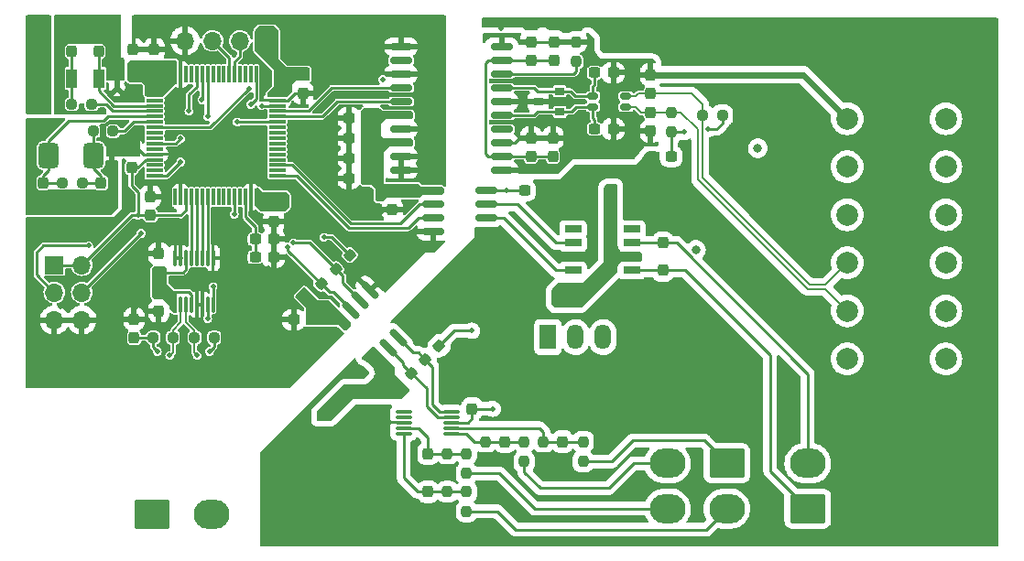
<source format=gtl>
%TF.GenerationSoftware,KiCad,Pcbnew,(6.0.11)*%
%TF.CreationDate,2023-07-03T20:40:41+10:00*%
%TF.ProjectId,LV_MASTER_A_SAMPLE,4c565f4d-4153-4544-9552-5f415f53414d,1*%
%TF.SameCoordinates,Original*%
%TF.FileFunction,Copper,L1,Top*%
%TF.FilePolarity,Positive*%
%FSLAX46Y46*%
G04 Gerber Fmt 4.6, Leading zero omitted, Abs format (unit mm)*
G04 Created by KiCad (PCBNEW (6.0.11)) date 2023-07-03 20:40:41*
%MOMM*%
%LPD*%
G01*
G04 APERTURE LIST*
G04 Aperture macros list*
%AMRoundRect*
0 Rectangle with rounded corners*
0 $1 Rounding radius*
0 $2 $3 $4 $5 $6 $7 $8 $9 X,Y pos of 4 corners*
0 Add a 4 corners polygon primitive as box body*
4,1,4,$2,$3,$4,$5,$6,$7,$8,$9,$2,$3,0*
0 Add four circle primitives for the rounded corners*
1,1,$1+$1,$2,$3*
1,1,$1+$1,$4,$5*
1,1,$1+$1,$6,$7*
1,1,$1+$1,$8,$9*
0 Add four rect primitives between the rounded corners*
20,1,$1+$1,$2,$3,$4,$5,0*
20,1,$1+$1,$4,$5,$6,$7,0*
20,1,$1+$1,$6,$7,$8,$9,0*
20,1,$1+$1,$8,$9,$2,$3,0*%
G04 Aperture macros list end*
%TA.AperFunction,SMDPad,CuDef*%
%ADD10RoundRect,0.075000X-0.700000X-0.075000X0.700000X-0.075000X0.700000X0.075000X-0.700000X0.075000X0*%
%TD*%
%TA.AperFunction,SMDPad,CuDef*%
%ADD11RoundRect,0.075000X-0.075000X-0.700000X0.075000X-0.700000X0.075000X0.700000X-0.075000X0.700000X0*%
%TD*%
%TA.AperFunction,SMDPad,CuDef*%
%ADD12R,1.000000X1.800000*%
%TD*%
%TA.AperFunction,SMDPad,CuDef*%
%ADD13RoundRect,0.237500X0.237500X-0.300000X0.237500X0.300000X-0.237500X0.300000X-0.237500X-0.300000X0*%
%TD*%
%TA.AperFunction,SMDPad,CuDef*%
%ADD14RoundRect,0.237500X-0.237500X0.300000X-0.237500X-0.300000X0.237500X-0.300000X0.237500X0.300000X0*%
%TD*%
%TA.AperFunction,SMDPad,CuDef*%
%ADD15RoundRect,0.237500X-0.237500X0.250000X-0.237500X-0.250000X0.237500X-0.250000X0.237500X0.250000X0*%
%TD*%
%TA.AperFunction,SMDPad,CuDef*%
%ADD16RoundRect,0.237500X0.237500X-0.250000X0.237500X0.250000X-0.237500X0.250000X-0.237500X-0.250000X0*%
%TD*%
%TA.AperFunction,SMDPad,CuDef*%
%ADD17RoundRect,0.150000X-0.875000X-0.150000X0.875000X-0.150000X0.875000X0.150000X-0.875000X0.150000X0*%
%TD*%
%TA.AperFunction,SMDPad,CuDef*%
%ADD18RoundRect,0.237500X0.300000X0.237500X-0.300000X0.237500X-0.300000X-0.237500X0.300000X-0.237500X0*%
%TD*%
%TA.AperFunction,SMDPad,CuDef*%
%ADD19RoundRect,0.075000X-0.650000X-0.075000X0.650000X-0.075000X0.650000X0.075000X-0.650000X0.075000X0*%
%TD*%
%TA.AperFunction,SMDPad,CuDef*%
%ADD20RoundRect,0.150000X0.689429X-0.477297X-0.477297X0.689429X-0.689429X0.477297X0.477297X-0.689429X0*%
%TD*%
%TA.AperFunction,SMDPad,CuDef*%
%ADD21RoundRect,0.237500X0.008839X0.344715X-0.344715X-0.008839X-0.008839X-0.344715X0.344715X0.008839X0*%
%TD*%
%TA.AperFunction,SMDPad,CuDef*%
%ADD22RoundRect,0.237500X-0.300000X-0.237500X0.300000X-0.237500X0.300000X0.237500X-0.300000X0.237500X0*%
%TD*%
%TA.AperFunction,SMDPad,CuDef*%
%ADD23RoundRect,0.075000X-0.075000X0.650000X-0.075000X-0.650000X0.075000X-0.650000X0.075000X0.650000X0*%
%TD*%
%TA.AperFunction,SMDPad,CuDef*%
%ADD24RoundRect,0.237500X-0.250000X-0.237500X0.250000X-0.237500X0.250000X0.237500X-0.250000X0.237500X0*%
%TD*%
%TA.AperFunction,SMDPad,CuDef*%
%ADD25RoundRect,0.237500X-0.008839X-0.344715X0.344715X0.008839X0.008839X0.344715X-0.344715X-0.008839X0*%
%TD*%
%TA.AperFunction,SMDPad,CuDef*%
%ADD26C,0.500000*%
%TD*%
%TA.AperFunction,SMDPad,CuDef*%
%ADD27RoundRect,0.150000X-0.825000X-0.150000X0.825000X-0.150000X0.825000X0.150000X-0.825000X0.150000X0*%
%TD*%
%TA.AperFunction,SMDPad,CuDef*%
%ADD28R,1.525000X0.650000*%
%TD*%
%TA.AperFunction,SMDPad,CuDef*%
%ADD29RoundRect,0.237500X0.250000X0.237500X-0.250000X0.237500X-0.250000X-0.237500X0.250000X-0.237500X0*%
%TD*%
%TA.AperFunction,SMDPad,CuDef*%
%ADD30RoundRect,0.475000X-0.475000X-0.725000X0.475000X-0.725000X0.475000X0.725000X-0.475000X0.725000X0*%
%TD*%
%TA.AperFunction,SMDPad,CuDef*%
%ADD31R,0.900000X0.800000*%
%TD*%
%TA.AperFunction,SMDPad,CuDef*%
%ADD32RoundRect,0.237500X-0.380070X0.044194X0.044194X-0.380070X0.380070X-0.044194X-0.044194X0.380070X0*%
%TD*%
%TA.AperFunction,ComponentPad*%
%ADD33RoundRect,0.250001X1.399999X-1.099999X1.399999X1.099999X-1.399999X1.099999X-1.399999X-1.099999X0*%
%TD*%
%TA.AperFunction,ComponentPad*%
%ADD34O,3.300000X2.700000*%
%TD*%
%TA.AperFunction,SMDPad,CuDef*%
%ADD35RoundRect,0.150000X-0.375000X-0.150000X0.375000X-0.150000X0.375000X0.150000X-0.375000X0.150000X0*%
%TD*%
%TA.AperFunction,ComponentPad*%
%ADD36RoundRect,0.250001X-1.399999X1.099999X-1.399999X-1.099999X1.399999X-1.099999X1.399999X1.099999X0*%
%TD*%
%TA.AperFunction,ComponentPad*%
%ADD37R,1.700000X1.700000*%
%TD*%
%TA.AperFunction,ComponentPad*%
%ADD38O,1.700000X1.700000*%
%TD*%
%TA.AperFunction,ComponentPad*%
%ADD39C,2.000000*%
%TD*%
%TA.AperFunction,ComponentPad*%
%ADD40R,1.500000X2.300000*%
%TD*%
%TA.AperFunction,ComponentPad*%
%ADD41O,1.500000X2.300000*%
%TD*%
%TA.AperFunction,ViaPad*%
%ADD42C,0.500000*%
%TD*%
%TA.AperFunction,ViaPad*%
%ADD43C,0.800000*%
%TD*%
%TA.AperFunction,Conductor*%
%ADD44C,0.250000*%
%TD*%
%TA.AperFunction,Conductor*%
%ADD45C,0.200000*%
%TD*%
%TA.AperFunction,Conductor*%
%ADD46C,0.600000*%
%TD*%
G04 APERTURE END LIST*
%TO.C,NT4*%
G36*
X117852000Y-85903100D02*
G01*
X117352000Y-85903100D01*
X117352000Y-84903100D01*
X117852000Y-84903100D01*
X117852000Y-85903100D01*
G37*
%TO.C,NT3*%
G36*
X118309200Y-79240000D02*
G01*
X117809200Y-79240000D01*
X117809200Y-78240000D01*
X118309200Y-78240000D01*
X118309200Y-79240000D01*
G37*
%TD*%
D10*
%TO.P,U1,1,VBAT*%
%TO.N,3.3V_(ISO)*%
X121516200Y-79907400D03*
%TO.P,U1,2,PC13*%
%TO.N,unconnected-(U1-Pad2)*%
X121516200Y-80407400D03*
%TO.P,U1,3,PC14_(OSC32_IN)*%
%TO.N,/Microcontroller/XTAL32_IN*%
X121516200Y-80907400D03*
%TO.P,U1,4,PC15_(OSC32_OUT)*%
%TO.N,/Microcontroller/XTAL32_OUT*%
X121516200Y-81407400D03*
%TO.P,U1,5,PH0_(OSC_IN)*%
%TO.N,/Microcontroller/XTAL_IN*%
X121516200Y-81907400D03*
%TO.P,U1,6,PH1_(OSC_OUT)*%
%TO.N,/Microcontroller/XTAL_OUT*%
X121516200Y-82407400D03*
%TO.P,U1,7,NRST*%
%TO.N,/Microcontroller/NRST*%
X121516200Y-82907400D03*
%TO.P,U1,8,PC0*%
%TO.N,unconnected-(U1-Pad8)*%
X121516200Y-83407400D03*
%TO.P,U1,9,PC1_(SPI2/3_MOSI)*%
%TO.N,unconnected-(U1-Pad9)*%
X121516200Y-83907400D03*
%TO.P,U1,10,PC2_(SPI2_MISO)*%
%TO.N,/Microcontroller/CAN_TX_IND*%
X121516200Y-84407400D03*
%TO.P,U1,11,PC3_(SPI2_MOSI)*%
%TO.N,unconnected-(U1-Pad11)*%
X121516200Y-84907400D03*
%TO.P,U1,12,VSSA*%
%TO.N,0V_(ISO)*%
X121516200Y-85407400D03*
%TO.P,U1,13,VDDA*%
%TO.N,3.3V_(ISO)*%
X121516200Y-85907400D03*
%TO.P,U1,14,PA0-WKUP*%
%TO.N,unconnected-(U1-Pad14)*%
X121516200Y-86407400D03*
%TO.P,U1,15,PA1*%
%TO.N,unconnected-(U1-Pad15)*%
X121516200Y-86907400D03*
%TO.P,U1,16,PA2*%
%TO.N,/Microcontroller/CAN_RX_IND*%
X121516200Y-87407400D03*
D11*
%TO.P,U1,17,PA3*%
%TO.N,unconnected-(U1-Pad17)*%
X123441200Y-89332400D03*
%TO.P,U1,18,VSS*%
%TO.N,0V_(ISO)*%
X123941200Y-89332400D03*
%TO.P,U1,19,VDD*%
%TO.N,3.3V_(ISO)*%
X124441200Y-89332400D03*
%TO.P,U1,20,PA4_(SPI1/3_NSS)*%
%TO.N,/Microcontroller/CS*%
X124941200Y-89332400D03*
%TO.P,U1,21,PA5_(SPI1_SCK)*%
%TO.N,/Microcontroller/SCK*%
X125441200Y-89332400D03*
%TO.P,U1,22,PA6_(SPI1_MISO)*%
%TO.N,/Microcontroller/MISO*%
X125941200Y-89332400D03*
%TO.P,U1,23,PA7_(SPI1_MOSI)*%
%TO.N,/Microcontroller/MOSI*%
X126441200Y-89332400D03*
%TO.P,U1,24,PC4*%
%TO.N,unconnected-(U1-Pad24)*%
X126941200Y-89332400D03*
%TO.P,U1,25,PC5*%
%TO.N,unconnected-(U1-Pad25)*%
X127441200Y-89332400D03*
%TO.P,U1,26,PB0_(SPI3_MOSI)*%
%TO.N,unconnected-(U1-Pad26)*%
X127941200Y-89332400D03*
%TO.P,U1,27,PB1*%
%TO.N,unconnected-(U1-Pad27)*%
X128441200Y-89332400D03*
%TO.P,U1,28,PB2-BOOT1_(SPI3_MOSI)*%
%TO.N,/Microcontroller/BOOT1*%
X128941200Y-89332400D03*
%TO.P,U1,29,PB10_(SPI2_SCK)*%
%TO.N,unconnected-(U1-Pad29)*%
X129441200Y-89332400D03*
%TO.P,U1,30,VCAP_1*%
%TO.N,/Microcontroller/VCAP_1*%
X129941200Y-89332400D03*
%TO.P,U1,31,VSS*%
%TO.N,0V_(ISO)*%
X130441200Y-89332400D03*
%TO.P,U1,32,VDD*%
%TO.N,3.3V_(ISO)*%
X130941200Y-89332400D03*
D10*
%TO.P,U1,33,PB12_(CAN2_RX)*%
%TO.N,/Blue Loop/AUX_OUTPUT(ISO)*%
X132866200Y-87407400D03*
%TO.P,U1,34,PB13_(CAN2_TX)*%
%TO.N,unconnected-(U1-Pad34)*%
X132866200Y-86907400D03*
%TO.P,U1,35,PB14_(SPI2_MISO)*%
%TO.N,/Blue Loop/BLUE_LOOP_RLY(ISO)*%
X132866200Y-86407400D03*
%TO.P,U1,36,PB15_(SPI2_MOSI)*%
%TO.N,unconnected-(U1-Pad36)*%
X132866200Y-85907400D03*
%TO.P,U1,37,PC6*%
%TO.N,unconnected-(U1-Pad37)*%
X132866200Y-85407400D03*
%TO.P,U1,38,PC7_(SPI2_SCK)*%
%TO.N,unconnected-(U1-Pad38)*%
X132866200Y-84907400D03*
%TO.P,U1,39,PC8*%
%TO.N,unconnected-(U1-Pad39)*%
X132866200Y-84407400D03*
%TO.P,U1,40,PC9_(I2C3_SDA)*%
%TO.N,unconnected-(U1-Pad40)*%
X132866200Y-83907400D03*
%TO.P,U1,41,PA8_(I2C3_SCL)*%
%TO.N,unconnected-(U1-Pad41)*%
X132866200Y-83407400D03*
%TO.P,U1,42,PA9_(I2C3_SMBA_SPI2_SCK)*%
%TO.N,unconnected-(U1-Pad42)*%
X132866200Y-82907400D03*
%TO.P,U1,43,PA10*%
%TO.N,/Microcontroller/PC13_LED*%
X132866200Y-82407400D03*
%TO.P,U1,44,PA11_(CAN1_RX)*%
%TO.N,/CANBUS/CAN1_TX*%
X132866200Y-81907400D03*
%TO.P,U1,45,PA12_(CAN1_TX)*%
%TO.N,/CANBUS/CAN1_RX*%
X132866200Y-81407400D03*
%TO.P,U1,46,PA13_(JTMS-SWDIO)*%
%TO.N,/Microcontroller/SWDIO*%
X132866200Y-80907400D03*
%TO.P,U1,47,VSS*%
%TO.N,0V_(ISO)*%
X132866200Y-80407400D03*
%TO.P,U1,48,VDD*%
%TO.N,3.3V_(ISO)*%
X132866200Y-79907400D03*
D11*
%TO.P,U1,49,PA14_(JTCK-SWCLK)*%
%TO.N,/Microcontroller/SWCLK*%
X130941200Y-77982400D03*
%TO.P,U1,50,PA15_JTDI*%
%TO.N,unconnected-(U1-Pad50)*%
X130441200Y-77982400D03*
%TO.P,U1,51,PC10*%
%TO.N,unconnected-(U1-Pad51)*%
X129941200Y-77982400D03*
%TO.P,U1,52,PC11*%
%TO.N,unconnected-(U1-Pad52)*%
X129441200Y-77982400D03*
%TO.P,U1,53,PC12*%
%TO.N,/Microcontroller/UART_TX*%
X128941200Y-77982400D03*
%TO.P,U1,54,PD2*%
%TO.N,/Microcontroller/UART_RX*%
X128441200Y-77982400D03*
%TO.P,U1,55,PB3(JTDO/TRACESWO)*%
%TO.N,unconnected-(U1-Pad55)*%
X127941200Y-77982400D03*
%TO.P,U1,56,PB4_nJTRST*%
%TO.N,unconnected-(U1-Pad56)*%
X127441200Y-77982400D03*
%TO.P,U1,57,PB5_(I2C1_SMBA)_(SPI1/3_MOSI)(CAN2_RX)*%
%TO.N,unconnected-(U1-Pad57)*%
X126941200Y-77982400D03*
%TO.P,U1,58,PB6_(I2C1_SCL)*%
%TO.N,/Microcontroller/SCL_(ISO)*%
X126441200Y-77982400D03*
%TO.P,U1,59,PB7_(I2C1_SDA)*%
%TO.N,/Microcontroller/SDA_(ISO)*%
X125941200Y-77982400D03*
%TO.P,U1,60,BOOT0*%
%TO.N,/Microcontroller/BOOT0*%
X125441200Y-77982400D03*
%TO.P,U1,61,PB8_(I2C1_SCL)(CAN1_RX)*%
%TO.N,unconnected-(U1-Pad61)*%
X124941200Y-77982400D03*
%TO.P,U1,62,PB9_(I2C1_SDA)(SPI2_NSS)(CAN1_TX)*%
%TO.N,unconnected-(U1-Pad62)*%
X124441200Y-77982400D03*
%TO.P,U1,63,VSS*%
%TO.N,0V_(ISO)*%
X123941200Y-77982400D03*
%TO.P,U1,64,VDD*%
%TO.N,3.3V_(ISO)*%
X123441200Y-77982400D03*
%TD*%
D12*
%TO.P,Y2,1*%
%TO.N,Net-(C3-Pad1)*%
X113880000Y-78370000D03*
%TO.P,Y2,2*%
%TO.N,/Microcontroller/XTAL32_IN*%
X116380000Y-78370000D03*
%TD*%
D13*
%TO.P,C51,1*%
%TO.N,0V_(ISO)*%
X143510000Y-90524500D03*
%TO.P,C51,2*%
%TO.N,5V_(ISO)*%
X143510000Y-88799500D03*
%TD*%
D14*
%TO.P,C44,1*%
%TO.N,GND*%
X150876000Y-107214500D03*
%TO.P,C44,2*%
%TO.N,+5V*%
X150876000Y-108939500D03*
%TD*%
D15*
%TO.P,R22,1*%
%TO.N,/Current Sense/Input Filter/AIN3*%
X161163000Y-111990500D03*
%TO.P,R22,2*%
%TO.N,/CS2B*%
X161163000Y-113815500D03*
%TD*%
D16*
%TO.P,R17,1*%
%TO.N,GND*%
X148590000Y-114908000D03*
%TO.P,R17,2*%
%TO.N,/Current Sense/Input Filter/AIN0*%
X148590000Y-113083000D03*
%TD*%
D17*
%TO.P,U4,1,GND1*%
%TO.N,0V_(ISO)*%
X144321000Y-75438000D03*
%TO.P,U4,2,NC*%
%TO.N,unconnected-(U4-Pad2)*%
X144321000Y-76708000D03*
%TO.P,U4,3,GND1*%
%TO.N,0V_(ISO)*%
X144321000Y-77978000D03*
%TO.P,U4,4,RXD*%
%TO.N,/CANBUS/CAN1_RX*%
X144321000Y-79248000D03*
%TO.P,U4,5,TXD*%
%TO.N,/CANBUS/CAN1_TX*%
X144321000Y-80518000D03*
%TO.P,U4,6,VIO*%
%TO.N,5V_(ISO)*%
X144321000Y-81788000D03*
%TO.P,U4,7,GND1*%
%TO.N,0V_(ISO)*%
X144321000Y-83058000D03*
%TO.P,U4,8,VCC*%
%TO.N,5V_(ISO)*%
X144321000Y-84328000D03*
%TO.P,U4,9,GND1*%
%TO.N,0V_(ISO)*%
X144321000Y-85598000D03*
%TO.P,U4,10,GND1*%
X144321000Y-86868000D03*
%TO.P,U4,11,GND2*%
%TO.N,/CAN_S*%
X153621000Y-86868000D03*
%TO.P,U4,12,VISOOUT*%
%TO.N,Net-(C29-Pad1)*%
X153621000Y-85598000D03*
%TO.P,U4,13,GND2*%
%TO.N,/CAN_S*%
X153621000Y-84328000D03*
%TO.P,U4,14,VREF*%
%TO.N,unconnected-(U4-Pad14)*%
X153621000Y-83058000D03*
%TO.P,U4,15,CANL*%
%TO.N,Net-(C34-Pad1)*%
X153621000Y-81788000D03*
%TO.P,U4,16,GND2*%
%TO.N,/CAN_S*%
X153621000Y-80518000D03*
%TO.P,U4,17,CANH*%
%TO.N,Net-(C33-Pad1)*%
X153621000Y-79248000D03*
%TO.P,U4,18,RS*%
%TO.N,Net-(R5-Pad2)*%
X153621000Y-77978000D03*
%TO.P,U4,19,VISOIN*%
%TO.N,Net-(C29-Pad1)*%
X153621000Y-76708000D03*
%TO.P,U4,20,GND2*%
%TO.N,/CAN_S*%
X153621000Y-75438000D03*
%TD*%
D18*
%TO.P,C26,1*%
%TO.N,5V_(ISO)*%
X141224000Y-87630000D03*
%TO.P,C26,2*%
%TO.N,0V_(ISO)*%
X139499000Y-87630000D03*
%TD*%
D15*
%TO.P,R20,1*%
%TO.N,/Current Sense/Input Filter/AIN1*%
X150368000Y-116612500D03*
%TO.P,R20,2*%
%TO.N,/CS1B*%
X150368000Y-118437500D03*
%TD*%
D13*
%TO.P,C3,1*%
%TO.N,Net-(C3-Pad1)*%
X113880000Y-75880800D03*
%TO.P,C3,2*%
%TO.N,/Microcontroller/XTAL32_GND*%
X113880000Y-74155800D03*
%TD*%
%TO.P,C48,1*%
%TO.N,GND*%
X159258000Y-113715500D03*
%TO.P,C48,2*%
%TO.N,/Current Sense/Input Filter/AIN3*%
X159258000Y-111990500D03*
%TD*%
%TO.P,C39,1*%
%TO.N,Net-(C39-Pad1)*%
X119634000Y-102362000D03*
%TO.P,C39,2*%
%TO.N,0V_(ISO)*%
X119634000Y-100637000D03*
%TD*%
D19*
%TO.P,U8,1,ADDR*%
%TO.N,/Current Sense/ADDR*%
X144571000Y-109236000D03*
%TO.P,U8,2,ALERT/RDY*%
%TO.N,unconnected-(U8-Pad2)*%
X144571000Y-109736000D03*
%TO.P,U8,3,GND*%
%TO.N,GND*%
X144571000Y-110236000D03*
%TO.P,U8,4,AIN0*%
%TO.N,/Current Sense/Input Filter/AIN0*%
X144571000Y-110736000D03*
%TO.P,U8,5,AIN1*%
%TO.N,/Current Sense/Input Filter/AIN1*%
X144571000Y-111236000D03*
%TO.P,U8,6,AIN2*%
%TO.N,/Current Sense/Input Filter/AIN2*%
X148971000Y-111236000D03*
%TO.P,U8,7,AIN3*%
%TO.N,/Current Sense/Input Filter/AIN3*%
X148971000Y-110736000D03*
%TO.P,U8,8,VDD*%
%TO.N,+5V*%
X148971000Y-110236000D03*
%TO.P,U8,9,SDA*%
%TO.N,/Current Sense/SDA*%
X148971000Y-109736000D03*
%TO.P,U8,10,SCL*%
%TO.N,/Current Sense/SCL*%
X148971000Y-109236000D03*
%TD*%
D18*
%TO.P,C28,1*%
%TO.N,5V_(ISO)*%
X141224000Y-82042000D03*
%TO.P,C28,2*%
%TO.N,0V_(ISO)*%
X139499000Y-82042000D03*
%TD*%
D13*
%TO.P,C47,1*%
%TO.N,GND*%
X146812000Y-118337500D03*
%TO.P,C47,2*%
%TO.N,/Current Sense/Input Filter/AIN1*%
X146812000Y-116612500D03*
%TD*%
D20*
%TO.P,U7,1,VCC1*%
%TO.N,+5V*%
X142262051Y-104189128D03*
%TO.P,U7,2,SDA1*%
%TO.N,/Current Sense/SDA*%
X143160076Y-103291102D03*
%TO.P,U7,3,SCL1*%
%TO.N,/Current Sense/SCL*%
X144058102Y-102393076D03*
%TO.P,U7,4,GND1*%
%TO.N,GND*%
X144956128Y-101495051D03*
%TO.P,U7,5,GND2*%
%TO.N,0V_(ISO)*%
X141455949Y-97994872D03*
%TO.P,U7,6,SCL2*%
%TO.N,/Microcontroller/SDA_(ISO)*%
X140557924Y-98892898D03*
%TO.P,U7,7,SDA2*%
%TO.N,/Microcontroller/SCL_(ISO)*%
X139659898Y-99790924D03*
%TO.P,U7,8,VCC2*%
%TO.N,5V_(ISO)*%
X138761872Y-100688949D03*
%TD*%
D18*
%TO.P,C25,1*%
%TO.N,5V_(ISO)*%
X141224000Y-83920500D03*
%TO.P,C25,2*%
%TO.N,0V_(ISO)*%
X139499000Y-83920500D03*
%TD*%
D15*
%TO.P,R18,1*%
%TO.N,/Current Sense/Input Filter/AIN2*%
X155702000Y-111990500D03*
%TO.P,R18,2*%
%TO.N,/CS2A*%
X155702000Y-113815500D03*
%TD*%
D21*
%TO.P,R12,1*%
%TO.N,/Microcontroller/SCL_(ISO)*%
X136926470Y-97388530D03*
%TO.P,R12,2*%
%TO.N,5V_(ISO)*%
X135636000Y-98679000D03*
%TD*%
D13*
%TO.P,C10,1*%
%TO.N,3.3V_(ISO)*%
X119418800Y-86628100D03*
%TO.P,C10,2*%
%TO.N,0V_(ISO)*%
X119418800Y-84903100D03*
%TD*%
D16*
%TO.P,R19,1*%
%TO.N,GND*%
X152146000Y-113815500D03*
%TO.P,R19,2*%
%TO.N,/Current Sense/Input Filter/AIN2*%
X152146000Y-111990500D03*
%TD*%
D13*
%TO.P,C31,1*%
%TO.N,Net-(C29-Pad1)*%
X156337000Y-85598000D03*
%TO.P,C31,2*%
%TO.N,/CAN_S*%
X156337000Y-83873000D03*
%TD*%
D15*
%TO.P,R5,1*%
%TO.N,/CAN_S*%
X160528000Y-74983000D03*
%TO.P,R5,2*%
%TO.N,Net-(R5-Pad2)*%
X160528000Y-76808000D03*
%TD*%
D22*
%TO.P,C11,1*%
%TO.N,/Microcontroller/VCAP_1*%
X130825600Y-94920000D03*
%TO.P,C11,2*%
%TO.N,0V_(ISO)*%
X132550600Y-94920000D03*
%TD*%
D23*
%TO.P,U6,1,EN*%
%TO.N,0V_(ISO)*%
X126941200Y-95005000D03*
%TO.P,U6,2,MOSI*%
%TO.N,/Microcontroller/MOSI*%
X126441200Y-95005000D03*
%TO.P,U6,3,MISO*%
%TO.N,/Microcontroller/MISO*%
X125941200Y-95005000D03*
%TO.P,U6,4,SCK*%
%TO.N,/Microcontroller/SCK*%
X125441200Y-95005000D03*
%TO.P,U6,5,CS*%
%TO.N,/Microcontroller/CS*%
X124941200Y-95005000D03*
%TO.P,U6,6,VDDS*%
%TO.N,5V_(ISO)*%
X124441200Y-95005000D03*
%TO.P,U6,7,POL*%
%TO.N,0V_(ISO)*%
X123941200Y-95005000D03*
%TO.P,U6,8,PHA*%
X123441200Y-95005000D03*
%TO.P,U6,9,VDD*%
%TO.N,5V_(ISO)*%
X123441200Y-99305000D03*
%TO.P,U6,10,IM*%
%TO.N,/isoSPI/ISO_SPI_N*%
X123941200Y-99305000D03*
%TO.P,U6,11,IP*%
%TO.N,/isoSPI/ISO_SPI_P*%
X124441200Y-99305000D03*
%TO.P,U6,12,MSTER*%
%TO.N,5V_(ISO)*%
X124941200Y-99305000D03*
%TO.P,U6,13,SLOW*%
%TO.N,0V_(ISO)*%
X125441200Y-99305000D03*
%TO.P,U6,14,GND*%
X125941200Y-99305000D03*
%TO.P,U6,15,ICMP*%
%TO.N,Net-(R10-Pad2)*%
X126441200Y-99305000D03*
%TO.P,U6,16,IBIAS*%
%TO.N,Net-(R10-Pad1)*%
X126941200Y-99305000D03*
%TD*%
D13*
%TO.P,C4,1*%
%TO.N,/Microcontroller/XTAL32_IN*%
X116380000Y-75880800D03*
%TO.P,C4,2*%
%TO.N,/Microcontroller/XTAL32_GND*%
X116380000Y-74155800D03*
%TD*%
D24*
%TO.P,R24,1*%
%TO.N,Net-(C3-Pad1)*%
X113880000Y-80768200D03*
%TO.P,R24,2*%
%TO.N,/Microcontroller/XTAL32_OUT*%
X115705000Y-80768200D03*
%TD*%
D25*
%TO.P,R14,1*%
%TO.N,/Current Sense/SCL*%
X146547765Y-104404235D03*
%TO.P,R14,2*%
%TO.N,+5V*%
X147838235Y-103113765D03*
%TD*%
D18*
%TO.P,C52,1*%
%TO.N,GND*%
X157453500Y-88773000D03*
%TO.P,C52,2*%
%TO.N,+5V*%
X155728500Y-88773000D03*
%TD*%
D13*
%TO.P,C40,1*%
%TO.N,5V_(ISO)*%
X121920000Y-96334500D03*
%TO.P,C40,2*%
%TO.N,0V_(ISO)*%
X121920000Y-94609500D03*
%TD*%
D15*
%TO.P,R16,1*%
%TO.N,/Current Sense/Input Filter/AIN0*%
X150368000Y-113083000D03*
%TO.P,R16,2*%
%TO.N,/CS1A*%
X150368000Y-114908000D03*
%TD*%
D14*
%TO.P,C2,1*%
%TO.N,Net-(C2-Pad1)*%
X116599400Y-88026200D03*
%TO.P,C2,2*%
%TO.N,/Microcontroller/XTAL_GND*%
X116599400Y-89751200D03*
%TD*%
D13*
%TO.P,C32,1*%
%TO.N,Net-(C29-Pad1)*%
X156337000Y-76708000D03*
%TO.P,C32,2*%
%TO.N,/CAN_S*%
X156337000Y-74983000D03*
%TD*%
D26*
%TO.P,NT4,1,1*%
%TO.N,0V_(ISO)*%
X117602000Y-84903100D03*
%TO.P,NT4,2,2*%
%TO.N,/Microcontroller/XTAL_GND*%
X117602000Y-85903100D03*
%TD*%
D18*
%TO.P,C27,1*%
%TO.N,5V_(ISO)*%
X141224000Y-85751500D03*
%TO.P,C27,2*%
%TO.N,0V_(ISO)*%
X139499000Y-85751500D03*
%TD*%
D27*
%TO.P,U9,1,VDD1*%
%TO.N,5V_(ISO)*%
X147258000Y-88773000D03*
%TO.P,U9,2,VIA*%
%TO.N,/Blue Loop/BLUE_LOOP_RLY(ISO)*%
X147258000Y-90043000D03*
%TO.P,U9,3,VIB*%
%TO.N,/Blue Loop/AUX_OUTPUT(ISO)*%
X147258000Y-91313000D03*
%TO.P,U9,4,GND1*%
%TO.N,0V_(ISO)*%
X147258000Y-92583000D03*
%TO.P,U9,5,GND2*%
%TO.N,GND*%
X152208000Y-92583000D03*
%TO.P,U9,6,VOB*%
%TO.N,/Blue Loop/VOB*%
X152208000Y-91313000D03*
%TO.P,U9,7,VOA*%
%TO.N,/Blue Loop/VOA*%
X152208000Y-90043000D03*
%TO.P,U9,8,VDD2*%
%TO.N,+5V*%
X152208000Y-88773000D03*
%TD*%
D13*
%TO.P,C36,1*%
%TO.N,/CAN1_+*%
X167386000Y-79756000D03*
%TO.P,C36,2*%
%TO.N,/CAN_S*%
X167386000Y-78031000D03*
%TD*%
D28*
%TO.P,1,1,NC_1*%
%TO.N,unconnected-(1-Pad1)*%
X160229000Y-92329000D03*
%TO.P,1,2,INA*%
%TO.N,/Blue Loop/VOA*%
X160229000Y-93599000D03*
%TO.P,1,3,GND*%
%TO.N,GND*%
X160229000Y-94869000D03*
%TO.P,1,4,INB*%
%TO.N,/Blue Loop/VOB*%
X160229000Y-96139000D03*
%TO.P,1,5,OUTB*%
%TO.N,/AUX_OUTPUT*%
X165653000Y-96139000D03*
%TO.P,1,6,VCC*%
%TO.N,+24V*%
X165653000Y-94869000D03*
%TO.P,1,7,OUTA*%
%TO.N,/BLUE_LOOP_RLY*%
X165653000Y-93599000D03*
%TO.P,1,8,NC_2*%
%TO.N,unconnected-(1-Pad8)*%
X165653000Y-92329000D03*
%TD*%
D22*
%TO.P,C34,1*%
%TO.N,Net-(C34-Pad1)*%
X162205500Y-83058000D03*
%TO.P,C34,2*%
%TO.N,/CAN_S*%
X163930500Y-83058000D03*
%TD*%
D14*
%TO.P,C56,1*%
%TO.N,GND*%
X168529000Y-91874000D03*
%TO.P,C56,2*%
%TO.N,/BLUE_LOOP_RLY*%
X168529000Y-93599000D03*
%TD*%
D13*
%TO.P,C29,1*%
%TO.N,Net-(C29-Pad1)*%
X158496000Y-76708000D03*
%TO.P,C29,2*%
%TO.N,/CAN_S*%
X158496000Y-74983000D03*
%TD*%
D18*
%TO.P,C54,1*%
%TO.N,GND*%
X165481000Y-90424000D03*
%TO.P,C54,2*%
%TO.N,+24V*%
X163756000Y-90424000D03*
%TD*%
D15*
%TO.P,R7,1*%
%TO.N,/CAN1_-*%
X169291000Y-81534000D03*
%TO.P,R7,2*%
%TO.N,Net-(C37-Pad1)*%
X169291000Y-83359000D03*
%TD*%
D29*
%TO.P,R4,1*%
%TO.N,Net-(C2-Pad1)*%
X114844900Y-88026200D03*
%TO.P,R4,2*%
%TO.N,/Microcontroller/XTAL_IN*%
X113019900Y-88026200D03*
%TD*%
D13*
%TO.P,C5,1*%
%TO.N,3.3V_(ISO)*%
X119510000Y-77417000D03*
%TO.P,C5,2*%
%TO.N,0V_(ISO)*%
X119510000Y-75692000D03*
%TD*%
D16*
%TO.P,R21,1*%
%TO.N,GND*%
X148590000Y-118437500D03*
%TO.P,R21,2*%
%TO.N,/Current Sense/Input Filter/AIN1*%
X148590000Y-116612500D03*
%TD*%
D30*
%TO.P,Y1,1,XTAL_IN*%
%TO.N,/Microcontroller/XTAL_IN*%
X111764700Y-85511600D03*
%TO.P,Y1,2,XTAL_OUT*%
%TO.N,Net-(C2-Pad1)*%
X115864700Y-85511600D03*
%TD*%
D13*
%TO.P,C9,1*%
%TO.N,3.3V_(ISO)*%
X121158000Y-91032500D03*
%TO.P,C9,2*%
%TO.N,0V_(ISO)*%
X121158000Y-89307500D03*
%TD*%
D31*
%TO.P,D6,1,K*%
%TO.N,Net-(C34-Pad1)*%
X158988000Y-81468000D03*
%TO.P,D6,2,K*%
%TO.N,Net-(C33-Pad1)*%
X158988000Y-79568000D03*
%TO.P,D6,3,A*%
%TO.N,/CAN_S*%
X156988000Y-80518000D03*
%TD*%
D13*
%TO.P,C30,1*%
%TO.N,Net-(C29-Pad1)*%
X158369000Y-85598000D03*
%TO.P,C30,2*%
%TO.N,/CAN_S*%
X158369000Y-83873000D03*
%TD*%
%TO.P,C55,1*%
%TO.N,GND*%
X168529000Y-97864000D03*
%TO.P,C55,2*%
%TO.N,/AUX_OUTPUT*%
X168529000Y-96139000D03*
%TD*%
D18*
%TO.P,C37,1*%
%TO.N,Net-(C37-Pad1)*%
X169291000Y-85598000D03*
%TO.P,C37,2*%
%TO.N,GND*%
X167566000Y-85598000D03*
%TD*%
D14*
%TO.P,C35,1*%
%TO.N,/CAN1_-*%
X167386000Y-81534000D03*
%TO.P,C35,2*%
%TO.N,/CAN_S*%
X167386000Y-83259000D03*
%TD*%
D24*
%TO.P,R9,1*%
%TO.N,Net-(C39-Pad1)*%
X121412000Y-102362000D03*
%TO.P,R9,2*%
%TO.N,/isoSPI/ISO_SPI_N*%
X123237000Y-102362000D03*
%TD*%
D22*
%TO.P,C42,1*%
%TO.N,0V_(ISO)*%
X134392500Y-100711000D03*
%TO.P,C42,2*%
%TO.N,5V_(ISO)*%
X136117500Y-100711000D03*
%TD*%
D29*
%TO.P,R6,1*%
%TO.N,Net-(C37-Pad1)*%
X174013500Y-81788000D03*
%TO.P,R6,2*%
%TO.N,/CAN1_+*%
X172188500Y-81788000D03*
%TD*%
D14*
%TO.P,C1,1*%
%TO.N,/Microcontroller/XTAL_IN*%
X111240000Y-88026200D03*
%TO.P,C1,2*%
%TO.N,/Microcontroller/XTAL_GND*%
X111240000Y-89751200D03*
%TD*%
D22*
%TO.P,C12,1*%
%TO.N,/Microcontroller/VCAP_1*%
X130825600Y-93240000D03*
%TO.P,C12,2*%
%TO.N,0V_(ISO)*%
X132550600Y-93240000D03*
%TD*%
D18*
%TO.P,C53,1*%
%TO.N,GND*%
X165481000Y-88646000D03*
%TO.P,C53,2*%
%TO.N,+24V*%
X163756000Y-88646000D03*
%TD*%
D13*
%TO.P,C45,1*%
%TO.N,GND*%
X146812000Y-114808000D03*
%TO.P,C45,2*%
%TO.N,/Current Sense/Input Filter/AIN0*%
X146812000Y-113083000D03*
%TD*%
D29*
%TO.P,R28,1*%
%TO.N,/Microcontroller/XTAL_OUT*%
X117689700Y-83251000D03*
%TO.P,R28,2*%
%TO.N,Net-(C2-Pad1)*%
X115864700Y-83251000D03*
%TD*%
D22*
%TO.P,C33,1*%
%TO.N,Net-(C33-Pad1)*%
X162205500Y-77851000D03*
%TO.P,C33,2*%
%TO.N,/CAN_S*%
X163930500Y-77851000D03*
%TD*%
D32*
%TO.P,C43,1*%
%TO.N,GND*%
X140741120Y-105562120D03*
%TO.P,C43,2*%
%TO.N,+5V*%
X141960880Y-106781880D03*
%TD*%
D26*
%TO.P,NT3,1,1*%
%TO.N,0V_(ISO)*%
X118059200Y-79240000D03*
%TO.P,NT3,2,2*%
%TO.N,/Microcontroller/XTAL32_GND*%
X118059200Y-78240000D03*
%TD*%
D33*
%TO.P,J5,1,Pin_1*%
%TO.N,/IMA*%
X121337000Y-118745000D03*
D34*
%TO.P,J5,2,Pin_2*%
%TO.N,/IPA*%
X126837000Y-118745000D03*
%TD*%
D14*
%TO.P,C41,1*%
%TO.N,5V_(ISO)*%
X121920000Y-98192000D03*
%TO.P,C41,2*%
%TO.N,0V_(ISO)*%
X121920000Y-99917000D03*
%TD*%
%TO.P,C7,1*%
%TO.N,3.3V_(ISO)*%
X135250000Y-78027500D03*
%TO.P,C7,2*%
%TO.N,0V_(ISO)*%
X135250000Y-79752500D03*
%TD*%
D16*
%TO.P,R23,1*%
%TO.N,GND*%
X157480000Y-113815500D03*
%TO.P,R23,2*%
%TO.N,/Current Sense/Input Filter/AIN3*%
X157480000Y-111990500D03*
%TD*%
D35*
%TO.P,U5,1,CH1*%
%TO.N,Net-(C33-Pad1)*%
X162051000Y-80018000D03*
%TO.P,U5,2,CH2*%
%TO.N,Net-(C34-Pad1)*%
X162051000Y-81018000D03*
%TO.P,U5,3,CH2*%
%TO.N,/CAN1_-*%
X165101000Y-81018000D03*
%TO.P,U5,4,CH1*%
%TO.N,/CAN1_+*%
X165101000Y-80018000D03*
%TD*%
D33*
%TO.P,J7,1,Pin_1*%
%TO.N,/AUX_OUTPUT*%
X181916000Y-118178000D03*
D34*
%TO.P,J7,2,Pin_2*%
%TO.N,/BLUE_LOOP_RLY*%
X181916000Y-113978000D03*
%TO.P,J7,3,Pin_3*%
%TO.N,GND*%
X187416000Y-118178000D03*
%TO.P,J7,4,Pin_4*%
X187416000Y-113978000D03*
%TD*%
D21*
%TO.P,R15,1*%
%TO.N,/Current Sense/SDA*%
X145298235Y-105653765D03*
%TO.P,R15,2*%
%TO.N,+5V*%
X144007765Y-106944235D03*
%TD*%
D25*
%TO.P,R13,1*%
%TO.N,/Microcontroller/SDA_(ISO)*%
X138303000Y-96012000D03*
%TO.P,R13,2*%
%TO.N,5V_(ISO)*%
X139593470Y-94721530D03*
%TD*%
D13*
%TO.P,C46,1*%
%TO.N,GND*%
X153924000Y-113715500D03*
%TO.P,C46,2*%
%TO.N,/Current Sense/Input Filter/AIN2*%
X153924000Y-111990500D03*
%TD*%
D36*
%TO.P,J6,1,Pin_1*%
%TO.N,/CS2B*%
X174446000Y-113978000D03*
D34*
%TO.P,J6,2,Pin_2*%
%TO.N,/CS1B*%
X174446000Y-118178000D03*
%TO.P,J6,3,Pin_3*%
%TO.N,/CS2A*%
X168946000Y-113978000D03*
%TO.P,J6,4,Pin_4*%
%TO.N,/CS1A*%
X168946000Y-118178000D03*
%TD*%
D13*
%TO.P,C6,1*%
%TO.N,3.3V_(ISO)*%
X121500000Y-77417000D03*
%TO.P,C6,2*%
%TO.N,0V_(ISO)*%
X121500000Y-75692000D03*
%TD*%
D14*
%TO.P,C8,1*%
%TO.N,3.3V_(ISO)*%
X132550600Y-89881500D03*
%TO.P,C8,2*%
%TO.N,0V_(ISO)*%
X132550600Y-91606500D03*
%TD*%
D24*
%TO.P,R8,1*%
%TO.N,/isoSPI/ISO_SPI_P*%
X125222000Y-102362000D03*
%TO.P,R8,2*%
%TO.N,Net-(C39-Pad1)*%
X127047000Y-102362000D03*
%TD*%
D37*
%TO.P,J2,1,Pin_1*%
%TO.N,3.3V_(ISO)*%
X131966400Y-74894400D03*
D38*
%TO.P,J2,2,Pin_2*%
%TO.N,/Microcontroller/UART_TX*%
X129426400Y-74894400D03*
%TO.P,J2,3,Pin_3*%
%TO.N,/Microcontroller/UART_RX*%
X126886400Y-74894400D03*
%TO.P,J2,4,Pin_4*%
%TO.N,0V_(ISO)*%
X124346400Y-74894400D03*
%TD*%
D39*
%TO.P,J1,1,Pin_1*%
%TO.N,/CAN_S*%
X185559000Y-82108000D03*
%TO.P,J1,2,Pin_2*%
%TO.N,unconnected-(J1-Pad2)*%
X185559000Y-86548000D03*
%TO.P,J1,3,Pin_3*%
%TO.N,unconnected-(J1-Pad3)*%
X185559000Y-90998000D03*
%TO.P,J1,4,Pin_4*%
%TO.N,/CAN1_+*%
X185559000Y-95438000D03*
%TO.P,J1,5,Pin_5*%
%TO.N,/CAN1_-*%
X185559000Y-99888000D03*
%TO.P,J1,6,Pin_6*%
%TO.N,unconnected-(J1-Pad6)*%
X185559000Y-104328000D03*
%TO.P,J1,7,Pin_7*%
%TO.N,unconnected-(J1-Pad7)*%
X194679000Y-82108000D03*
%TO.P,J1,8,Pin_8*%
%TO.N,unconnected-(J1-Pad8)*%
X194679000Y-86548000D03*
%TO.P,J1,9,Pin_9*%
%TO.N,unconnected-(J1-Pad9)*%
X194679000Y-90998000D03*
%TO.P,J1,10,Pin_10*%
%TO.N,unconnected-(J1-Pad10)*%
X194679000Y-95438000D03*
%TO.P,J1,11,Pin_11*%
%TO.N,/GLV-*%
X194679000Y-99888000D03*
%TO.P,J1,12,Pin_12*%
%TO.N,/GLV+*%
X194679000Y-104328000D03*
%TD*%
D40*
%TO.P,U3,1,IN*%
%TO.N,+24V*%
X157905000Y-102313500D03*
D41*
%TO.P,U3,2,GND*%
%TO.N,/Power/24V_Gnd*%
X160445000Y-102313500D03*
%TO.P,U3,3,OUT*%
%TO.N,+5V*%
X162985000Y-102313500D03*
%TD*%
D37*
%TO.P,J3,1,Pin_1*%
%TO.N,3.3V_(ISO)*%
X112270000Y-95645000D03*
D38*
%TO.P,J3,2,Pin_2*%
X114810000Y-95645000D03*
%TO.P,J3,3,Pin_3*%
%TO.N,/Microcontroller/BOOT1*%
X112270000Y-98185000D03*
%TO.P,J3,4,Pin_4*%
%TO.N,/Microcontroller/BOOT0*%
X114810000Y-98185000D03*
%TO.P,J3,5,Pin_5*%
%TO.N,0V_(ISO)*%
X112270000Y-100725000D03*
%TO.P,J3,6,Pin_6*%
X114810000Y-100725000D03*
%TD*%
D42*
%TO.N,/Microcontroller/CAN_RX_IND*%
X123952000Y-86106000D03*
%TO.N,/Microcontroller/CAN_TX_IND*%
X123952000Y-83947000D03*
%TO.N,/Microcontroller/BOOT1*%
X115443000Y-93853000D03*
X128905000Y-90932000D03*
%TO.N,/Microcontroller/BOOT0*%
X120285000Y-92710000D03*
X124714000Y-81407000D03*
%TO.N,/Microcontroller/NRST*%
X130238500Y-79311500D03*
%TO.N,/Microcontroller/SWDIO*%
X131445000Y-80907400D03*
%TO.N,/Microcontroller/SWCLK*%
X130429000Y-80772000D03*
%TO.N,/Microcontroller/SCL_(ISO)*%
X133858000Y-93980000D03*
X126441200Y-81915000D03*
%TO.N,/Microcontroller/SDA_(ISO)*%
X125912700Y-80348200D03*
X134380802Y-93587898D03*
%TO.N,/Microcontroller/PC13_LED*%
X129174600Y-82407400D03*
%TO.N,3.3V_(ISO)*%
X133604000Y-89408000D03*
X142621000Y-78486000D03*
X120015000Y-91059000D03*
X133096000Y-78232000D03*
X121412000Y-78740000D03*
%TO.N,0V_(ISO)*%
X137341667Y-76700000D03*
X139091667Y-78450000D03*
X137341667Y-78450000D03*
X119841667Y-99450000D03*
X132091667Y-106450000D03*
X128591667Y-92450000D03*
X114591667Y-106450000D03*
X126841667Y-73200000D03*
X147841667Y-83700000D03*
X146091667Y-73200000D03*
X130341667Y-95950000D03*
X147841667Y-80200000D03*
X142591667Y-74950000D03*
X119270000Y-83660000D03*
X147841667Y-76700000D03*
X135591667Y-73200000D03*
X142591667Y-94200000D03*
X128591667Y-106450000D03*
X119841667Y-95950000D03*
X147841667Y-73200000D03*
X111091667Y-92450000D03*
X119841667Y-97700000D03*
X128591667Y-95950000D03*
X114591667Y-104700000D03*
X114591667Y-92450000D03*
X142591667Y-73200000D03*
X144341667Y-94200000D03*
X118091667Y-97700000D03*
X112841667Y-92450000D03*
X132091667Y-104700000D03*
X140841667Y-78450000D03*
X116341667Y-99450000D03*
X140841667Y-73200000D03*
X125091667Y-73200000D03*
X123341667Y-73200000D03*
X132091667Y-101200000D03*
X130341667Y-104700000D03*
X110770000Y-80880000D03*
X116341667Y-102950000D03*
X116341667Y-92450000D03*
X133841667Y-73200000D03*
X146091667Y-87200000D03*
X132091667Y-102950000D03*
X118091667Y-99450000D03*
X112841667Y-99450000D03*
X137341667Y-73200000D03*
X142591667Y-90700000D03*
X128591667Y-104700000D03*
X114591667Y-102950000D03*
X130341667Y-87200000D03*
X130341667Y-106450000D03*
X144341667Y-95950000D03*
X130341667Y-101200000D03*
X112841667Y-106450000D03*
X147841667Y-74950000D03*
X118091667Y-102950000D03*
X146091667Y-94200000D03*
X126841667Y-106450000D03*
X111091667Y-106450000D03*
X146091667Y-83700000D03*
X110780000Y-76890000D03*
X147841667Y-78450000D03*
X132091667Y-95950000D03*
X125091667Y-76700000D03*
X128591667Y-73200000D03*
X123341667Y-80200000D03*
X133841667Y-106450000D03*
X110780000Y-74860000D03*
X112841667Y-102950000D03*
X128591667Y-101200000D03*
X147841667Y-85450000D03*
X118910000Y-80080000D03*
X130341667Y-73200000D03*
X130341667Y-102950000D03*
X126841667Y-76700000D03*
X111091667Y-102950000D03*
X132091667Y-97700000D03*
X111091667Y-104700000D03*
X128591667Y-94200000D03*
X142591667Y-76700000D03*
X126841667Y-104700000D03*
X135591667Y-76700000D03*
X140841667Y-94200000D03*
X139091667Y-73200000D03*
X130341667Y-76700000D03*
X147841667Y-81950000D03*
X123341667Y-92450000D03*
X112841667Y-104700000D03*
X121591667Y-73200000D03*
X137341667Y-102950000D03*
X147841667Y-87200000D03*
X144341667Y-73200000D03*
X118091667Y-101200000D03*
X110790000Y-72950000D03*
X110790000Y-78730000D03*
X133841667Y-102950000D03*
X116341667Y-101200000D03*
X128591667Y-102950000D03*
X111091667Y-99450000D03*
X121591667Y-92450000D03*
X121591667Y-101200000D03*
%TO.N,GND*%
X199085200Y-80238600D03*
X163322000Y-114909600D03*
X196596000Y-121158000D03*
X175564800Y-121158000D03*
X160528000Y-119126000D03*
X145542000Y-113055400D03*
X199059800Y-86182200D03*
X153035000Y-116586000D03*
X153543000Y-73787000D03*
X166979600Y-121158000D03*
X199034400Y-101219000D03*
X199059800Y-83261200D03*
X151587200Y-121158000D03*
X199009000Y-110185200D03*
X172567600Y-121158000D03*
X178562000Y-121158000D03*
X198983600Y-119227600D03*
X154584400Y-121158000D03*
X160909000Y-115163600D03*
X164211000Y-119126000D03*
X173634400Y-92583000D03*
X163982400Y-121158000D03*
X136601200Y-121158000D03*
X145592800Y-121158000D03*
X181457600Y-121158000D03*
X160985200Y-121158000D03*
X148590000Y-121158000D03*
X169570400Y-121158000D03*
X190449200Y-121158000D03*
X198983600Y-121158000D03*
X187452000Y-121158000D03*
X199034400Y-89204800D03*
X199009000Y-116205000D03*
X199059800Y-92202000D03*
X145770600Y-114808000D03*
X199034400Y-107238800D03*
X157988000Y-121158000D03*
X198983600Y-113207800D03*
X193598800Y-121158000D03*
X199059800Y-98196400D03*
X167132000Y-90525600D03*
X155702000Y-118999000D03*
X139598400Y-121158000D03*
X133604000Y-121158000D03*
X199059800Y-77241400D03*
X199059800Y-104216200D03*
X199034400Y-95224600D03*
X184454800Y-121158000D03*
X157911800Y-115112800D03*
X199085200Y-74218800D03*
X142595600Y-121158000D03*
X166446200Y-87198200D03*
%TO.N,+24V*%
X158623000Y-99187000D03*
%TO.N,+5V*%
X150876000Y-101727000D03*
X152781000Y-108939500D03*
D43*
X137232525Y-109292525D03*
D42*
X154051000Y-88773000D03*
%TO.N,5V_(ISO)*%
X142367000Y-89434500D03*
X137187500Y-93063500D03*
X122936000Y-98171000D03*
X137160000Y-99568000D03*
%TO.N,Net-(C37-Pad1)*%
X170461000Y-83359000D03*
X172720000Y-83058000D03*
%TO.N,Net-(C39-Pad1)*%
X121793000Y-103632000D03*
X126619000Y-103632000D03*
%TO.N,/isoSPI/ISO_SPI_P*%
X125476000Y-104013000D03*
%TO.N,/isoSPI/ISO_SPI_N*%
X122936000Y-104013000D03*
%TO.N,Net-(R10-Pad1)*%
X126941200Y-97639500D03*
%TO.N,Net-(R10-Pad2)*%
X126441200Y-100584000D03*
D43*
%TO.N,/GLV-*%
X177292000Y-84836000D03*
X171577000Y-94234000D03*
D42*
%TO.N,/CAN_S*%
X155625800Y-80492600D03*
X160782000Y-81915000D03*
%TD*%
D44*
%TO.N,/Microcontroller/XTAL_IN*%
X121516200Y-81907400D02*
X119440204Y-81907400D01*
X111240000Y-87416600D02*
X111240000Y-88026200D01*
X116802600Y-82311200D02*
X117202400Y-81911400D01*
X117202400Y-81911400D02*
X119440204Y-81911400D01*
X113576800Y-82311200D02*
X116802600Y-82311200D01*
X111240000Y-88026200D02*
X113019900Y-88026200D01*
X111764700Y-85511600D02*
X111764700Y-86891900D01*
X111755400Y-84132600D02*
X113576800Y-82311200D01*
X111755400Y-85664000D02*
X111755400Y-84132600D01*
X111764700Y-86891900D02*
X111240000Y-87416600D01*
%TO.N,/Microcontroller/XTAL_OUT*%
X119571200Y-82412800D02*
X121510800Y-82412800D01*
X118733000Y-83251000D02*
X119571200Y-82412800D01*
X117689700Y-83251000D02*
X118733000Y-83251000D01*
%TO.N,/Microcontroller/XTAL32_OUT*%
X117036858Y-80768200D02*
X115705000Y-80768200D01*
X121516200Y-81407400D02*
X117676058Y-81407400D01*
X117676058Y-81407400D02*
X117036858Y-80768200D01*
%TO.N,/Microcontroller/XTAL32_IN*%
X117747400Y-80907400D02*
X116380000Y-79540000D01*
X121516200Y-80907400D02*
X117747400Y-80907400D01*
X116380000Y-79540000D02*
X116380000Y-78370000D01*
X116380000Y-75880800D02*
X116380000Y-78370000D01*
%TO.N,/Microcontroller/VCAP_1*%
X129941200Y-91206200D02*
X129941200Y-89332400D01*
X130825600Y-93240000D02*
X130825600Y-92090600D01*
X130825600Y-92090600D02*
X129941200Y-91206200D01*
X130825600Y-94920000D02*
X130825600Y-93240000D01*
%TO.N,/Microcontroller/CAN_RX_IND*%
X122650600Y-87407400D02*
X123952000Y-86106000D01*
X121516200Y-87407400D02*
X122650600Y-87407400D01*
%TO.N,/Microcontroller/CAN_TX_IND*%
X121516200Y-84407400D02*
X123491600Y-84407400D01*
X123491600Y-84407400D02*
X123952000Y-83947000D01*
%TO.N,/Microcontroller/UART_RX*%
X128441200Y-76449200D02*
X126886400Y-74894400D01*
X128441200Y-77982400D02*
X128441200Y-76449200D01*
%TO.N,/Microcontroller/UART_TX*%
X128941200Y-77982400D02*
X128941200Y-76827400D01*
X128941200Y-76827400D02*
X129426400Y-76342200D01*
X129426400Y-76342200D02*
X129426400Y-74894400D01*
%TO.N,/Microcontroller/BOOT1*%
X112270000Y-98185000D02*
X110617000Y-96532000D01*
X128941200Y-90768800D02*
X128941200Y-90895800D01*
X110617000Y-94488000D02*
X111252000Y-93853000D01*
X111252000Y-93853000D02*
X115443000Y-93853000D01*
X110617000Y-96532000D02*
X110617000Y-94488000D01*
X128941200Y-89332400D02*
X128941200Y-90768800D01*
%TO.N,/Microcontroller/BOOT0*%
X125441200Y-79155800D02*
X125441200Y-77982400D01*
X124714000Y-81407000D02*
X124714000Y-79883000D01*
X120285000Y-92710000D02*
X114810000Y-98185000D01*
X124714000Y-79883000D02*
X125441200Y-79155800D01*
%TO.N,/Microcontroller/NRST*%
X126642600Y-82907400D02*
X121516200Y-82907400D01*
X130238500Y-79311500D02*
X126642600Y-82907400D01*
%TO.N,/Microcontroller/SWDIO*%
X131445000Y-80907400D02*
X132866200Y-80907400D01*
%TO.N,/Microcontroller/SWCLK*%
X130941200Y-80259800D02*
X130941200Y-77982400D01*
X130429000Y-80772000D02*
X130941200Y-80259800D01*
%TO.N,/Microcontroller/SCL_(ISO)*%
X138049000Y-98171000D02*
X137708940Y-98171000D01*
X139659898Y-99790924D02*
X139659898Y-99781898D01*
X126441200Y-81915000D02*
X126441200Y-77982400D01*
X133858000Y-93980000D02*
X133858000Y-94320060D01*
X139659898Y-99781898D02*
X138049000Y-98171000D01*
X137708940Y-98171000D02*
X136926470Y-97388530D01*
X133858000Y-94320060D02*
X136926470Y-97388530D01*
%TO.N,/Microcontroller/SDA_(ISO)*%
X125912700Y-80348200D02*
X125941200Y-80319700D01*
X138938000Y-97272974D02*
X140557924Y-98892898D01*
X138938000Y-96647000D02*
X138938000Y-97272974D01*
X125941200Y-80319700D02*
X125941200Y-77982400D01*
X135878898Y-93587898D02*
X138303000Y-96012000D01*
X138303000Y-96012000D02*
X138938000Y-96647000D01*
X134380802Y-93587898D02*
X135878898Y-93587898D01*
%TO.N,/Microcontroller/PC13_LED*%
X132866200Y-82407400D02*
X129174600Y-82407400D01*
%TO.N,/Microcontroller/CS*%
X124941200Y-95005000D02*
X124941200Y-89332400D01*
%TO.N,/Microcontroller/SCK*%
X125441200Y-95005000D02*
X125441200Y-89332400D01*
%TO.N,/Microcontroller/MISO*%
X125941200Y-89332400D02*
X125941200Y-95005000D01*
%TO.N,/Microcontroller/MOSI*%
X126441200Y-95005000D02*
X126441200Y-89332400D01*
%TO.N,/CANBUS/CAN1_TX*%
X137040600Y-81907400D02*
X138430000Y-80518000D01*
X132866200Y-81907400D02*
X137040600Y-81907400D01*
X138430000Y-80518000D02*
X144321000Y-80518000D01*
%TO.N,/CANBUS/CAN1_RX*%
X132866200Y-81407400D02*
X135762600Y-81407400D01*
X135762600Y-81407400D02*
X137922000Y-79248000D01*
X137922000Y-79248000D02*
X144321000Y-79248000D01*
%TO.N,/Blue Loop/AUX_OUTPUT(ISO)*%
X145923000Y-91313000D02*
X147258000Y-91313000D01*
X139469158Y-92225000D02*
X145011000Y-92225000D01*
X132866200Y-87407400D02*
X134651558Y-87407400D01*
X145011000Y-92225000D02*
X145923000Y-91313000D01*
X134651558Y-87407400D02*
X139469158Y-92225000D01*
%TO.N,3.3V_(ISO)*%
X114810000Y-95645000D02*
X112270000Y-95645000D01*
X120016600Y-91057400D02*
X120015000Y-91059000D01*
X120674000Y-85907400D02*
X121516200Y-85907400D01*
X119953300Y-86628100D02*
X120674000Y-85907400D01*
X123953600Y-91057400D02*
X124441200Y-90569800D01*
X119396000Y-91059000D02*
X114810000Y-95645000D01*
X121539000Y-91032500D02*
X123953600Y-91032500D01*
X120015000Y-91059000D02*
X119396000Y-91059000D01*
X121539000Y-91057400D02*
X120016600Y-91057400D01*
X120015000Y-91059000D02*
X120015000Y-88900000D01*
X124441200Y-90569800D02*
X124441200Y-89332400D01*
X119418800Y-86628100D02*
X119953300Y-86628100D01*
X120015000Y-88900000D02*
X119418800Y-88303800D01*
X119418800Y-88303800D02*
X119418800Y-86628100D01*
%TO.N,0V_(ISO)*%
X132550600Y-91606500D02*
X130974700Y-91606500D01*
X133841600Y-80407400D02*
X134496500Y-79752500D01*
X120054900Y-84903100D02*
X120559200Y-85407400D01*
X132866200Y-80407400D02*
X133841600Y-80407400D01*
X134496500Y-79752500D02*
X135250000Y-79752500D01*
X130974700Y-91606500D02*
X130441200Y-91073000D01*
X130441200Y-91073000D02*
X130441200Y-89332400D01*
X120559200Y-85407400D02*
X121516200Y-85407400D01*
X119418800Y-84903100D02*
X117602000Y-84903100D01*
X119418800Y-84903100D02*
X120054900Y-84903100D01*
%TO.N,/Blue Loop/BLUE_LOOP_RLY(ISO)*%
X147258000Y-90043000D02*
X146050000Y-90043000D01*
X146050000Y-90043000D02*
X144272000Y-91821000D01*
X134222900Y-86407400D02*
X132866200Y-86407400D01*
X139636500Y-91821000D02*
X134222900Y-86407400D01*
X144272000Y-91821000D02*
X139636500Y-91821000D01*
%TO.N,Net-(C2-Pad1)*%
X115864700Y-86681900D02*
X115864700Y-85511600D01*
X114844900Y-88026200D02*
X116599400Y-88026200D01*
X115864700Y-83251000D02*
X115864700Y-85511600D01*
X116599400Y-87416600D02*
X115864700Y-86681900D01*
X116599400Y-88026200D02*
X116599400Y-87416600D01*
%TO.N,Net-(C3-Pad1)*%
X113880000Y-80768200D02*
X113880000Y-78370000D01*
X113880000Y-75880800D02*
X113880000Y-78370000D01*
%TO.N,/Blue Loop/VOA*%
X158623000Y-93599000D02*
X160229000Y-93599000D01*
X155067000Y-90043000D02*
X158623000Y-93599000D01*
X152208000Y-90043000D02*
X155067000Y-90043000D01*
%TO.N,GND*%
X147928000Y-114908000D02*
X147828000Y-114808000D01*
X147901500Y-118437500D02*
X147801500Y-118337500D01*
X147828000Y-114808000D02*
X146812000Y-114808000D01*
X148590000Y-118437500D02*
X147901500Y-118437500D01*
X147801500Y-118337500D02*
X146812000Y-118337500D01*
X148590000Y-114908000D02*
X147928000Y-114908000D01*
%TO.N,/Blue Loop/VOB*%
X153797000Y-91313000D02*
X152208000Y-91313000D01*
X158623000Y-96139000D02*
X153797000Y-91313000D01*
X160229000Y-96139000D02*
X158623000Y-96139000D01*
%TO.N,/AUX_OUTPUT*%
X168529000Y-96139000D02*
X165653000Y-96139000D01*
X168529000Y-96139000D02*
X170561000Y-96139000D01*
X170561000Y-96139000D02*
X178435000Y-104013000D01*
X178435000Y-104013000D02*
X178435000Y-114697000D01*
X178435000Y-114697000D02*
X181916000Y-118178000D01*
%TO.N,/BLUE_LOOP_RLY*%
X165653000Y-93599000D02*
X168529000Y-93599000D01*
X169799000Y-93599000D02*
X168529000Y-93599000D01*
X181916000Y-113978000D02*
X181916000Y-105716000D01*
X181916000Y-105716000D02*
X169799000Y-93599000D01*
%TO.N,+5V*%
X150495000Y-110236000D02*
X150876000Y-109855000D01*
X154051000Y-88773000D02*
X155728500Y-88773000D01*
X148971000Y-110236000D02*
X150495000Y-110236000D01*
X147838235Y-103113765D02*
X149225000Y-101727000D01*
X149225000Y-101727000D02*
X150876000Y-101727000D01*
X150876000Y-109855000D02*
X150876000Y-108939500D01*
X152781000Y-108939500D02*
X150876000Y-108939500D01*
X154051000Y-88773000D02*
X152208000Y-88773000D01*
%TO.N,5V_(ISO)*%
X137187500Y-93063500D02*
X137935440Y-93063500D01*
X121920000Y-96334500D02*
X124137500Y-96334500D01*
X124714000Y-98171000D02*
X122936000Y-98171000D01*
X124441200Y-96030800D02*
X124441200Y-95005000D01*
X124941200Y-98398200D02*
X124714000Y-98171000D01*
X124941200Y-99305000D02*
X124941200Y-98398200D01*
X137935440Y-93063500D02*
X139593470Y-94721530D01*
X124137500Y-96334500D02*
X124441200Y-96030800D01*
%TO.N,Net-(C29-Pad1)*%
X156337000Y-76708000D02*
X158496000Y-76708000D01*
X152146000Y-85344000D02*
X152400000Y-85598000D01*
X152400000Y-85598000D02*
X153621000Y-85598000D01*
X153621000Y-76708000D02*
X156337000Y-76708000D01*
X156337000Y-85598000D02*
X153621000Y-85598000D01*
X153621000Y-76708000D02*
X152400000Y-76708000D01*
X158369000Y-85598000D02*
X156337000Y-85598000D01*
X152400000Y-76708000D02*
X152146000Y-76962000D01*
X152146000Y-76962000D02*
X152146000Y-85344000D01*
%TO.N,Net-(C33-Pad1)*%
X158988000Y-79568000D02*
X159959000Y-79568000D01*
X160409000Y-80018000D02*
X162051000Y-80018000D01*
X156591000Y-79248000D02*
X156911000Y-79568000D01*
X162205500Y-78967500D02*
X162051000Y-79122000D01*
X162051000Y-79122000D02*
X162051000Y-80018000D01*
X156911000Y-79568000D02*
X158988000Y-79568000D01*
X153621000Y-79248000D02*
X156591000Y-79248000D01*
X159959000Y-79568000D02*
X160409000Y-80018000D01*
X162205500Y-77851000D02*
X162205500Y-78967500D01*
%TO.N,Net-(C34-Pad1)*%
X160086000Y-81468000D02*
X160536000Y-81018000D01*
X158988000Y-81468000D02*
X160086000Y-81468000D01*
X162205500Y-83058000D02*
X162205500Y-82195500D01*
X153621000Y-81788000D02*
X156591000Y-81788000D01*
X156591000Y-81788000D02*
X156911000Y-81468000D01*
X162205500Y-82195500D02*
X162051000Y-82041000D01*
X160536000Y-81018000D02*
X162051000Y-81018000D01*
X162051000Y-82041000D02*
X162051000Y-81018000D01*
X156911000Y-81468000D02*
X158988000Y-81468000D01*
D45*
%TO.N,/CAN1_-*%
X165101000Y-81018000D02*
X165981000Y-81018000D01*
X171741135Y-87731335D02*
X171741135Y-83095135D01*
X181897801Y-97888001D02*
X171741135Y-87731335D01*
X166497000Y-81534000D02*
X167386000Y-81534000D01*
X170180000Y-81534000D02*
X169291000Y-81534000D01*
X183559001Y-97888001D02*
X181897801Y-97888001D01*
X185559000Y-99888000D02*
X183559001Y-97888001D01*
X167386000Y-81534000D02*
X169291000Y-81534000D01*
X171741135Y-83095135D02*
X170180000Y-81534000D01*
X165981000Y-81018000D02*
X166497000Y-81534000D01*
%TO.N,/CAN1_+*%
X172188500Y-80748500D02*
X172188500Y-81788000D01*
X167386000Y-79756000D02*
X171196000Y-79756000D01*
X165981000Y-80018000D02*
X166243000Y-79756000D01*
X183559001Y-97437999D02*
X182084199Y-97437999D01*
X172191135Y-81790635D02*
X172188500Y-81788000D01*
X172191135Y-87544935D02*
X172191135Y-81790635D01*
X182084199Y-97437999D02*
X172191135Y-87544935D01*
X185559000Y-95438000D02*
X183559001Y-97437999D01*
X171196000Y-79756000D02*
X172188500Y-80748500D01*
X166243000Y-79756000D02*
X167386000Y-79756000D01*
X165101000Y-80018000D02*
X165981000Y-80018000D01*
D44*
%TO.N,Net-(C37-Pad1)*%
X174013500Y-82526500D02*
X174013500Y-81788000D01*
X169291000Y-85291000D02*
X169291000Y-83359000D01*
X172720000Y-83058000D02*
X173482000Y-83058000D01*
X169291000Y-83359000D02*
X170461000Y-83359000D01*
X173482000Y-83058000D02*
X174013500Y-82526500D01*
%TO.N,Net-(C39-Pad1)*%
X127047000Y-103204000D02*
X126619000Y-103632000D01*
X121412000Y-102362000D02*
X119634000Y-102362000D01*
X121793000Y-103632000D02*
X121412000Y-103251000D01*
X127047000Y-102362000D02*
X127047000Y-103204000D01*
X121412000Y-103251000D02*
X121412000Y-102362000D01*
%TO.N,/Current Sense/Input Filter/AIN0*%
X146812000Y-111633000D02*
X146812000Y-113083000D01*
X146812000Y-113083000D02*
X148590000Y-113083000D01*
X145915000Y-110736000D02*
X146812000Y-111633000D01*
X144571000Y-110736000D02*
X145915000Y-110736000D01*
X148590000Y-113083000D02*
X150368000Y-113083000D01*
%TO.N,/Current Sense/Input Filter/AIN2*%
X153924000Y-111990500D02*
X152146000Y-111990500D01*
X151106500Y-111990500D02*
X152146000Y-111990500D01*
X148971000Y-111236000D02*
X150352000Y-111236000D01*
X155702000Y-111990500D02*
X153924000Y-111990500D01*
X150352000Y-111236000D02*
X151106500Y-111990500D01*
%TO.N,/Current Sense/Input Filter/AIN1*%
X150368000Y-116612500D02*
X148590000Y-116612500D01*
X146812000Y-116612500D02*
X148590000Y-116612500D01*
X145822500Y-116612500D02*
X144571000Y-115361000D01*
X144571000Y-115361000D02*
X144571000Y-111236000D01*
X146812000Y-116612500D02*
X145822500Y-116612500D01*
%TO.N,/Current Sense/Input Filter/AIN3*%
X157480000Y-111990500D02*
X159258000Y-111990500D01*
X157480000Y-111125000D02*
X157480000Y-111990500D01*
X157091000Y-110736000D02*
X157480000Y-111125000D01*
X159258000Y-111990500D02*
X161163000Y-111990500D01*
X148971000Y-110736000D02*
X157091000Y-110736000D01*
%TO.N,/CS1A*%
X150368000Y-114908000D02*
X153389000Y-114908000D01*
X156659000Y-118178000D02*
X168946000Y-118178000D01*
X153389000Y-114908000D02*
X156659000Y-118178000D01*
%TO.N,/CS2B*%
X163806500Y-113815500D02*
X165735000Y-111887000D01*
X172355000Y-111887000D02*
X174446000Y-113978000D01*
X161163000Y-113815500D02*
X163806500Y-113815500D01*
X165735000Y-111887000D02*
X172355000Y-111887000D01*
%TO.N,/CS1B*%
X172482000Y-120142000D02*
X174446000Y-118178000D01*
X153235500Y-118437500D02*
X154940000Y-120142000D01*
X154940000Y-120142000D02*
X172482000Y-120142000D01*
X150368000Y-118437500D02*
X153235500Y-118437500D01*
%TO.N,/CS2A*%
X155702000Y-113815500D02*
X155702000Y-114808000D01*
X155702000Y-114808000D02*
X157175200Y-116281200D01*
X165828400Y-113978000D02*
X168946000Y-113978000D01*
X157175200Y-116281200D02*
X163525200Y-116281200D01*
X163525200Y-116281200D02*
X165828400Y-113978000D01*
%TO.N,Net-(R5-Pad2)*%
X160528000Y-77724000D02*
X160528000Y-76808000D01*
X160274000Y-77978000D02*
X160528000Y-77724000D01*
X153621000Y-77978000D02*
X160274000Y-77978000D01*
D45*
%TO.N,/isoSPI/ISO_SPI_P*%
X124416201Y-100921201D02*
X124416201Y-99329999D01*
X124416201Y-99329999D02*
X124441200Y-99305000D01*
X125222000Y-103759000D02*
X125222000Y-102362000D01*
X125476000Y-104013000D02*
X125222000Y-103759000D01*
X125222000Y-101727000D02*
X124416201Y-100921201D01*
X125222000Y-102362000D02*
X125222000Y-101727000D01*
%TO.N,/isoSPI/ISO_SPI_N*%
X123237000Y-101680000D02*
X123966199Y-100950801D01*
X122936000Y-104013000D02*
X123237000Y-103712000D01*
X123237000Y-102362000D02*
X123237000Y-101680000D01*
X123966199Y-100950801D02*
X123966199Y-99329999D01*
X123966199Y-99329999D02*
X123941200Y-99305000D01*
X123237000Y-103712000D02*
X123237000Y-102362000D01*
D44*
%TO.N,Net-(R10-Pad1)*%
X126941200Y-97639500D02*
X126941200Y-99305000D01*
%TO.N,Net-(R10-Pad2)*%
X126441200Y-100584000D02*
X126441200Y-99305000D01*
%TO.N,/Current Sense/SCL*%
X148971000Y-109236000D02*
X147844000Y-109236000D01*
X147844000Y-109236000D02*
X147193000Y-108585000D01*
X147193000Y-105049470D02*
X146547765Y-104404235D01*
X144058102Y-102402102D02*
X145415000Y-103759000D01*
X147193000Y-108585000D02*
X147193000Y-105049470D01*
X145902530Y-103759000D02*
X146547765Y-104404235D01*
X144058102Y-102393076D02*
X144058102Y-102402102D01*
X145415000Y-103759000D02*
X145902530Y-103759000D01*
%TO.N,/Current Sense/SDA*%
X146685000Y-108712000D02*
X146685000Y-107040530D01*
X148971000Y-109736000D02*
X147709000Y-109736000D01*
X145277765Y-105653765D02*
X145298235Y-105653765D01*
X144526000Y-104648000D02*
X144526000Y-104902000D01*
X143169102Y-103291102D02*
X144526000Y-104648000D01*
X146685000Y-107040530D02*
X145298235Y-105653765D01*
X147709000Y-109736000D02*
X146685000Y-108712000D01*
X143160076Y-103291102D02*
X143169102Y-103291102D01*
X144526000Y-104902000D02*
X145277765Y-105653765D01*
D46*
%TO.N,/CAN_S*%
X167386000Y-78031000D02*
X181482000Y-78031000D01*
D44*
X158496000Y-74983000D02*
X160528000Y-74983000D01*
X154813000Y-84328000D02*
X155268000Y-83873000D01*
X153621000Y-84328000D02*
X154813000Y-84328000D01*
D46*
X181482000Y-78031000D02*
X185559000Y-82108000D01*
D44*
X155268000Y-83873000D02*
X156337000Y-83873000D01*
X156337000Y-74983000D02*
X158496000Y-74983000D01*
%TD*%
%TA.AperFunction,Conductor*%
%TO.N,3.3V_(ISO)*%
G36*
X131206931Y-88539002D02*
G01*
X131227905Y-88555905D01*
X131572000Y-88900000D01*
X133678810Y-88900000D01*
X133746931Y-88920002D01*
X133767905Y-88936905D01*
X133948095Y-89117095D01*
X133982121Y-89179407D01*
X133985000Y-89206190D01*
X133985000Y-90244810D01*
X133964998Y-90312931D01*
X133948095Y-90333905D01*
X133640905Y-90641095D01*
X133578593Y-90675121D01*
X133551810Y-90678000D01*
X131370190Y-90678000D01*
X131302069Y-90657998D01*
X131281095Y-90641095D01*
X130846905Y-90206905D01*
X130812879Y-90144593D01*
X130810000Y-90117810D01*
X130810000Y-88645000D01*
X130830002Y-88576879D01*
X130883658Y-88530386D01*
X130936000Y-88519000D01*
X131138810Y-88519000D01*
X131206931Y-88539002D01*
G37*
%TD.AperFunction*%
%TD*%
%TA.AperFunction,Conductor*%
%TO.N,5V_(ISO)*%
G36*
X142382931Y-81173002D02*
G01*
X142403905Y-81189905D01*
X142621000Y-81407000D01*
X145235810Y-81407000D01*
X145303931Y-81427002D01*
X145324905Y-81443905D01*
X145378095Y-81497095D01*
X145412121Y-81559407D01*
X145415000Y-81586190D01*
X145415000Y-81989810D01*
X145394998Y-82057931D01*
X145378095Y-82078905D01*
X145324905Y-82132095D01*
X145262593Y-82166121D01*
X145235810Y-82169000D01*
X142875000Y-82169000D01*
X142494000Y-82550000D01*
X142494000Y-83693000D01*
X142748000Y-83947000D01*
X145235810Y-83947000D01*
X145303931Y-83967002D01*
X145324905Y-83983905D01*
X145378095Y-84037095D01*
X145412121Y-84099407D01*
X145415000Y-84126190D01*
X145415000Y-84529810D01*
X145394998Y-84597931D01*
X145378095Y-84618905D01*
X145324905Y-84672095D01*
X145262593Y-84706121D01*
X145235810Y-84709000D01*
X143256000Y-84709000D01*
X142748000Y-85217000D01*
X142748000Y-89662000D01*
X142657905Y-89752095D01*
X142595593Y-89786121D01*
X142568810Y-89789000D01*
X142165190Y-89789000D01*
X142097069Y-89768998D01*
X142076095Y-89752095D01*
X142022905Y-89698905D01*
X141988879Y-89636593D01*
X141986000Y-89609810D01*
X141986000Y-88646000D01*
X141605000Y-88265000D01*
X140895190Y-88265000D01*
X140827069Y-88244998D01*
X140806095Y-88228095D01*
X140625905Y-88047905D01*
X140591879Y-87985593D01*
X140589000Y-87958810D01*
X140589000Y-81459190D01*
X140609002Y-81391069D01*
X140625905Y-81370095D01*
X140806095Y-81189905D01*
X140868407Y-81155879D01*
X140895190Y-81153000D01*
X142314810Y-81153000D01*
X142382931Y-81173002D01*
G37*
%TD.AperFunction*%
%TD*%
%TA.AperFunction,Conductor*%
%TO.N,3.3V_(ISO)*%
G36*
X123513121Y-76728002D02*
G01*
X123559614Y-76781658D01*
X123571000Y-76834000D01*
X123571000Y-78810884D01*
X123550998Y-78879005D01*
X123529290Y-78904539D01*
X122336939Y-79977655D01*
X122272924Y-80008358D01*
X122252649Y-80010000D01*
X120776000Y-80010000D01*
X120707879Y-79989998D01*
X120661386Y-79936342D01*
X120650000Y-79884000D01*
X120650000Y-78994000D01*
X120396000Y-78740000D01*
X119305190Y-78740000D01*
X119237069Y-78719998D01*
X119216095Y-78703095D01*
X119035905Y-78522905D01*
X119001879Y-78460593D01*
X118999000Y-78433810D01*
X118999000Y-77127149D01*
X119020162Y-77057257D01*
X119215595Y-76764108D01*
X119270024Y-76718523D01*
X119320433Y-76708000D01*
X123445000Y-76708000D01*
X123513121Y-76728002D01*
G37*
%TD.AperFunction*%
%TD*%
%TA.AperFunction,Conductor*%
%TO.N,/CAN_S*%
G36*
X161686931Y-74188002D02*
G01*
X161707905Y-74204905D01*
X162142095Y-74639095D01*
X162176121Y-74701407D01*
X162179000Y-74728190D01*
X162179000Y-75819000D01*
X162485008Y-76186210D01*
X162773256Y-76532107D01*
X162814000Y-76581000D01*
X167587810Y-76581000D01*
X167655931Y-76601002D01*
X167676905Y-76617905D01*
X167836350Y-76777350D01*
X167870376Y-76839662D01*
X167865311Y-76910477D01*
X167822764Y-76967313D01*
X167756244Y-76992124D01*
X167734412Y-76991789D01*
X167676230Y-76985828D01*
X167669815Y-76985500D01*
X167658115Y-76985500D01*
X167642876Y-76989975D01*
X167641671Y-76991365D01*
X167640000Y-76999048D01*
X167640000Y-78159000D01*
X167619998Y-78227121D01*
X167566342Y-78273614D01*
X167514000Y-78285000D01*
X166421115Y-78285000D01*
X166405876Y-78289475D01*
X166404671Y-78290865D01*
X166403000Y-78298548D01*
X166403000Y-78377266D01*
X166403337Y-78383782D01*
X166413075Y-78477632D01*
X166415968Y-78491028D01*
X166466488Y-78642453D01*
X166472653Y-78655615D01*
X166556426Y-78790992D01*
X166565460Y-78802390D01*
X166678129Y-78914863D01*
X166689540Y-78923875D01*
X166824023Y-79006771D01*
X166871516Y-79059543D01*
X166882940Y-79129615D01*
X166854666Y-79194738D01*
X166847002Y-79203126D01*
X166827412Y-79222716D01*
X166822908Y-79231556D01*
X166822907Y-79231557D01*
X166778071Y-79319553D01*
X166771039Y-79333355D01*
X166767438Y-79356089D01*
X166761242Y-79395211D01*
X166730830Y-79459364D01*
X166670561Y-79496891D01*
X166636793Y-79501500D01*
X166280476Y-79501500D01*
X166255897Y-79499079D01*
X166243000Y-79496514D01*
X166230829Y-79498935D01*
X166155869Y-79513845D01*
X166155868Y-79513846D01*
X166143699Y-79516266D01*
X166080766Y-79558316D01*
X166080763Y-79558319D01*
X166059516Y-79572516D01*
X166052625Y-79582829D01*
X166052210Y-79583450D01*
X166036540Y-79602542D01*
X165924564Y-79714518D01*
X165862252Y-79748544D01*
X165791437Y-79743479D01*
X165734003Y-79698644D01*
X165731293Y-79692542D01*
X165723059Y-79684322D01*
X165659244Y-79620618D01*
X165659242Y-79620617D01*
X165651012Y-79612401D01*
X165547263Y-79566534D01*
X165521238Y-79563500D01*
X164680762Y-79563500D01*
X164677074Y-79563939D01*
X164677070Y-79563939D01*
X164663597Y-79565542D01*
X164663595Y-79565542D01*
X164654211Y-79566659D01*
X164645571Y-79570497D01*
X164645570Y-79570497D01*
X164561821Y-79607697D01*
X164550542Y-79612707D01*
X164542323Y-79620940D01*
X164542322Y-79620941D01*
X164478618Y-79684756D01*
X164478617Y-79684758D01*
X164470401Y-79692988D01*
X164424534Y-79796737D01*
X164421500Y-79822762D01*
X164421500Y-80213238D01*
X164421939Y-80216926D01*
X164421939Y-80216930D01*
X164423542Y-80230403D01*
X164424659Y-80239789D01*
X164428497Y-80248429D01*
X164428497Y-80248430D01*
X164441403Y-80277486D01*
X164470707Y-80343458D01*
X164478940Y-80351677D01*
X164478941Y-80351678D01*
X164550988Y-80423599D01*
X164549680Y-80424910D01*
X164585718Y-80469038D01*
X164593767Y-80539577D01*
X164562403Y-80603270D01*
X164552567Y-80611808D01*
X164550542Y-80612707D01*
X164544126Y-80619135D01*
X164544124Y-80619136D01*
X164478618Y-80684756D01*
X164478617Y-80684758D01*
X164470401Y-80692988D01*
X164465697Y-80703628D01*
X164457475Y-80722225D01*
X164424534Y-80796737D01*
X164421500Y-80822762D01*
X164421500Y-81213238D01*
X164421939Y-81216926D01*
X164421939Y-81216930D01*
X164423163Y-81227216D01*
X164424659Y-81239789D01*
X164428497Y-81248429D01*
X164428497Y-81248430D01*
X164448132Y-81292635D01*
X164470707Y-81343458D01*
X164478940Y-81351677D01*
X164478941Y-81351678D01*
X164542756Y-81415382D01*
X164542758Y-81415383D01*
X164550988Y-81423599D01*
X164654737Y-81469466D01*
X164680762Y-81472500D01*
X165521238Y-81472500D01*
X165524926Y-81472061D01*
X165524930Y-81472061D01*
X165538403Y-81470458D01*
X165538405Y-81470458D01*
X165547789Y-81469341D01*
X165600214Y-81446055D01*
X165640823Y-81428017D01*
X165651458Y-81423293D01*
X165731599Y-81343012D01*
X165734164Y-81337211D01*
X165786487Y-81294480D01*
X165857026Y-81286431D01*
X165924559Y-81321477D01*
X166290540Y-81687458D01*
X166306210Y-81706550D01*
X166313516Y-81717484D01*
X166334763Y-81731681D01*
X166334766Y-81731684D01*
X166355924Y-81745821D01*
X166387375Y-81766836D01*
X166387377Y-81766837D01*
X166393666Y-81771039D01*
X166397699Y-81773734D01*
X166409873Y-81776156D01*
X166409874Y-81776156D01*
X166471926Y-81788499D01*
X166471931Y-81788500D01*
X166471934Y-81788500D01*
X166471942Y-81788501D01*
X166497000Y-81793485D01*
X166509172Y-81791064D01*
X166509891Y-81790921D01*
X166534471Y-81788500D01*
X166636794Y-81788500D01*
X166704915Y-81808502D01*
X166751408Y-81862158D01*
X166761243Y-81894791D01*
X166764620Y-81916112D01*
X166771039Y-81956645D01*
X166775541Y-81965480D01*
X166775541Y-81965481D01*
X166822230Y-82057113D01*
X166827412Y-82067284D01*
X166846902Y-82086774D01*
X166880928Y-82149086D01*
X166875863Y-82219901D01*
X166833316Y-82276737D01*
X166824110Y-82283013D01*
X166688510Y-82366925D01*
X166677110Y-82375960D01*
X166564637Y-82488629D01*
X166555625Y-82500040D01*
X166472088Y-82635563D01*
X166465944Y-82648741D01*
X166415685Y-82800266D01*
X166412819Y-82813632D01*
X166403328Y-82906270D01*
X166403000Y-82912685D01*
X166403000Y-82986885D01*
X166407475Y-83002124D01*
X166408865Y-83003329D01*
X166416548Y-83005000D01*
X167514000Y-83005000D01*
X167582121Y-83025002D01*
X167628614Y-83078658D01*
X167640000Y-83131000D01*
X167640000Y-84286385D01*
X167644475Y-84301624D01*
X167645865Y-84302829D01*
X167653548Y-84304500D01*
X167669766Y-84304500D01*
X167676282Y-84304163D01*
X167770132Y-84294425D01*
X167783528Y-84291532D01*
X167934953Y-84241012D01*
X167948112Y-84234848D01*
X167955696Y-84230155D01*
X168024148Y-84211317D01*
X168091918Y-84232478D01*
X168137489Y-84286918D01*
X168148000Y-84337299D01*
X168148000Y-84402810D01*
X168127998Y-84470931D01*
X168111095Y-84491905D01*
X167930905Y-84672095D01*
X167868593Y-84706121D01*
X167841810Y-84709000D01*
X166751000Y-84709000D01*
X166744438Y-84717437D01*
X165899833Y-85803357D01*
X165842223Y-85844848D01*
X165800375Y-85852000D01*
X160147000Y-85852000D01*
X158786905Y-87212095D01*
X158724593Y-87246121D01*
X158697810Y-87249000D01*
X155271893Y-87249000D01*
X155203772Y-87228998D01*
X155157279Y-87175342D01*
X155146364Y-87125505D01*
X155138630Y-87122000D01*
X153493000Y-87122000D01*
X153424879Y-87101998D01*
X153378386Y-87048342D01*
X153367000Y-86996000D01*
X153367000Y-86740000D01*
X153387002Y-86671879D01*
X153440658Y-86625386D01*
X153493000Y-86614000D01*
X155132878Y-86614000D01*
X155146409Y-86610027D01*
X155147544Y-86602129D01*
X155106893Y-86462210D01*
X155100648Y-86447779D01*
X155024089Y-86318322D01*
X155014449Y-86305896D01*
X154908104Y-86199551D01*
X154895677Y-86189911D01*
X154777108Y-86119790D01*
X154728655Y-86067897D01*
X154715950Y-85998046D01*
X154737286Y-85940145D01*
X154742652Y-85932309D01*
X154797644Y-85887405D01*
X154846613Y-85877500D01*
X155591753Y-85877500D01*
X155659874Y-85897502D01*
X155706367Y-85951158D01*
X155716202Y-85983790D01*
X155722039Y-86020645D01*
X155726541Y-86029480D01*
X155726541Y-86029481D01*
X155772556Y-86119790D01*
X155778412Y-86131284D01*
X155866216Y-86219088D01*
X155875056Y-86223592D01*
X155875057Y-86223593D01*
X155968019Y-86270959D01*
X155976855Y-86275461D01*
X156068651Y-86290000D01*
X156336945Y-86290000D01*
X156605348Y-86289999D01*
X156697145Y-86275461D01*
X156705981Y-86270959D01*
X156798943Y-86223593D01*
X156798944Y-86223592D01*
X156807784Y-86219088D01*
X156895588Y-86131284D01*
X156901445Y-86119790D01*
X156947459Y-86029481D01*
X156947459Y-86029480D01*
X156951961Y-86020645D01*
X156953512Y-86010854D01*
X156953513Y-86010850D01*
X156957798Y-85983791D01*
X156988210Y-85919637D01*
X157048477Y-85882110D01*
X157082247Y-85877500D01*
X157623753Y-85877500D01*
X157691874Y-85897502D01*
X157738367Y-85951158D01*
X157748202Y-85983790D01*
X157754039Y-86020645D01*
X157758541Y-86029480D01*
X157758541Y-86029481D01*
X157804556Y-86119790D01*
X157810412Y-86131284D01*
X157898216Y-86219088D01*
X157907056Y-86223592D01*
X157907057Y-86223593D01*
X158000019Y-86270959D01*
X158008855Y-86275461D01*
X158100651Y-86290000D01*
X158368945Y-86290000D01*
X158637348Y-86289999D01*
X158729145Y-86275461D01*
X158737981Y-86270959D01*
X158830943Y-86223593D01*
X158830944Y-86223592D01*
X158839784Y-86219088D01*
X158927588Y-86131284D01*
X158933445Y-86119790D01*
X158979459Y-86029481D01*
X158979459Y-86029480D01*
X158983961Y-86020645D01*
X158998500Y-85928849D01*
X158998499Y-85267152D01*
X158983961Y-85175355D01*
X158927588Y-85064716D01*
X158908098Y-85045226D01*
X158874072Y-84982914D01*
X158879137Y-84912099D01*
X158921684Y-84855263D01*
X158930890Y-84848987D01*
X159066490Y-84765075D01*
X159077890Y-84756040D01*
X159190363Y-84643371D01*
X159199375Y-84631960D01*
X159282912Y-84496437D01*
X159289056Y-84483259D01*
X159339315Y-84331734D01*
X159342181Y-84318368D01*
X159351672Y-84225730D01*
X159352000Y-84219315D01*
X159352000Y-84145115D01*
X159347525Y-84129876D01*
X159346135Y-84128671D01*
X159338452Y-84127000D01*
X157404115Y-84127000D01*
X157393411Y-84130143D01*
X157331131Y-84132368D01*
X157306453Y-84127000D01*
X155372115Y-84127000D01*
X155342307Y-84135752D01*
X155307095Y-84158383D01*
X155236098Y-84158384D01*
X155176372Y-84120001D01*
X155150598Y-84072640D01*
X155106894Y-83922212D01*
X155100648Y-83907779D01*
X155024089Y-83778322D01*
X155014449Y-83765896D01*
X154908104Y-83659551D01*
X154895677Y-83649911D01*
X154812778Y-83600885D01*
X155354000Y-83600885D01*
X155358475Y-83616124D01*
X155359865Y-83617329D01*
X155367548Y-83619000D01*
X156064885Y-83619000D01*
X156080124Y-83614525D01*
X156081329Y-83613135D01*
X156083000Y-83605452D01*
X156083000Y-83600885D01*
X156591000Y-83600885D01*
X156595475Y-83616124D01*
X156596865Y-83617329D01*
X156604548Y-83619000D01*
X157301885Y-83619000D01*
X157312589Y-83615857D01*
X157374869Y-83613632D01*
X157399547Y-83619000D01*
X158096885Y-83619000D01*
X158112124Y-83614525D01*
X158113329Y-83613135D01*
X158115000Y-83605452D01*
X158115000Y-83600885D01*
X158623000Y-83600885D01*
X158627475Y-83616124D01*
X158628865Y-83617329D01*
X158636548Y-83619000D01*
X159333885Y-83619000D01*
X159349124Y-83614525D01*
X159350329Y-83613135D01*
X159352000Y-83605452D01*
X159352000Y-83526734D01*
X159351663Y-83520218D01*
X159341925Y-83426368D01*
X159339032Y-83412972D01*
X159288512Y-83261547D01*
X159282347Y-83248385D01*
X159198574Y-83113008D01*
X159189540Y-83101610D01*
X159076871Y-82989137D01*
X159065460Y-82980125D01*
X158929937Y-82896588D01*
X158916759Y-82890444D01*
X158765234Y-82840185D01*
X158751868Y-82837319D01*
X158659230Y-82827828D01*
X158652815Y-82827500D01*
X158641115Y-82827500D01*
X158625876Y-82831975D01*
X158624671Y-82833365D01*
X158623000Y-82841048D01*
X158623000Y-83600885D01*
X158115000Y-83600885D01*
X158115000Y-82845615D01*
X158110525Y-82830376D01*
X158109135Y-82829171D01*
X158101452Y-82827500D01*
X158085234Y-82827500D01*
X158078718Y-82827837D01*
X157984868Y-82837575D01*
X157971472Y-82840468D01*
X157820047Y-82890988D01*
X157806885Y-82897153D01*
X157671508Y-82980926D01*
X157660110Y-82989960D01*
X157547637Y-83102629D01*
X157538625Y-83114040D01*
X157460332Y-83241056D01*
X157407560Y-83288549D01*
X157337489Y-83299973D01*
X157272365Y-83271699D01*
X157245927Y-83241243D01*
X157166571Y-83113004D01*
X157157540Y-83101610D01*
X157044871Y-82989137D01*
X157033460Y-82980125D01*
X156897937Y-82896588D01*
X156884759Y-82890444D01*
X156733234Y-82840185D01*
X156719868Y-82837319D01*
X156627230Y-82827828D01*
X156620815Y-82827500D01*
X156609115Y-82827500D01*
X156593876Y-82831975D01*
X156592671Y-82833365D01*
X156591000Y-82841048D01*
X156591000Y-83600885D01*
X156083000Y-83600885D01*
X156083000Y-82845615D01*
X156078525Y-82830376D01*
X156077135Y-82829171D01*
X156069452Y-82827500D01*
X156053234Y-82827500D01*
X156046718Y-82827837D01*
X155952868Y-82837575D01*
X155939472Y-82840468D01*
X155788047Y-82890988D01*
X155774885Y-82897153D01*
X155639508Y-82980926D01*
X155628110Y-82989960D01*
X155515637Y-83102629D01*
X155506625Y-83114040D01*
X155423088Y-83249563D01*
X155416944Y-83262741D01*
X155366685Y-83414266D01*
X155363819Y-83427632D01*
X155354328Y-83520270D01*
X155354000Y-83526685D01*
X155354000Y-83600885D01*
X154812778Y-83600885D01*
X154777108Y-83579790D01*
X154728655Y-83527897D01*
X154715950Y-83458046D01*
X154737282Y-83400151D01*
X154743379Y-83391247D01*
X154751599Y-83383012D01*
X154797466Y-83279263D01*
X154800500Y-83253238D01*
X154800500Y-82862762D01*
X154797341Y-82836211D01*
X154783034Y-82804000D01*
X154756017Y-82743177D01*
X154751293Y-82732542D01*
X154726357Y-82707649D01*
X154679244Y-82660618D01*
X154679242Y-82660617D01*
X154671012Y-82652401D01*
X154567263Y-82606534D01*
X154541238Y-82603500D01*
X152700762Y-82603500D01*
X152697074Y-82603939D01*
X152697070Y-82603939D01*
X152683597Y-82605542D01*
X152683595Y-82605542D01*
X152674211Y-82606659D01*
X152665571Y-82610497D01*
X152665570Y-82610497D01*
X152602648Y-82638446D01*
X152532273Y-82647819D01*
X152468002Y-82617657D01*
X152430241Y-82557535D01*
X152425500Y-82523295D01*
X152425500Y-82322747D01*
X152445502Y-82254626D01*
X152499158Y-82208133D01*
X152569432Y-82198029D01*
X152602441Y-82207504D01*
X152674737Y-82239466D01*
X152700762Y-82242500D01*
X154541238Y-82242500D01*
X154544926Y-82242061D01*
X154544930Y-82242061D01*
X154558403Y-82240458D01*
X154558405Y-82240458D01*
X154567789Y-82239341D01*
X154584321Y-82231998D01*
X154660823Y-82198017D01*
X154671458Y-82193293D01*
X154709597Y-82155088D01*
X154751599Y-82113012D01*
X154752697Y-82114108D01*
X154797642Y-82077406D01*
X154846613Y-82067500D01*
X156542662Y-82067500D01*
X156544677Y-82067648D01*
X156549462Y-82069291D01*
X156594801Y-82067589D01*
X156599528Y-82067500D01*
X156616993Y-82067500D01*
X156621492Y-82066662D01*
X156624235Y-82066484D01*
X156624566Y-82066472D01*
X156653512Y-82065385D01*
X156664202Y-82060793D01*
X156671123Y-82059233D01*
X156675306Y-82057962D01*
X156681928Y-82055407D01*
X156693362Y-82053277D01*
X156712326Y-82041588D01*
X156728701Y-82033081D01*
X156741011Y-82027792D01*
X156749178Y-82024283D01*
X156753723Y-82020550D01*
X156755896Y-82018377D01*
X156758177Y-82016308D01*
X156758420Y-82016575D01*
X156763486Y-82012570D01*
X156763477Y-82012560D01*
X156772095Y-82004745D01*
X156781998Y-81998641D01*
X156797039Y-81978861D01*
X156808240Y-81966033D01*
X156989868Y-81784405D01*
X157052180Y-81750379D01*
X157078963Y-81747500D01*
X158257500Y-81747500D01*
X158325621Y-81767502D01*
X158372114Y-81821158D01*
X158383500Y-81873500D01*
X158383500Y-81883218D01*
X158392464Y-81928283D01*
X158426612Y-81979388D01*
X158477717Y-82013536D01*
X158522782Y-82022500D01*
X159453218Y-82022500D01*
X159498283Y-82013536D01*
X159549388Y-81979388D01*
X159583536Y-81928283D01*
X159592500Y-81883218D01*
X159592500Y-81873500D01*
X159593023Y-81871718D01*
X159593107Y-81870868D01*
X159593268Y-81870884D01*
X159612502Y-81805379D01*
X159666158Y-81758886D01*
X159718500Y-81747500D01*
X160037662Y-81747500D01*
X160039677Y-81747648D01*
X160044462Y-81749291D01*
X160089801Y-81747589D01*
X160094528Y-81747500D01*
X160111993Y-81747500D01*
X160116492Y-81746662D01*
X160119235Y-81746484D01*
X160119566Y-81746472D01*
X160148512Y-81745385D01*
X160159202Y-81740793D01*
X160166123Y-81739233D01*
X160170306Y-81737962D01*
X160176928Y-81735407D01*
X160188362Y-81733277D01*
X160207326Y-81721588D01*
X160223701Y-81713081D01*
X160236011Y-81707792D01*
X160244178Y-81704283D01*
X160248723Y-81700550D01*
X160250896Y-81698377D01*
X160253177Y-81696308D01*
X160253420Y-81696575D01*
X160258486Y-81692570D01*
X160258477Y-81692560D01*
X160267095Y-81684745D01*
X160276998Y-81678641D01*
X160292039Y-81658861D01*
X160303240Y-81646033D01*
X160614868Y-81334405D01*
X160677180Y-81300379D01*
X160703963Y-81297500D01*
X161325413Y-81297500D01*
X161393534Y-81317502D01*
X161420510Y-81343655D01*
X161420707Y-81343458D01*
X161492756Y-81415382D01*
X161492758Y-81415383D01*
X161500988Y-81423599D01*
X161604737Y-81469466D01*
X161630762Y-81472500D01*
X161645500Y-81472500D01*
X161713621Y-81492502D01*
X161760114Y-81546158D01*
X161771500Y-81598500D01*
X161771500Y-81992662D01*
X161771352Y-81994677D01*
X161769709Y-81999462D01*
X161770923Y-82031799D01*
X161771411Y-82044801D01*
X161771500Y-82049528D01*
X161771500Y-82066993D01*
X161772338Y-82071492D01*
X161772516Y-82074235D01*
X161773615Y-82103512D01*
X161778207Y-82114202D01*
X161779767Y-82121123D01*
X161781038Y-82125306D01*
X161783593Y-82131928D01*
X161785723Y-82143362D01*
X161791827Y-82153265D01*
X161797412Y-82162326D01*
X161805918Y-82178699D01*
X161814717Y-82199178D01*
X161818450Y-82203723D01*
X161820623Y-82205896D01*
X161822692Y-82208177D01*
X161822425Y-82208420D01*
X161826430Y-82213486D01*
X161826440Y-82213477D01*
X161834255Y-82222096D01*
X161840359Y-82231998D01*
X161848144Y-82237918D01*
X161878560Y-82300734D01*
X161870042Y-82371217D01*
X161824770Y-82425907D01*
X161793215Y-82441304D01*
X161792649Y-82441488D01*
X161782855Y-82443039D01*
X161724898Y-82472569D01*
X161681057Y-82494907D01*
X161681056Y-82494908D01*
X161672216Y-82499412D01*
X161584412Y-82587216D01*
X161579908Y-82596056D01*
X161579907Y-82596057D01*
X161551199Y-82652401D01*
X161528039Y-82697855D01*
X161513500Y-82789651D01*
X161513501Y-83326348D01*
X161514276Y-83331241D01*
X161514276Y-83331242D01*
X161516966Y-83348230D01*
X161528039Y-83418145D01*
X161532541Y-83426980D01*
X161532541Y-83426981D01*
X161576370Y-83513000D01*
X161584412Y-83528784D01*
X161672216Y-83616588D01*
X161681056Y-83621092D01*
X161681057Y-83621093D01*
X161756536Y-83659551D01*
X161782855Y-83672961D01*
X161874651Y-83687500D01*
X162205433Y-83687500D01*
X162536348Y-83687499D01*
X162628145Y-83672961D01*
X162654464Y-83659551D01*
X162729943Y-83621093D01*
X162729944Y-83621092D01*
X162738784Y-83616588D01*
X162758274Y-83597098D01*
X162820586Y-83563072D01*
X162891401Y-83568137D01*
X162948237Y-83610684D01*
X162954513Y-83619890D01*
X163038425Y-83755490D01*
X163047460Y-83766890D01*
X163160129Y-83879363D01*
X163171540Y-83888375D01*
X163307063Y-83971912D01*
X163320241Y-83978056D01*
X163471766Y-84028315D01*
X163485132Y-84031181D01*
X163577770Y-84040672D01*
X163584185Y-84041000D01*
X163658385Y-84041000D01*
X163673624Y-84036525D01*
X163674829Y-84035135D01*
X163676500Y-84027452D01*
X163676500Y-84022885D01*
X164184500Y-84022885D01*
X164188975Y-84038124D01*
X164190365Y-84039329D01*
X164198048Y-84041000D01*
X164276766Y-84041000D01*
X164283282Y-84040663D01*
X164377132Y-84030925D01*
X164390528Y-84028032D01*
X164541953Y-83977512D01*
X164555115Y-83971347D01*
X164690492Y-83887574D01*
X164701890Y-83878540D01*
X164814363Y-83765871D01*
X164823375Y-83754460D01*
X164906912Y-83618937D01*
X164913056Y-83605759D01*
X164913220Y-83605266D01*
X166403000Y-83605266D01*
X166403337Y-83611782D01*
X166413075Y-83705632D01*
X166415968Y-83719028D01*
X166466488Y-83870453D01*
X166472653Y-83883615D01*
X166556426Y-84018992D01*
X166565460Y-84030390D01*
X166678129Y-84142863D01*
X166689540Y-84151875D01*
X166825063Y-84235412D01*
X166838241Y-84241556D01*
X166989766Y-84291815D01*
X167003132Y-84294681D01*
X167095770Y-84304172D01*
X167102185Y-84304500D01*
X167113885Y-84304500D01*
X167129124Y-84300025D01*
X167130329Y-84298635D01*
X167132000Y-84290952D01*
X167132000Y-83531115D01*
X167127525Y-83515876D01*
X167126135Y-83514671D01*
X167118452Y-83513000D01*
X166421115Y-83513000D01*
X166405876Y-83517475D01*
X166404671Y-83518865D01*
X166403000Y-83526548D01*
X166403000Y-83605266D01*
X164913220Y-83605266D01*
X164963315Y-83454234D01*
X164966181Y-83440868D01*
X164975672Y-83348230D01*
X164976000Y-83341815D01*
X164976000Y-83330115D01*
X164971525Y-83314876D01*
X164970135Y-83313671D01*
X164962452Y-83312000D01*
X164202615Y-83312000D01*
X164187376Y-83316475D01*
X164186171Y-83317865D01*
X164184500Y-83325548D01*
X164184500Y-84022885D01*
X163676500Y-84022885D01*
X163676500Y-82785885D01*
X164184500Y-82785885D01*
X164188975Y-82801124D01*
X164190365Y-82802329D01*
X164198048Y-82804000D01*
X164957885Y-82804000D01*
X164973124Y-82799525D01*
X164974329Y-82798135D01*
X164976000Y-82790452D01*
X164976000Y-82774234D01*
X164975663Y-82767718D01*
X164965925Y-82673868D01*
X164963032Y-82660472D01*
X164912512Y-82509047D01*
X164906347Y-82495885D01*
X164822574Y-82360508D01*
X164813540Y-82349110D01*
X164700871Y-82236637D01*
X164689460Y-82227625D01*
X164553937Y-82144088D01*
X164540759Y-82137944D01*
X164389234Y-82087685D01*
X164375868Y-82084819D01*
X164283230Y-82075328D01*
X164276815Y-82075000D01*
X164202615Y-82075000D01*
X164187376Y-82079475D01*
X164186171Y-82080865D01*
X164184500Y-82088548D01*
X164184500Y-82785885D01*
X163676500Y-82785885D01*
X163676500Y-82093115D01*
X163672025Y-82077876D01*
X163670635Y-82076671D01*
X163662952Y-82075000D01*
X163584234Y-82075000D01*
X163577718Y-82075337D01*
X163483868Y-82085075D01*
X163470472Y-82087968D01*
X163319047Y-82138488D01*
X163305885Y-82144653D01*
X163170508Y-82228426D01*
X163159110Y-82237460D01*
X163046637Y-82350129D01*
X163037625Y-82361540D01*
X162954729Y-82496023D01*
X162901957Y-82543516D01*
X162831885Y-82554940D01*
X162766762Y-82526666D01*
X162758374Y-82519002D01*
X162738784Y-82499412D01*
X162729944Y-82494908D01*
X162729943Y-82494907D01*
X162636981Y-82447541D01*
X162636980Y-82447541D01*
X162628145Y-82443039D01*
X162618354Y-82441488D01*
X162618350Y-82441487D01*
X162591291Y-82437202D01*
X162527137Y-82406790D01*
X162489610Y-82346523D01*
X162485000Y-82312753D01*
X162485000Y-82243838D01*
X162485148Y-82241823D01*
X162486791Y-82237038D01*
X162485089Y-82191699D01*
X162485000Y-82186972D01*
X162485000Y-82169507D01*
X162484162Y-82165008D01*
X162483984Y-82162265D01*
X162483972Y-82161934D01*
X162482885Y-82132988D01*
X162478293Y-82122298D01*
X162476733Y-82115377D01*
X162475462Y-82111194D01*
X162472907Y-82104572D01*
X162470777Y-82093138D01*
X162459166Y-82074301D01*
X162459088Y-82074174D01*
X162450581Y-82057799D01*
X162445292Y-82045489D01*
X162441783Y-82037322D01*
X162438050Y-82032777D01*
X162435877Y-82030604D01*
X162433808Y-82028323D01*
X162434075Y-82028080D01*
X162430070Y-82023014D01*
X162430060Y-82023023D01*
X162422245Y-82014405D01*
X162416141Y-82004502D01*
X162396361Y-81989461D01*
X162383533Y-81978260D01*
X162367405Y-81962132D01*
X162333379Y-81899820D01*
X162330500Y-81873037D01*
X162330500Y-81598500D01*
X162350502Y-81530379D01*
X162404158Y-81483886D01*
X162456500Y-81472500D01*
X162471238Y-81472500D01*
X162474926Y-81472061D01*
X162474930Y-81472061D01*
X162488403Y-81470458D01*
X162488405Y-81470458D01*
X162497789Y-81469341D01*
X162550214Y-81446055D01*
X162590823Y-81428017D01*
X162601458Y-81423293D01*
X162615352Y-81409375D01*
X162673382Y-81351244D01*
X162673383Y-81351242D01*
X162681599Y-81343012D01*
X162727466Y-81239263D01*
X162730500Y-81213238D01*
X162730500Y-80822762D01*
X162728668Y-80807359D01*
X162728458Y-80805597D01*
X162728458Y-80805595D01*
X162727341Y-80796211D01*
X162717865Y-80774876D01*
X162686017Y-80703177D01*
X162681293Y-80692542D01*
X162601012Y-80612401D01*
X162602320Y-80611090D01*
X162566282Y-80566962D01*
X162558233Y-80496423D01*
X162589597Y-80432730D01*
X162599433Y-80424192D01*
X162601458Y-80423293D01*
X162634693Y-80390000D01*
X162673382Y-80351244D01*
X162673383Y-80351242D01*
X162681599Y-80343012D01*
X162688540Y-80327313D01*
X162702250Y-80296301D01*
X162727466Y-80239263D01*
X162730500Y-80213238D01*
X162730500Y-79822762D01*
X162728785Y-79808343D01*
X162728458Y-79805597D01*
X162728458Y-79805595D01*
X162727341Y-79796211D01*
X162723205Y-79786898D01*
X162686017Y-79703177D01*
X162681293Y-79692542D01*
X162673059Y-79684322D01*
X162609244Y-79620618D01*
X162609242Y-79620617D01*
X162601012Y-79612401D01*
X162497263Y-79566534D01*
X162471238Y-79563500D01*
X162456500Y-79563500D01*
X162388379Y-79543498D01*
X162341886Y-79489842D01*
X162330500Y-79437500D01*
X162330500Y-79289963D01*
X162350502Y-79221842D01*
X162367405Y-79200868D01*
X162368957Y-79199316D01*
X162370488Y-79197995D01*
X162375031Y-79195774D01*
X162403471Y-79165116D01*
X162405887Y-79162511D01*
X162409167Y-79159106D01*
X162421516Y-79146757D01*
X162424107Y-79142980D01*
X162425925Y-79140910D01*
X162437929Y-79127969D01*
X162445843Y-79119438D01*
X162450155Y-79108632D01*
X162453947Y-79102633D01*
X162456004Y-79098780D01*
X162458880Y-79092291D01*
X162465460Y-79082698D01*
X162468146Y-79071381D01*
X162468148Y-79071376D01*
X162470606Y-79061018D01*
X162476169Y-79043426D01*
X162480686Y-79032104D01*
X162484426Y-79022729D01*
X162485000Y-79016875D01*
X162485000Y-79013794D01*
X162485150Y-79010724D01*
X162485511Y-79010742D01*
X162486261Y-79004330D01*
X162486247Y-79004329D01*
X162486815Y-78992711D01*
X162489502Y-78981390D01*
X162487759Y-78968579D01*
X162486151Y-78956767D01*
X162485000Y-78939776D01*
X162485000Y-78596247D01*
X162505002Y-78528126D01*
X162558658Y-78481633D01*
X162591290Y-78471798D01*
X162618345Y-78467513D01*
X162628145Y-78465961D01*
X162670018Y-78444626D01*
X162729943Y-78414093D01*
X162729944Y-78414092D01*
X162738784Y-78409588D01*
X162758274Y-78390098D01*
X162820586Y-78356072D01*
X162891401Y-78361137D01*
X162948237Y-78403684D01*
X162954513Y-78412890D01*
X163038425Y-78548490D01*
X163047460Y-78559890D01*
X163160129Y-78672363D01*
X163171540Y-78681375D01*
X163307063Y-78764912D01*
X163320241Y-78771056D01*
X163471766Y-78821315D01*
X163485132Y-78824181D01*
X163577770Y-78833672D01*
X163584185Y-78834000D01*
X163658385Y-78834000D01*
X163673624Y-78829525D01*
X163674829Y-78828135D01*
X163676500Y-78820452D01*
X163676500Y-78815885D01*
X164184500Y-78815885D01*
X164188975Y-78831124D01*
X164190365Y-78832329D01*
X164198048Y-78834000D01*
X164276766Y-78834000D01*
X164283282Y-78833663D01*
X164377132Y-78823925D01*
X164390528Y-78821032D01*
X164541953Y-78770512D01*
X164555115Y-78764347D01*
X164690492Y-78680574D01*
X164701890Y-78671540D01*
X164814363Y-78558871D01*
X164823375Y-78547460D01*
X164906912Y-78411937D01*
X164913056Y-78398759D01*
X164963315Y-78247234D01*
X164966181Y-78233868D01*
X164975672Y-78141230D01*
X164976000Y-78134815D01*
X164976000Y-78123115D01*
X164971525Y-78107876D01*
X164970135Y-78106671D01*
X164962452Y-78105000D01*
X164202615Y-78105000D01*
X164187376Y-78109475D01*
X164186171Y-78110865D01*
X164184500Y-78118548D01*
X164184500Y-78815885D01*
X163676500Y-78815885D01*
X163676500Y-77758885D01*
X166403000Y-77758885D01*
X166407475Y-77774124D01*
X166408865Y-77775329D01*
X166416548Y-77777000D01*
X167113885Y-77777000D01*
X167129124Y-77772525D01*
X167130329Y-77771135D01*
X167132000Y-77763452D01*
X167132000Y-77003615D01*
X167127525Y-76988376D01*
X167126135Y-76987171D01*
X167118452Y-76985500D01*
X167102234Y-76985500D01*
X167095718Y-76985837D01*
X167001868Y-76995575D01*
X166988472Y-76998468D01*
X166837047Y-77048988D01*
X166823885Y-77055153D01*
X166688508Y-77138926D01*
X166677110Y-77147960D01*
X166564637Y-77260629D01*
X166555625Y-77272040D01*
X166472088Y-77407563D01*
X166465944Y-77420741D01*
X166415685Y-77572266D01*
X166412819Y-77585632D01*
X166403328Y-77678270D01*
X166403000Y-77684685D01*
X166403000Y-77758885D01*
X163676500Y-77758885D01*
X163676500Y-77578885D01*
X164184500Y-77578885D01*
X164188975Y-77594124D01*
X164190365Y-77595329D01*
X164198048Y-77597000D01*
X164957885Y-77597000D01*
X164973124Y-77592525D01*
X164974329Y-77591135D01*
X164976000Y-77583452D01*
X164976000Y-77567234D01*
X164975663Y-77560718D01*
X164965925Y-77466868D01*
X164963032Y-77453472D01*
X164912512Y-77302047D01*
X164906347Y-77288885D01*
X164822574Y-77153508D01*
X164813540Y-77142110D01*
X164700871Y-77029637D01*
X164689460Y-77020625D01*
X164553937Y-76937088D01*
X164540759Y-76930944D01*
X164389234Y-76880685D01*
X164375868Y-76877819D01*
X164283230Y-76868328D01*
X164276815Y-76868000D01*
X164202615Y-76868000D01*
X164187376Y-76872475D01*
X164186171Y-76873865D01*
X164184500Y-76881548D01*
X164184500Y-77578885D01*
X163676500Y-77578885D01*
X163676500Y-76886115D01*
X163672025Y-76870876D01*
X163670635Y-76869671D01*
X163662952Y-76868000D01*
X163584234Y-76868000D01*
X163577718Y-76868337D01*
X163483868Y-76878075D01*
X163470472Y-76880968D01*
X163319047Y-76931488D01*
X163305885Y-76937653D01*
X163170508Y-77021426D01*
X163159110Y-77030460D01*
X163046637Y-77143129D01*
X163037625Y-77154540D01*
X162954729Y-77289023D01*
X162901957Y-77336516D01*
X162831885Y-77347940D01*
X162766762Y-77319666D01*
X162758374Y-77312002D01*
X162738784Y-77292412D01*
X162729944Y-77287908D01*
X162729943Y-77287907D01*
X162636981Y-77240541D01*
X162636980Y-77240541D01*
X162628145Y-77236039D01*
X162536349Y-77221500D01*
X162205567Y-77221500D01*
X161874652Y-77221501D01*
X161782855Y-77236039D01*
X161774020Y-77240541D01*
X161774019Y-77240541D01*
X161681057Y-77287907D01*
X161681056Y-77287908D01*
X161672216Y-77292412D01*
X161584412Y-77380216D01*
X161579908Y-77389056D01*
X161579907Y-77389057D01*
X161558558Y-77430958D01*
X161528039Y-77490855D01*
X161513500Y-77582651D01*
X161513501Y-78119348D01*
X161514276Y-78124241D01*
X161514276Y-78124242D01*
X161516966Y-78141230D01*
X161528039Y-78211145D01*
X161532541Y-78219980D01*
X161532541Y-78219981D01*
X161575406Y-78304108D01*
X161584412Y-78321784D01*
X161672216Y-78409588D01*
X161681056Y-78414092D01*
X161681057Y-78414093D01*
X161740982Y-78444626D01*
X161782855Y-78465961D01*
X161792646Y-78467512D01*
X161792650Y-78467513D01*
X161819709Y-78471798D01*
X161883863Y-78502210D01*
X161921390Y-78562477D01*
X161926000Y-78596247D01*
X161926000Y-78799537D01*
X161905998Y-78867658D01*
X161889095Y-78888632D01*
X161887543Y-78890184D01*
X161886012Y-78891505D01*
X161881469Y-78893726D01*
X161873558Y-78902254D01*
X161850613Y-78926989D01*
X161847333Y-78930394D01*
X161834984Y-78942743D01*
X161832393Y-78946520D01*
X161830575Y-78948590D01*
X161810657Y-78970062D01*
X161806345Y-78980868D01*
X161802553Y-78986867D01*
X161800496Y-78990720D01*
X161797620Y-78997209D01*
X161791040Y-79006802D01*
X161788354Y-79018119D01*
X161788352Y-79018124D01*
X161785894Y-79028482D01*
X161780331Y-79046074D01*
X161772074Y-79066771D01*
X161771500Y-79072625D01*
X161771500Y-79075706D01*
X161771350Y-79078776D01*
X161770989Y-79078758D01*
X161770239Y-79085170D01*
X161770253Y-79085171D01*
X161769685Y-79096789D01*
X161766998Y-79108110D01*
X161768567Y-79119639D01*
X161768567Y-79119640D01*
X161770349Y-79132733D01*
X161771500Y-79149724D01*
X161771500Y-79437500D01*
X161751498Y-79505621D01*
X161697842Y-79552114D01*
X161645500Y-79563500D01*
X161630762Y-79563500D01*
X161627074Y-79563939D01*
X161627070Y-79563939D01*
X161613597Y-79565542D01*
X161613595Y-79565542D01*
X161604211Y-79566659D01*
X161595571Y-79570497D01*
X161595570Y-79570497D01*
X161511821Y-79607697D01*
X161500542Y-79612707D01*
X161492323Y-79620940D01*
X161492322Y-79620941D01*
X161460027Y-79653293D01*
X161420401Y-79692988D01*
X161419303Y-79691892D01*
X161374358Y-79728594D01*
X161325387Y-79738500D01*
X160576963Y-79738500D01*
X160508842Y-79718498D01*
X160487868Y-79701595D01*
X160190816Y-79404543D01*
X160189495Y-79403012D01*
X160187274Y-79398469D01*
X160154011Y-79367613D01*
X160150606Y-79364333D01*
X160138257Y-79351984D01*
X160134480Y-79349393D01*
X160132410Y-79347575D01*
X160119469Y-79335571D01*
X160110938Y-79327657D01*
X160100132Y-79323345D01*
X160094133Y-79319553D01*
X160090280Y-79317496D01*
X160083791Y-79314620D01*
X160074198Y-79308040D01*
X160062881Y-79305354D01*
X160062876Y-79305352D01*
X160052518Y-79302894D01*
X160034926Y-79297331D01*
X160029535Y-79295180D01*
X160014229Y-79289074D01*
X160008375Y-79288500D01*
X160005294Y-79288500D01*
X160002224Y-79288350D01*
X160002242Y-79287989D01*
X159995830Y-79287239D01*
X159995829Y-79287253D01*
X159984211Y-79286685D01*
X159972890Y-79283998D01*
X159961361Y-79285567D01*
X159961360Y-79285567D01*
X159948267Y-79287349D01*
X159931276Y-79288500D01*
X159718500Y-79288500D01*
X159650379Y-79268498D01*
X159603886Y-79214842D01*
X159592500Y-79162500D01*
X159592500Y-79152782D01*
X159583536Y-79107717D01*
X159549388Y-79056612D01*
X159498283Y-79022464D01*
X159453218Y-79013500D01*
X158522782Y-79013500D01*
X158477717Y-79022464D01*
X158426612Y-79056612D01*
X158392464Y-79107717D01*
X158383500Y-79152782D01*
X158383500Y-79162500D01*
X158382977Y-79164282D01*
X158382893Y-79165132D01*
X158382732Y-79165116D01*
X158363498Y-79230621D01*
X158309842Y-79277114D01*
X158257500Y-79288500D01*
X157078963Y-79288500D01*
X157010842Y-79268498D01*
X156989868Y-79251595D01*
X156822816Y-79084543D01*
X156821495Y-79083012D01*
X156819274Y-79078469D01*
X156806664Y-79066771D01*
X156786011Y-79047613D01*
X156782606Y-79044333D01*
X156770257Y-79031984D01*
X156766480Y-79029393D01*
X156764410Y-79027575D01*
X156756290Y-79020043D01*
X156742938Y-79007657D01*
X156732132Y-79003345D01*
X156726133Y-78999553D01*
X156722280Y-78997496D01*
X156715791Y-78994620D01*
X156706198Y-78988040D01*
X156694881Y-78985354D01*
X156694876Y-78985352D01*
X156684518Y-78982894D01*
X156666926Y-78977331D01*
X156661535Y-78975180D01*
X156646229Y-78969074D01*
X156640375Y-78968500D01*
X156637294Y-78968500D01*
X156634224Y-78968350D01*
X156634242Y-78967989D01*
X156627830Y-78967239D01*
X156627829Y-78967253D01*
X156616211Y-78966685D01*
X156604890Y-78963998D01*
X156593361Y-78965567D01*
X156593360Y-78965567D01*
X156580267Y-78967349D01*
X156563276Y-78968500D01*
X154846587Y-78968500D01*
X154778466Y-78948498D01*
X154751490Y-78922345D01*
X154751293Y-78922542D01*
X154679244Y-78850618D01*
X154679242Y-78850617D01*
X154671012Y-78842401D01*
X154651268Y-78833672D01*
X154611034Y-78815885D01*
X154567263Y-78796534D01*
X154541238Y-78793500D01*
X152700762Y-78793500D01*
X152697074Y-78793939D01*
X152697070Y-78793939D01*
X152683597Y-78795542D01*
X152683595Y-78795542D01*
X152674211Y-78796659D01*
X152665571Y-78800497D01*
X152665570Y-78800497D01*
X152602648Y-78828446D01*
X152532273Y-78837819D01*
X152468002Y-78807657D01*
X152430241Y-78747535D01*
X152425500Y-78713295D01*
X152425500Y-78512747D01*
X152445502Y-78444626D01*
X152499158Y-78398133D01*
X152569432Y-78388029D01*
X152602441Y-78397504D01*
X152674737Y-78429466D01*
X152700762Y-78432500D01*
X154541238Y-78432500D01*
X154544926Y-78432061D01*
X154544930Y-78432061D01*
X154558403Y-78430458D01*
X154558405Y-78430458D01*
X154567789Y-78429341D01*
X154602118Y-78414093D01*
X154660823Y-78388017D01*
X154671458Y-78383293D01*
X154693576Y-78361137D01*
X154751599Y-78303012D01*
X154752697Y-78304108D01*
X154797642Y-78267406D01*
X154846613Y-78257500D01*
X160225662Y-78257500D01*
X160227677Y-78257648D01*
X160232462Y-78259291D01*
X160277801Y-78257589D01*
X160282528Y-78257500D01*
X160299993Y-78257500D01*
X160304492Y-78256662D01*
X160307235Y-78256484D01*
X160307566Y-78256472D01*
X160336512Y-78255385D01*
X160347202Y-78250793D01*
X160354123Y-78249233D01*
X160358306Y-78247962D01*
X160364928Y-78245407D01*
X160376362Y-78243277D01*
X160395326Y-78231588D01*
X160411701Y-78223081D01*
X160424011Y-78217792D01*
X160432178Y-78214283D01*
X160436723Y-78210550D01*
X160438896Y-78208377D01*
X160441177Y-78206308D01*
X160441420Y-78206575D01*
X160446486Y-78202570D01*
X160446477Y-78202560D01*
X160455095Y-78194745D01*
X160464998Y-78188641D01*
X160480039Y-78168861D01*
X160491240Y-78156033D01*
X160691457Y-77955816D01*
X160692988Y-77954495D01*
X160697531Y-77952274D01*
X160728387Y-77919011D01*
X160731667Y-77915606D01*
X160744016Y-77903257D01*
X160746607Y-77899480D01*
X160748425Y-77897410D01*
X160760429Y-77884469D01*
X160768343Y-77875938D01*
X160772655Y-77865132D01*
X160776447Y-77859133D01*
X160778503Y-77855282D01*
X160781378Y-77848793D01*
X160787960Y-77839198D01*
X160793103Y-77817524D01*
X160798668Y-77799928D01*
X160803630Y-77787491D01*
X160803630Y-77787490D01*
X160806926Y-77779229D01*
X160807500Y-77773375D01*
X160807500Y-77770294D01*
X160807650Y-77767224D01*
X160808010Y-77767242D01*
X160808761Y-77760829D01*
X160808746Y-77760828D01*
X160809314Y-77749212D01*
X160812001Y-77737890D01*
X160808651Y-77713274D01*
X160807500Y-77696283D01*
X160807500Y-77551577D01*
X160827502Y-77483456D01*
X160881158Y-77436963D01*
X160882871Y-77436296D01*
X160888145Y-77435461D01*
X160979219Y-77389057D01*
X160989943Y-77383593D01*
X160989944Y-77383592D01*
X160998784Y-77379088D01*
X161086588Y-77291284D01*
X161096394Y-77272040D01*
X161138459Y-77189481D01*
X161138459Y-77189480D01*
X161142961Y-77180645D01*
X161157500Y-77088849D01*
X161157499Y-76527152D01*
X161142961Y-76435355D01*
X161137119Y-76423890D01*
X161091093Y-76333557D01*
X161091092Y-76333556D01*
X161086588Y-76324716D01*
X160998784Y-76236912D01*
X160915985Y-76194724D01*
X160864371Y-76145977D01*
X160847305Y-76077062D01*
X160870206Y-76009860D01*
X160925803Y-75965708D01*
X160933313Y-75962934D01*
X161076953Y-75915012D01*
X161090115Y-75908847D01*
X161225492Y-75825074D01*
X161236890Y-75816040D01*
X161349363Y-75703371D01*
X161358375Y-75691960D01*
X161441912Y-75556437D01*
X161448056Y-75543259D01*
X161498315Y-75391734D01*
X161501181Y-75378368D01*
X161510672Y-75285730D01*
X161511000Y-75279315D01*
X161511000Y-75255115D01*
X161506525Y-75239876D01*
X161505135Y-75238671D01*
X161497452Y-75237000D01*
X159563115Y-75237000D01*
X159552411Y-75240143D01*
X159490131Y-75242368D01*
X159465453Y-75237000D01*
X158368000Y-75237000D01*
X158299879Y-75216998D01*
X158253386Y-75163342D01*
X158242000Y-75111000D01*
X158242000Y-74855000D01*
X158262002Y-74786879D01*
X158315658Y-74740386D01*
X158368000Y-74729000D01*
X159460885Y-74729000D01*
X159471589Y-74725857D01*
X159533869Y-74723632D01*
X159558547Y-74729000D01*
X161492885Y-74729000D01*
X161508124Y-74724525D01*
X161509329Y-74723135D01*
X161511000Y-74715452D01*
X161511000Y-74686734D01*
X161510663Y-74680218D01*
X161500925Y-74586368D01*
X161498032Y-74572972D01*
X161447512Y-74421547D01*
X161441346Y-74408383D01*
X161411593Y-74360303D01*
X161392755Y-74291851D01*
X161413916Y-74224081D01*
X161468357Y-74178510D01*
X161518737Y-74168000D01*
X161618810Y-74168000D01*
X161686931Y-74188002D01*
G37*
%TD.AperFunction*%
%TA.AperFunction,Conductor*%
G36*
X156168679Y-79547502D02*
G01*
X156215172Y-79601158D01*
X156225276Y-79671432D01*
X156195782Y-79736012D01*
X156188271Y-79743010D01*
X156188626Y-79743365D01*
X156169715Y-79762276D01*
X156093214Y-79864351D01*
X156084676Y-79879946D01*
X156039522Y-80000394D01*
X156035895Y-80015649D01*
X156030369Y-80066514D01*
X156030000Y-80073328D01*
X156030000Y-80245885D01*
X156034475Y-80261124D01*
X156035865Y-80262329D01*
X156043548Y-80264000D01*
X157927884Y-80264000D01*
X157943123Y-80259525D01*
X157944328Y-80258135D01*
X157945999Y-80250452D01*
X157945999Y-80073331D01*
X157945629Y-80066510D01*
X157940106Y-80015655D01*
X157937013Y-80002647D01*
X157940715Y-79931747D01*
X157982161Y-79874103D01*
X158048191Y-79848017D01*
X158059596Y-79847500D01*
X158257500Y-79847500D01*
X158325621Y-79867502D01*
X158372114Y-79921158D01*
X158383500Y-79973500D01*
X158383500Y-79983218D01*
X158392464Y-80028283D01*
X158426612Y-80079388D01*
X158477717Y-80113536D01*
X158522782Y-80122500D01*
X159453218Y-80122500D01*
X159498283Y-80113536D01*
X159549388Y-80079388D01*
X159583536Y-80028283D01*
X159592500Y-79983218D01*
X159592500Y-79973500D01*
X159593023Y-79971718D01*
X159593107Y-79970868D01*
X159593268Y-79970884D01*
X159612502Y-79905379D01*
X159666158Y-79858886D01*
X159718500Y-79847500D01*
X159791037Y-79847500D01*
X159859158Y-79867502D01*
X159880132Y-79884405D01*
X160177184Y-80181457D01*
X160178505Y-80182988D01*
X160180726Y-80187531D01*
X160189254Y-80195442D01*
X160213989Y-80218387D01*
X160217394Y-80221667D01*
X160229743Y-80234016D01*
X160233520Y-80236607D01*
X160235590Y-80238425D01*
X160238708Y-80241317D01*
X160257062Y-80258343D01*
X160267868Y-80262655D01*
X160273867Y-80266447D01*
X160277720Y-80268504D01*
X160284209Y-80271380D01*
X160293802Y-80277960D01*
X160305119Y-80280646D01*
X160305124Y-80280648D01*
X160315482Y-80283106D01*
X160333074Y-80288669D01*
X160353771Y-80296926D01*
X160359625Y-80297500D01*
X160362706Y-80297500D01*
X160365776Y-80297650D01*
X160365758Y-80298011D01*
X160372170Y-80298761D01*
X160372171Y-80298747D01*
X160383789Y-80299315D01*
X160395110Y-80302002D01*
X160406639Y-80300433D01*
X160406640Y-80300433D01*
X160419733Y-80298651D01*
X160436724Y-80297500D01*
X161325413Y-80297500D01*
X161393534Y-80317502D01*
X161420510Y-80343655D01*
X161420707Y-80343458D01*
X161500988Y-80423599D01*
X161499680Y-80424910D01*
X161535718Y-80469038D01*
X161543767Y-80539577D01*
X161512403Y-80603270D01*
X161502567Y-80611808D01*
X161500542Y-80612707D01*
X161420401Y-80692988D01*
X161419303Y-80691892D01*
X161374358Y-80728594D01*
X161325387Y-80738500D01*
X160584337Y-80738500D01*
X160582324Y-80738352D01*
X160577538Y-80736709D01*
X160532956Y-80738383D01*
X160532211Y-80738411D01*
X160527483Y-80738500D01*
X160510007Y-80738500D01*
X160505507Y-80739338D01*
X160502750Y-80739517D01*
X160485114Y-80740179D01*
X160485111Y-80740180D01*
X160473488Y-80740616D01*
X160462800Y-80745208D01*
X160455872Y-80746769D01*
X160451690Y-80748039D01*
X160445071Y-80750593D01*
X160433638Y-80752723D01*
X160414663Y-80764419D01*
X160398306Y-80772916D01*
X160377822Y-80781717D01*
X160373277Y-80785450D01*
X160371097Y-80787630D01*
X160368823Y-80789692D01*
X160368580Y-80789425D01*
X160363514Y-80793430D01*
X160363523Y-80793440D01*
X160354905Y-80801255D01*
X160345002Y-80807359D01*
X160330503Y-80826426D01*
X160329961Y-80827139D01*
X160318760Y-80839967D01*
X160007132Y-81151595D01*
X159944820Y-81185621D01*
X159918037Y-81188500D01*
X159718500Y-81188500D01*
X159650379Y-81168498D01*
X159603886Y-81114842D01*
X159592500Y-81062500D01*
X159592500Y-81052782D01*
X159583536Y-81007717D01*
X159549388Y-80956612D01*
X159498283Y-80922464D01*
X159453218Y-80913500D01*
X158522782Y-80913500D01*
X158477717Y-80922464D01*
X158426612Y-80956612D01*
X158392464Y-81007717D01*
X158383500Y-81052782D01*
X158383500Y-81062500D01*
X158382977Y-81064282D01*
X158382893Y-81065132D01*
X158382732Y-81065116D01*
X158363498Y-81130621D01*
X158309842Y-81177114D01*
X158257500Y-81188500D01*
X158059597Y-81188500D01*
X157991476Y-81168498D01*
X157944983Y-81114842D01*
X157934879Y-81044568D01*
X157937014Y-81033355D01*
X157940105Y-81020354D01*
X157945631Y-80969486D01*
X157946000Y-80962672D01*
X157946000Y-80790115D01*
X157941525Y-80774876D01*
X157940135Y-80773671D01*
X157932452Y-80772000D01*
X156048116Y-80772000D01*
X156032877Y-80776475D01*
X156031672Y-80777865D01*
X156030001Y-80785548D01*
X156030001Y-80962669D01*
X156030371Y-80969490D01*
X156035895Y-81020352D01*
X156039521Y-81035604D01*
X156084676Y-81156054D01*
X156093214Y-81171649D01*
X156169715Y-81273724D01*
X156188626Y-81292635D01*
X156186164Y-81295097D01*
X156218647Y-81338556D01*
X156223658Y-81409375D01*
X156189587Y-81471662D01*
X156127249Y-81505640D01*
X156100558Y-81508500D01*
X154846587Y-81508500D01*
X154778466Y-81488498D01*
X154742750Y-81453872D01*
X154737377Y-81446055D01*
X154715274Y-81378587D01*
X154733157Y-81309879D01*
X154777075Y-81266229D01*
X154895678Y-81196089D01*
X154908104Y-81186449D01*
X155014449Y-81080104D01*
X155024089Y-81067678D01*
X155100648Y-80938221D01*
X155106893Y-80923790D01*
X155145939Y-80789395D01*
X155145899Y-80775294D01*
X155138630Y-80772000D01*
X153493000Y-80772000D01*
X153424879Y-80751998D01*
X153378386Y-80698342D01*
X153367000Y-80646000D01*
X153367000Y-80390000D01*
X153387002Y-80321879D01*
X153440658Y-80275386D01*
X153493000Y-80264000D01*
X155132878Y-80264000D01*
X155146409Y-80260027D01*
X155147544Y-80252129D01*
X155106893Y-80112210D01*
X155100648Y-80097779D01*
X155024089Y-79968322D01*
X155014449Y-79955896D01*
X154908104Y-79849551D01*
X154895677Y-79839911D01*
X154777108Y-79769790D01*
X154728655Y-79717897D01*
X154715950Y-79648046D01*
X154737286Y-79590145D01*
X154742652Y-79582309D01*
X154797644Y-79537405D01*
X154846613Y-79527500D01*
X156100558Y-79527500D01*
X156168679Y-79547502D01*
G37*
%TD.AperFunction*%
%TA.AperFunction,Conductor*%
G36*
X153410778Y-74173610D02*
G01*
X153416445Y-74176498D01*
X153543000Y-74196542D01*
X153669555Y-74176498D01*
X153675222Y-74173610D01*
X153710645Y-74168000D01*
X155315487Y-74168000D01*
X155383608Y-74188002D01*
X155430101Y-74241658D01*
X155440205Y-74311932D01*
X155425473Y-74352595D01*
X155426183Y-74352926D01*
X155416944Y-74372741D01*
X155366685Y-74524266D01*
X155363819Y-74537632D01*
X155354328Y-74630270D01*
X155354000Y-74636685D01*
X155354000Y-74710885D01*
X155358475Y-74726124D01*
X155359865Y-74727329D01*
X155367548Y-74729000D01*
X156465000Y-74729000D01*
X156533121Y-74749002D01*
X156579614Y-74802658D01*
X156591000Y-74855000D01*
X156591000Y-75111000D01*
X156570998Y-75179121D01*
X156517342Y-75225614D01*
X156465000Y-75237000D01*
X155372115Y-75237000D01*
X155342307Y-75245752D01*
X155307095Y-75268383D01*
X155236098Y-75268384D01*
X155176372Y-75230001D01*
X155150598Y-75182640D01*
X155106894Y-75032212D01*
X155100648Y-75017779D01*
X155024089Y-74888322D01*
X155014449Y-74875896D01*
X154908104Y-74769551D01*
X154895678Y-74759911D01*
X154766221Y-74683352D01*
X154751790Y-74677107D01*
X154605935Y-74634731D01*
X154593333Y-74632430D01*
X154564916Y-74630193D01*
X154559986Y-74630000D01*
X153893115Y-74630000D01*
X153877876Y-74634475D01*
X153876671Y-74635865D01*
X153875000Y-74643548D01*
X153875000Y-75566000D01*
X153854998Y-75634121D01*
X153801342Y-75680614D01*
X153749000Y-75692000D01*
X153493000Y-75692000D01*
X153424879Y-75671998D01*
X153378386Y-75618342D01*
X153367000Y-75566000D01*
X153367000Y-74648116D01*
X153362525Y-74632877D01*
X153361135Y-74631672D01*
X153353452Y-74630001D01*
X152682017Y-74630001D01*
X152677080Y-74630195D01*
X152648664Y-74632430D01*
X152636069Y-74634730D01*
X152490210Y-74677107D01*
X152475779Y-74683352D01*
X152346322Y-74759911D01*
X152333896Y-74769551D01*
X152227551Y-74875896D01*
X152217911Y-74888322D01*
X152141352Y-75017779D01*
X152133637Y-75035607D01*
X152088226Y-75090181D01*
X152020518Y-75111541D01*
X151952011Y-75092904D01*
X151904455Y-75040189D01*
X151892000Y-74985566D01*
X151892000Y-74294000D01*
X151912002Y-74225879D01*
X151965658Y-74179386D01*
X152018000Y-74168000D01*
X153375355Y-74168000D01*
X153410778Y-74173610D01*
G37*
%TD.AperFunction*%
%TD*%
%TA.AperFunction,Conductor*%
%TO.N,GND*%
G36*
X145288000Y-110363000D02*
G01*
X142367000Y-110363000D01*
X142367000Y-110109000D01*
X145288000Y-110109000D01*
X145288000Y-110363000D01*
G37*
%TD.AperFunction*%
%TD*%
%TA.AperFunction,Conductor*%
%TO.N,0V_(ISO)*%
G36*
X120200000Y-85580000D02*
G01*
X117850949Y-85580000D01*
X117842723Y-85571774D01*
X117728555Y-85513602D01*
X117602000Y-85493558D01*
X117475445Y-85513602D01*
X117361277Y-85571774D01*
X117353051Y-85580000D01*
X117060000Y-85580000D01*
X117060000Y-85490000D01*
X117070479Y-83900000D01*
X117574159Y-83880500D01*
X117954201Y-83880499D01*
X117970548Y-83880499D01*
X118062345Y-83865961D01*
X118071181Y-83861459D01*
X118071610Y-83861241D01*
X120170000Y-83780000D01*
X120200000Y-85580000D01*
G37*
%TD.AperFunction*%
%TD*%
%TA.AperFunction,Conductor*%
%TO.N,0V_(ISO)*%
G36*
X130614058Y-79656792D02*
G01*
X130654965Y-79714819D01*
X130661700Y-79755463D01*
X130661700Y-80091837D01*
X130641698Y-80159958D01*
X130624795Y-80180932D01*
X130474904Y-80330823D01*
X130412592Y-80364849D01*
X130405520Y-80366177D01*
X130302445Y-80382502D01*
X130188277Y-80440674D01*
X130097674Y-80531277D01*
X130039502Y-80645445D01*
X130019458Y-80772000D01*
X130021009Y-80781793D01*
X130026425Y-80815986D01*
X130039502Y-80898555D01*
X130097674Y-81012723D01*
X130188277Y-81103326D01*
X130302445Y-81161498D01*
X130429000Y-81181542D01*
X130555555Y-81161498D01*
X130669723Y-81103326D01*
X130760326Y-81012723D01*
X130806889Y-80921339D01*
X130855636Y-80869725D01*
X130924551Y-80852659D01*
X130991753Y-80875560D01*
X131035905Y-80931157D01*
X131043604Y-80958833D01*
X131055502Y-81033955D01*
X131113674Y-81148123D01*
X131204277Y-81238726D01*
X131318445Y-81296898D01*
X131445000Y-81316942D01*
X131571555Y-81296898D01*
X131685723Y-81238726D01*
X131700644Y-81223805D01*
X131762956Y-81189779D01*
X131789739Y-81186900D01*
X131810700Y-81186900D01*
X131878821Y-81206902D01*
X131925314Y-81260558D01*
X131936700Y-81312899D01*
X131936701Y-81505002D01*
X131937908Y-81511069D01*
X131937908Y-81511072D01*
X131947470Y-81559145D01*
X131950016Y-81571946D01*
X131956910Y-81582263D01*
X131956911Y-81582265D01*
X131960340Y-81587397D01*
X131981556Y-81655149D01*
X131960340Y-81727403D01*
X131950016Y-81742854D01*
X131936700Y-81809797D01*
X131936700Y-81815983D01*
X131936701Y-82001899D01*
X131916699Y-82070020D01*
X131863044Y-82116513D01*
X131810701Y-82127900D01*
X129519339Y-82127900D01*
X129451218Y-82107898D01*
X129430244Y-82090995D01*
X129415323Y-82076074D01*
X129301155Y-82017902D01*
X129174600Y-81997858D01*
X129048045Y-82017902D01*
X128933877Y-82076074D01*
X128843274Y-82166677D01*
X128785102Y-82280845D01*
X128765058Y-82407400D01*
X128785102Y-82533955D01*
X128843274Y-82648123D01*
X128933877Y-82738726D01*
X129048045Y-82796898D01*
X129057838Y-82798449D01*
X129164776Y-82815386D01*
X129174600Y-82816942D01*
X129184425Y-82815386D01*
X129291362Y-82798449D01*
X129301155Y-82796898D01*
X129415323Y-82738726D01*
X129430244Y-82723805D01*
X129492556Y-82689779D01*
X129519339Y-82686900D01*
X131810700Y-82686900D01*
X131878821Y-82706902D01*
X131925314Y-82760558D01*
X131936700Y-82812899D01*
X131936701Y-83005002D01*
X131937908Y-83011069D01*
X131937908Y-83011072D01*
X131947595Y-83059775D01*
X131950016Y-83071946D01*
X131956910Y-83082263D01*
X131956911Y-83082265D01*
X131960340Y-83087397D01*
X131981556Y-83155149D01*
X131960340Y-83227403D01*
X131950016Y-83242854D01*
X131936700Y-83309797D01*
X131936701Y-83505002D01*
X131937908Y-83511069D01*
X131937908Y-83511072D01*
X131947143Y-83557502D01*
X131950016Y-83571946D01*
X131956910Y-83582263D01*
X131956911Y-83582265D01*
X131960340Y-83587397D01*
X131981556Y-83655149D01*
X131960340Y-83727403D01*
X131950016Y-83742854D01*
X131947596Y-83755021D01*
X131947595Y-83755023D01*
X131943308Y-83776579D01*
X131936700Y-83809797D01*
X131936701Y-84005002D01*
X131937908Y-84011069D01*
X131937908Y-84011072D01*
X131947595Y-84059775D01*
X131950016Y-84071946D01*
X131956910Y-84082263D01*
X131956911Y-84082265D01*
X131960340Y-84087397D01*
X131981556Y-84155149D01*
X131960340Y-84227403D01*
X131950016Y-84242854D01*
X131936700Y-84309797D01*
X131936701Y-84505002D01*
X131937908Y-84511069D01*
X131937908Y-84511072D01*
X131944104Y-84542222D01*
X131950016Y-84571946D01*
X131956910Y-84582263D01*
X131956911Y-84582265D01*
X131960340Y-84587397D01*
X131981556Y-84655149D01*
X131960340Y-84727403D01*
X131950016Y-84742854D01*
X131936700Y-84809797D01*
X131936701Y-85005002D01*
X131937908Y-85011069D01*
X131937908Y-85011072D01*
X131944384Y-85043629D01*
X131950016Y-85071946D01*
X131956910Y-85082263D01*
X131956911Y-85082265D01*
X131960340Y-85087397D01*
X131981556Y-85155149D01*
X131960340Y-85227403D01*
X131950016Y-85242854D01*
X131947596Y-85255021D01*
X131947595Y-85255023D01*
X131946367Y-85261196D01*
X131936700Y-85309797D01*
X131936701Y-85505002D01*
X131937908Y-85511069D01*
X131937908Y-85511072D01*
X131947123Y-85557400D01*
X131950016Y-85571946D01*
X131956910Y-85582263D01*
X131956911Y-85582265D01*
X131960340Y-85587397D01*
X131981556Y-85655149D01*
X131960340Y-85727403D01*
X131950016Y-85742854D01*
X131947596Y-85755021D01*
X131947595Y-85755023D01*
X131943590Y-85775161D01*
X131936700Y-85809797D01*
X131936701Y-86005002D01*
X131937908Y-86011069D01*
X131937908Y-86011072D01*
X131947595Y-86059775D01*
X131950016Y-86071946D01*
X131956911Y-86082265D01*
X131960340Y-86087397D01*
X131981556Y-86155149D01*
X131960340Y-86227403D01*
X131950016Y-86242854D01*
X131936700Y-86309797D01*
X131936701Y-86505002D01*
X131937908Y-86511069D01*
X131937908Y-86511072D01*
X131945253Y-86548000D01*
X131950016Y-86571946D01*
X131956910Y-86582263D01*
X131956911Y-86582265D01*
X131960340Y-86587397D01*
X131981556Y-86655149D01*
X131960340Y-86727403D01*
X131950016Y-86742854D01*
X131936700Y-86809797D01*
X131936701Y-87005002D01*
X131937908Y-87011069D01*
X131937908Y-87011072D01*
X131947595Y-87059775D01*
X131950016Y-87071946D01*
X131956911Y-87082265D01*
X131960340Y-87087397D01*
X131981556Y-87155149D01*
X131960340Y-87227403D01*
X131950016Y-87242854D01*
X131936700Y-87309797D01*
X131936701Y-87505002D01*
X131937908Y-87511069D01*
X131937908Y-87511072D01*
X131944873Y-87546089D01*
X131950016Y-87571946D01*
X131956910Y-87582263D01*
X131956910Y-87582264D01*
X131983894Y-87622648D01*
X132000740Y-87647860D01*
X132011056Y-87654753D01*
X132066337Y-87691691D01*
X132066339Y-87691692D01*
X132076654Y-87698584D01*
X132088821Y-87701004D01*
X132088823Y-87701005D01*
X132118471Y-87706902D01*
X132143597Y-87711900D01*
X132866141Y-87711900D01*
X133588802Y-87711899D01*
X133594868Y-87710692D01*
X133594873Y-87710692D01*
X133630801Y-87703545D01*
X133655746Y-87698584D01*
X133660747Y-87695242D01*
X133702690Y-87686900D01*
X134483595Y-87686900D01*
X134551716Y-87706902D01*
X134572690Y-87723805D01*
X139237342Y-92388457D01*
X139238663Y-92389988D01*
X139240884Y-92394531D01*
X139249412Y-92402442D01*
X139274147Y-92425387D01*
X139277552Y-92428667D01*
X139289901Y-92441016D01*
X139293678Y-92443607D01*
X139295748Y-92445425D01*
X139317220Y-92465343D01*
X139328026Y-92469655D01*
X139334025Y-92473447D01*
X139337876Y-92475503D01*
X139344365Y-92478378D01*
X139353960Y-92484960D01*
X139375633Y-92490103D01*
X139393230Y-92495668D01*
X139405667Y-92500630D01*
X139405668Y-92500630D01*
X139413929Y-92503926D01*
X139419783Y-92504500D01*
X139422864Y-92504500D01*
X139425934Y-92504650D01*
X139425916Y-92505010D01*
X139432329Y-92505761D01*
X139432330Y-92505746D01*
X139443946Y-92506314D01*
X139455268Y-92509001D01*
X139466797Y-92507432D01*
X139466798Y-92507432D01*
X139479884Y-92505651D01*
X139496875Y-92504500D01*
X144962662Y-92504500D01*
X144964677Y-92504648D01*
X144969462Y-92506291D01*
X145014801Y-92504589D01*
X145019528Y-92504500D01*
X145036993Y-92504500D01*
X145041492Y-92503662D01*
X145044235Y-92503484D01*
X145044566Y-92503472D01*
X145073512Y-92502385D01*
X145084202Y-92497793D01*
X145091123Y-92496233D01*
X145095306Y-92494962D01*
X145101928Y-92492407D01*
X145113362Y-92490277D01*
X145132326Y-92478588D01*
X145148701Y-92470081D01*
X145150573Y-92469277D01*
X145169178Y-92461283D01*
X145173723Y-92457550D01*
X145175896Y-92455377D01*
X145178177Y-92453308D01*
X145178420Y-92453575D01*
X145183486Y-92449570D01*
X145183477Y-92449560D01*
X145192095Y-92441745D01*
X145201998Y-92435641D01*
X145217036Y-92415865D01*
X145228237Y-92403037D01*
X145643937Y-91987337D01*
X145706249Y-91953311D01*
X145777064Y-91958376D01*
X145833900Y-92000923D01*
X145858711Y-92067443D01*
X145841485Y-92140572D01*
X145828353Y-92162777D01*
X145822107Y-92177210D01*
X145783061Y-92311605D01*
X145783101Y-92325706D01*
X145790370Y-92329000D01*
X147386000Y-92329000D01*
X147454121Y-92349002D01*
X147500614Y-92402658D01*
X147512000Y-92455000D01*
X147512000Y-93372884D01*
X147516475Y-93388123D01*
X147517865Y-93389328D01*
X147525548Y-93390999D01*
X148146984Y-93390999D01*
X148151920Y-93390805D01*
X148180336Y-93388570D01*
X148192928Y-93386270D01*
X148223176Y-93377482D01*
X148294173Y-93377684D01*
X148353790Y-93416237D01*
X148383099Y-93480902D01*
X148372795Y-93551147D01*
X148347426Y-93587574D01*
X147483905Y-94451095D01*
X147421593Y-94485121D01*
X147394810Y-94488000D01*
X146558000Y-94488000D01*
X142900545Y-98145455D01*
X142838233Y-98179481D01*
X142767418Y-98174416D01*
X142710582Y-98131869D01*
X142701036Y-98117061D01*
X142685046Y-98087975D01*
X142677763Y-98077437D01*
X142659266Y-98055780D01*
X142655883Y-98052121D01*
X142219709Y-97615947D01*
X142205765Y-97608333D01*
X142203930Y-97608464D01*
X142197320Y-97612712D01*
X141815159Y-97994872D01*
X141545044Y-98264988D01*
X141482732Y-98299013D01*
X141411916Y-98293948D01*
X141366854Y-98264987D01*
X140242643Y-97140776D01*
X140230263Y-97134016D01*
X140223875Y-97138798D01*
X140153683Y-97266479D01*
X140147894Y-97281101D01*
X140110492Y-97426771D01*
X140108520Y-97442377D01*
X140108520Y-97592773D01*
X140110492Y-97608379D01*
X140144749Y-97741800D01*
X140142317Y-97812754D01*
X140101910Y-97871130D01*
X140045896Y-97896983D01*
X140036560Y-97898731D01*
X139965922Y-97891607D01*
X139924277Y-97863978D01*
X139254405Y-97194106D01*
X139220379Y-97131794D01*
X139217500Y-97105011D01*
X139217500Y-96770027D01*
X140594973Y-96770027D01*
X140597783Y-96777496D01*
X141443137Y-97622850D01*
X141457081Y-97630464D01*
X141458914Y-97630333D01*
X141465529Y-97626082D01*
X141834877Y-97256733D01*
X141842488Y-97242795D01*
X141842356Y-97240959D01*
X141838107Y-97234347D01*
X141398693Y-96794933D01*
X141395052Y-96791567D01*
X141373387Y-96773062D01*
X141362844Y-96765775D01*
X141229748Y-96692606D01*
X141215126Y-96686817D01*
X141069456Y-96649415D01*
X141053850Y-96647443D01*
X140903454Y-96647443D01*
X140887848Y-96649415D01*
X140742178Y-96686817D01*
X140727556Y-96692606D01*
X140604916Y-96760027D01*
X140594973Y-96770027D01*
X139217500Y-96770027D01*
X139217500Y-96695338D01*
X139217648Y-96693323D01*
X139219291Y-96688538D01*
X139217589Y-96643199D01*
X139217500Y-96638472D01*
X139217500Y-96621007D01*
X139216662Y-96616508D01*
X139216484Y-96613765D01*
X139215821Y-96596116D01*
X139215385Y-96584488D01*
X139210793Y-96573798D01*
X139209233Y-96566877D01*
X139207960Y-96562689D01*
X139205406Y-96556071D01*
X139203277Y-96544638D01*
X139191586Y-96525671D01*
X139183083Y-96509303D01*
X139174284Y-96488823D01*
X139170550Y-96484277D01*
X139168369Y-96482096D01*
X139166307Y-96479822D01*
X139166575Y-96479579D01*
X139162570Y-96474514D01*
X139162560Y-96474523D01*
X139154745Y-96465905D01*
X139148641Y-96456002D01*
X139128861Y-96440961D01*
X139116033Y-96429760D01*
X139020458Y-96334185D01*
X138986432Y-96271873D01*
X138991497Y-96201058D01*
X138996130Y-96190517D01*
X139001343Y-96183343D01*
X139039715Y-96065248D01*
X139039715Y-95941074D01*
X139029234Y-95908818D01*
X139004407Y-95832408D01*
X139004406Y-95832406D01*
X139001343Y-95822979D01*
X138946714Y-95747789D01*
X138567211Y-95368287D01*
X138492021Y-95313657D01*
X138482591Y-95310593D01*
X138482589Y-95310592D01*
X138383359Y-95278350D01*
X138373926Y-95275285D01*
X138249752Y-95275285D01*
X138131657Y-95313657D01*
X138125713Y-95317975D01*
X138057339Y-95330818D01*
X137991554Y-95304120D01*
X137980815Y-95294542D01*
X136110714Y-93424441D01*
X136109393Y-93422910D01*
X136107172Y-93418367D01*
X136073909Y-93387511D01*
X136070504Y-93384231D01*
X136058155Y-93371882D01*
X136054378Y-93369291D01*
X136052308Y-93367473D01*
X136047488Y-93363002D01*
X136030836Y-93347555D01*
X136020030Y-93343243D01*
X136014031Y-93339451D01*
X136010178Y-93337394D01*
X136003689Y-93334518D01*
X135994096Y-93327938D01*
X135982779Y-93325252D01*
X135982774Y-93325250D01*
X135972416Y-93322792D01*
X135954824Y-93317229D01*
X135949433Y-93315078D01*
X135934127Y-93308972D01*
X135928273Y-93308398D01*
X135925192Y-93308398D01*
X135922122Y-93308248D01*
X135922140Y-93307887D01*
X135915728Y-93307137D01*
X135915727Y-93307151D01*
X135904109Y-93306583D01*
X135892788Y-93303896D01*
X135881259Y-93305465D01*
X135881258Y-93305465D01*
X135868165Y-93307247D01*
X135851174Y-93308398D01*
X134725541Y-93308398D01*
X134657420Y-93288396D01*
X134636446Y-93271493D01*
X134621525Y-93256572D01*
X134507357Y-93198400D01*
X134380802Y-93178356D01*
X134254247Y-93198400D01*
X134140079Y-93256572D01*
X134049476Y-93347175D01*
X133991304Y-93461343D01*
X133989753Y-93471136D01*
X133986688Y-93480569D01*
X133983987Y-93479691D01*
X133960200Y-93529871D01*
X133899933Y-93567399D01*
X133867038Y-93571889D01*
X133858000Y-93570458D01*
X133848207Y-93572009D01*
X133733508Y-93590175D01*
X133663097Y-93581075D01*
X133608783Y-93535353D01*
X133592902Y-93501224D01*
X133591625Y-93496876D01*
X133590235Y-93495671D01*
X133582552Y-93494000D01*
X132822715Y-93494000D01*
X132807476Y-93498475D01*
X132806271Y-93499865D01*
X132804600Y-93507548D01*
X132804600Y-94647885D01*
X132809075Y-94663124D01*
X132810465Y-94664329D01*
X132818148Y-94666000D01*
X133577985Y-94666000D01*
X133593224Y-94661525D01*
X133602539Y-94650775D01*
X133662265Y-94612391D01*
X133733262Y-94612391D01*
X133786859Y-94644192D01*
X136209012Y-97066344D01*
X136243037Y-97128656D01*
X136237973Y-97199471D01*
X136233339Y-97210014D01*
X136228127Y-97217187D01*
X136225064Y-97226614D01*
X136225063Y-97226616D01*
X136198564Y-97308171D01*
X136189755Y-97335282D01*
X136189755Y-97459456D01*
X136192820Y-97468889D01*
X136224546Y-97566529D01*
X136228127Y-97577551D01*
X136282756Y-97652741D01*
X136662259Y-98032243D01*
X136737449Y-98086873D01*
X136746879Y-98089937D01*
X136746881Y-98089938D01*
X136846111Y-98122180D01*
X136855544Y-98125245D01*
X136979718Y-98125245D01*
X137097813Y-98086873D01*
X137103757Y-98082554D01*
X137172135Y-98069713D01*
X137237920Y-98096414D01*
X137248655Y-98105988D01*
X137477125Y-98334457D01*
X137478444Y-98335985D01*
X137480666Y-98340531D01*
X137509411Y-98367196D01*
X137513942Y-98371399D01*
X137517347Y-98374679D01*
X137529684Y-98387016D01*
X137533460Y-98389606D01*
X137535509Y-98391406D01*
X137548472Y-98403431D01*
X137548475Y-98403433D01*
X137557002Y-98411343D01*
X137567807Y-98415654D01*
X137573801Y-98419443D01*
X137577667Y-98421508D01*
X137584153Y-98424382D01*
X137593742Y-98430960D01*
X137615421Y-98436105D01*
X137633009Y-98441667D01*
X137653711Y-98449926D01*
X137659565Y-98450500D01*
X137662644Y-98450500D01*
X137665716Y-98450650D01*
X137665698Y-98451011D01*
X137672112Y-98451761D01*
X137672113Y-98451747D01*
X137683729Y-98452315D01*
X137695051Y-98455002D01*
X137706580Y-98453433D01*
X137706581Y-98453433D01*
X137719674Y-98451651D01*
X137736665Y-98450500D01*
X137881036Y-98450500D01*
X137949157Y-98470502D01*
X137970131Y-98487404D01*
X138308671Y-98825943D01*
X138632407Y-99149679D01*
X138666432Y-99211992D01*
X138667084Y-99254052D01*
X138665882Y-99257175D01*
X138665981Y-99370611D01*
X138670180Y-99381464D01*
X138670854Y-99385067D01*
X138663725Y-99455705D01*
X138619537Y-99511275D01*
X138552322Y-99534134D01*
X138483417Y-99517024D01*
X138457909Y-99497341D01*
X137817689Y-98857121D01*
X137804990Y-98845715D01*
X137784016Y-98828812D01*
X137728867Y-98799963D01*
X137660746Y-98779961D01*
X137656287Y-98779320D01*
X137656283Y-98779319D01*
X137638278Y-98776730D01*
X137615810Y-98773500D01*
X136770258Y-98773500D01*
X136702137Y-98753498D01*
X136681163Y-98736595D01*
X135583879Y-97639311D01*
X135574646Y-97631871D01*
X135559958Y-97620034D01*
X135559952Y-97620029D01*
X135557329Y-97617916D01*
X135542198Y-97608192D01*
X135518900Y-97593218D01*
X135518897Y-97593216D01*
X135512266Y-97588955D01*
X135504788Y-97586466D01*
X135504786Y-97586465D01*
X135474770Y-97576475D01*
X135437411Y-97564040D01*
X135366596Y-97558975D01*
X135357789Y-97560891D01*
X135357788Y-97560891D01*
X135343313Y-97564040D01*
X135278775Y-97578080D01*
X135270867Y-97582398D01*
X135270865Y-97582399D01*
X135239757Y-97599386D01*
X135216463Y-97612106D01*
X135180121Y-97639311D01*
X134469311Y-98350121D01*
X134467191Y-98352752D01*
X134450034Y-98374042D01*
X134450029Y-98374048D01*
X134447916Y-98376671D01*
X134439417Y-98389895D01*
X134423218Y-98415100D01*
X134423216Y-98415103D01*
X134418955Y-98421734D01*
X134416466Y-98429212D01*
X134416465Y-98429214D01*
X134409571Y-98449926D01*
X134394040Y-98496589D01*
X134388975Y-98567404D01*
X134390891Y-98576211D01*
X134390891Y-98576212D01*
X134395833Y-98598927D01*
X134408080Y-98655225D01*
X134442106Y-98717537D01*
X134469311Y-98753879D01*
X135312595Y-99597163D01*
X135346621Y-99659475D01*
X135349500Y-99686258D01*
X135349500Y-99777017D01*
X135329498Y-99845138D01*
X135275842Y-99891631D01*
X135205568Y-99901735D01*
X135157384Y-99884277D01*
X135015937Y-99797088D01*
X135002759Y-99790944D01*
X134851234Y-99740685D01*
X134837868Y-99737819D01*
X134745230Y-99728328D01*
X134738815Y-99728000D01*
X134664615Y-99728000D01*
X134649376Y-99732475D01*
X134648171Y-99733865D01*
X134646500Y-99741548D01*
X134646500Y-101675885D01*
X134650975Y-101691124D01*
X134652365Y-101692329D01*
X134660048Y-101694000D01*
X134738766Y-101694000D01*
X134745282Y-101693663D01*
X134839132Y-101683925D01*
X134852528Y-101681032D01*
X135003953Y-101630512D01*
X135017115Y-101624347D01*
X135152492Y-101540574D01*
X135163890Y-101531540D01*
X135276363Y-101418871D01*
X135285375Y-101407459D01*
X135309596Y-101368165D01*
X135362368Y-101320670D01*
X135432439Y-101309246D01*
X135484978Y-101328281D01*
X135514363Y-101347166D01*
X135514365Y-101347167D01*
X135521943Y-101352037D01*
X135530587Y-101354575D01*
X135530589Y-101354576D01*
X135556347Y-101362139D01*
X135590064Y-101372039D01*
X135594523Y-101372680D01*
X135594527Y-101372681D01*
X135612532Y-101375269D01*
X135635000Y-101378500D01*
X138438742Y-101378500D01*
X138506863Y-101398502D01*
X138527837Y-101415405D01*
X138915311Y-101802879D01*
X138916566Y-101804006D01*
X138922378Y-101809226D01*
X138928010Y-101814285D01*
X138948984Y-101831188D01*
X138954469Y-101834057D01*
X138971566Y-101843001D01*
X139022655Y-101892301D01*
X139038981Y-101961395D01*
X139015360Y-102028347D01*
X139002257Y-102043743D01*
X134021905Y-107024095D01*
X133959593Y-107058121D01*
X133932810Y-107061000D01*
X109754500Y-107061000D01*
X109686379Y-107040998D01*
X109639886Y-106987342D01*
X109628500Y-106935000D01*
X109628500Y-100992966D01*
X110938257Y-100992966D01*
X110968565Y-101127446D01*
X110971645Y-101137275D01*
X111051770Y-101334603D01*
X111056413Y-101343794D01*
X111167694Y-101525388D01*
X111173777Y-101533699D01*
X111313213Y-101694667D01*
X111320580Y-101701883D01*
X111484434Y-101837916D01*
X111492881Y-101843831D01*
X111676756Y-101951279D01*
X111686042Y-101955729D01*
X111885001Y-102031703D01*
X111894899Y-102034579D01*
X111998250Y-102055606D01*
X112012299Y-102054410D01*
X112016000Y-102044065D01*
X112016000Y-102043517D01*
X112524000Y-102043517D01*
X112528064Y-102057359D01*
X112541478Y-102059393D01*
X112548184Y-102058534D01*
X112558262Y-102056392D01*
X112762255Y-101995191D01*
X112771842Y-101991433D01*
X112963095Y-101897739D01*
X112971945Y-101892464D01*
X113145328Y-101768792D01*
X113153200Y-101762139D01*
X113304052Y-101611812D01*
X113310730Y-101603965D01*
X113438022Y-101426819D01*
X113439147Y-101427627D01*
X113486669Y-101383876D01*
X113556607Y-101371661D01*
X113622046Y-101399197D01*
X113649870Y-101431028D01*
X113707690Y-101525383D01*
X113713777Y-101533699D01*
X113853213Y-101694667D01*
X113860580Y-101701883D01*
X114024434Y-101837916D01*
X114032881Y-101843831D01*
X114216756Y-101951279D01*
X114226042Y-101955729D01*
X114425001Y-102031703D01*
X114434899Y-102034579D01*
X114538250Y-102055606D01*
X114552299Y-102054410D01*
X114556000Y-102044065D01*
X114556000Y-102043517D01*
X115064000Y-102043517D01*
X115068064Y-102057359D01*
X115081478Y-102059393D01*
X115088184Y-102058534D01*
X115098262Y-102056392D01*
X115302255Y-101995191D01*
X115311842Y-101991433D01*
X115503095Y-101897739D01*
X115511945Y-101892464D01*
X115685328Y-101768792D01*
X115693200Y-101762139D01*
X115844052Y-101611812D01*
X115850730Y-101603965D01*
X115975003Y-101431020D01*
X115980313Y-101422183D01*
X116074670Y-101231267D01*
X116078469Y-101221672D01*
X116140377Y-101017910D01*
X116142555Y-101007837D01*
X116143986Y-100996962D01*
X116141851Y-100983266D01*
X118651000Y-100983266D01*
X118651337Y-100989782D01*
X118661075Y-101083632D01*
X118663968Y-101097028D01*
X118714488Y-101248453D01*
X118720653Y-101261615D01*
X118804426Y-101396992D01*
X118813460Y-101408390D01*
X118926129Y-101520863D01*
X118937540Y-101529875D01*
X119072023Y-101612771D01*
X119119516Y-101665543D01*
X119130940Y-101735615D01*
X119102666Y-101800738D01*
X119095002Y-101809126D01*
X119075412Y-101828716D01*
X119070908Y-101837556D01*
X119070907Y-101837557D01*
X119027164Y-101923408D01*
X119019039Y-101939355D01*
X119004500Y-102031151D01*
X119004501Y-102692848D01*
X119005276Y-102697741D01*
X119005276Y-102697742D01*
X119007590Y-102712351D01*
X119019039Y-102784645D01*
X119023541Y-102793480D01*
X119023541Y-102793481D01*
X119070870Y-102886369D01*
X119075412Y-102895284D01*
X119163216Y-102983088D01*
X119172056Y-102987592D01*
X119172057Y-102987593D01*
X119230518Y-103017380D01*
X119273855Y-103039461D01*
X119365651Y-103054000D01*
X119633945Y-103054000D01*
X119902348Y-103053999D01*
X119929822Y-103049648D01*
X119941145Y-103047855D01*
X119994145Y-103039461D01*
X120037482Y-103017380D01*
X120095943Y-102987593D01*
X120095944Y-102987592D01*
X120104784Y-102983088D01*
X120192588Y-102895284D01*
X120197131Y-102886369D01*
X120244459Y-102793481D01*
X120244459Y-102793480D01*
X120248961Y-102784645D01*
X120250512Y-102774854D01*
X120250513Y-102774850D01*
X120254798Y-102747791D01*
X120285210Y-102683637D01*
X120345477Y-102646110D01*
X120379247Y-102641500D01*
X120668423Y-102641500D01*
X120736544Y-102661502D01*
X120783037Y-102715158D01*
X120783704Y-102716871D01*
X120784539Y-102722145D01*
X120789042Y-102730982D01*
X120829008Y-102809420D01*
X120840912Y-102832784D01*
X120928716Y-102920588D01*
X120937556Y-102925092D01*
X120937557Y-102925093D01*
X121030518Y-102972459D01*
X121030521Y-102972460D01*
X121039355Y-102976961D01*
X121046614Y-102978111D01*
X121104042Y-103017380D01*
X121131679Y-103082777D01*
X121132500Y-103097139D01*
X121132500Y-103202662D01*
X121132352Y-103204677D01*
X121130709Y-103209462D01*
X121131891Y-103240951D01*
X121132411Y-103254801D01*
X121132500Y-103259528D01*
X121132500Y-103276993D01*
X121133338Y-103281492D01*
X121133516Y-103284235D01*
X121134615Y-103313512D01*
X121139207Y-103324202D01*
X121140767Y-103331123D01*
X121142036Y-103335299D01*
X121144593Y-103341926D01*
X121146723Y-103353362D01*
X121152827Y-103363265D01*
X121158412Y-103372326D01*
X121166918Y-103388699D01*
X121175717Y-103409178D01*
X121179450Y-103413723D01*
X121181623Y-103415896D01*
X121183692Y-103418177D01*
X121183425Y-103418420D01*
X121187430Y-103423486D01*
X121187440Y-103423477D01*
X121195255Y-103432095D01*
X121201359Y-103441998D01*
X121215941Y-103453086D01*
X121221139Y-103457039D01*
X121233967Y-103468240D01*
X121351823Y-103586096D01*
X121385849Y-103648408D01*
X121387177Y-103655480D01*
X121403502Y-103758555D01*
X121461674Y-103872723D01*
X121552277Y-103963326D01*
X121666445Y-104021498D01*
X121793000Y-104041542D01*
X121919555Y-104021498D01*
X122033723Y-103963326D01*
X122124326Y-103872723D01*
X122182498Y-103758555D01*
X122202542Y-103632000D01*
X122200389Y-103618403D01*
X122184049Y-103515238D01*
X122182498Y-103505445D01*
X122124326Y-103391277D01*
X122033723Y-103300674D01*
X121919555Y-103242502D01*
X121816481Y-103226177D01*
X121752327Y-103195765D01*
X121747096Y-103190823D01*
X121739048Y-103182775D01*
X121705022Y-103120463D01*
X121710087Y-103049648D01*
X121752634Y-102992812D01*
X121782569Y-102977290D01*
X121784645Y-102976961D01*
X121803753Y-102967225D01*
X121886443Y-102925093D01*
X121886444Y-102925092D01*
X121895284Y-102920588D01*
X121983088Y-102832784D01*
X121994993Y-102809420D01*
X122034959Y-102730981D01*
X122034959Y-102730980D01*
X122039461Y-102722145D01*
X122054000Y-102630349D01*
X122053999Y-102093652D01*
X122039461Y-102001855D01*
X122022487Y-101968542D01*
X121987593Y-101900057D01*
X121987592Y-101900056D01*
X121983088Y-101891216D01*
X121895284Y-101803412D01*
X121886444Y-101798908D01*
X121886443Y-101798907D01*
X121793481Y-101751541D01*
X121793480Y-101751541D01*
X121784645Y-101747039D01*
X121692849Y-101732500D01*
X121412057Y-101732500D01*
X121131152Y-101732501D01*
X121126259Y-101733276D01*
X121126258Y-101733276D01*
X121092355Y-101738645D01*
X121039355Y-101747039D01*
X121030520Y-101751541D01*
X121030519Y-101751541D01*
X120937557Y-101798907D01*
X120937556Y-101798908D01*
X120928716Y-101803412D01*
X120840912Y-101891216D01*
X120784539Y-102001855D01*
X120784040Y-102001601D01*
X120748185Y-102054040D01*
X120682789Y-102081678D01*
X120668423Y-102082500D01*
X120379247Y-102082500D01*
X120311126Y-102062498D01*
X120264633Y-102008842D01*
X120254798Y-101976210D01*
X120250512Y-101949149D01*
X120248961Y-101939355D01*
X120240836Y-101923408D01*
X120197093Y-101837557D01*
X120197092Y-101837556D01*
X120192588Y-101828716D01*
X120173098Y-101809226D01*
X120139072Y-101746914D01*
X120144137Y-101676099D01*
X120186684Y-101619263D01*
X120195890Y-101612987D01*
X120331490Y-101529075D01*
X120342890Y-101520040D01*
X120455363Y-101407371D01*
X120464375Y-101395960D01*
X120547912Y-101260437D01*
X120554056Y-101247259D01*
X120604315Y-101095734D01*
X120607181Y-101082368D01*
X120616672Y-100989730D01*
X120617000Y-100983315D01*
X120617000Y-100909115D01*
X120612525Y-100893876D01*
X120611135Y-100892671D01*
X120603452Y-100891000D01*
X118669115Y-100891000D01*
X118653876Y-100895475D01*
X118652671Y-100896865D01*
X118651000Y-100904548D01*
X118651000Y-100983266D01*
X116141851Y-100983266D01*
X116141775Y-100982778D01*
X116128617Y-100979000D01*
X115082115Y-100979000D01*
X115066876Y-100983475D01*
X115065671Y-100984865D01*
X115064000Y-100992548D01*
X115064000Y-102043517D01*
X114556000Y-102043517D01*
X114556000Y-100997115D01*
X114551525Y-100981876D01*
X114550135Y-100980671D01*
X114542452Y-100979000D01*
X112542115Y-100979000D01*
X112526876Y-100983475D01*
X112525671Y-100984865D01*
X112524000Y-100992548D01*
X112524000Y-102043517D01*
X112016000Y-102043517D01*
X112016000Y-100997115D01*
X112011525Y-100981876D01*
X112010135Y-100980671D01*
X112002452Y-100979000D01*
X110953225Y-100979000D01*
X110939694Y-100982973D01*
X110938257Y-100992966D01*
X109628500Y-100992966D01*
X109628500Y-91337400D01*
X109648502Y-91269279D01*
X109702158Y-91222786D01*
X109754500Y-91211400D01*
X117703600Y-91211400D01*
X118516400Y-90398600D01*
X118516400Y-85893397D01*
X118536402Y-85825276D01*
X118590058Y-85778783D01*
X118660332Y-85768679D01*
X118715865Y-85792530D01*
X118716109Y-85792134D01*
X118718785Y-85793784D01*
X118720495Y-85794518D01*
X118722338Y-85795974D01*
X118856823Y-85878871D01*
X118904316Y-85931643D01*
X118915740Y-86001715D01*
X118887466Y-86066838D01*
X118879802Y-86075226D01*
X118860212Y-86094816D01*
X118855708Y-86103656D01*
X118855707Y-86103657D01*
X118819371Y-86174971D01*
X118803839Y-86205455D01*
X118789300Y-86297251D01*
X118789301Y-86958948D01*
X118803839Y-87050745D01*
X118808341Y-87059580D01*
X118808341Y-87059581D01*
X118842988Y-87127579D01*
X118860212Y-87161384D01*
X118948016Y-87249188D01*
X118956856Y-87253692D01*
X118956857Y-87253693D01*
X118996300Y-87273790D01*
X119054790Y-87303592D01*
X119054792Y-87303593D01*
X119058655Y-87305561D01*
X119058401Y-87306060D01*
X119110840Y-87341915D01*
X119138478Y-87407311D01*
X119139300Y-87421677D01*
X119139300Y-88255462D01*
X119139152Y-88257477D01*
X119137509Y-88262262D01*
X119138468Y-88287812D01*
X119139211Y-88307601D01*
X119139300Y-88312328D01*
X119139300Y-88329793D01*
X119140138Y-88334292D01*
X119140316Y-88337035D01*
X119141415Y-88366312D01*
X119146007Y-88377002D01*
X119147567Y-88383923D01*
X119148838Y-88388106D01*
X119151393Y-88394728D01*
X119153523Y-88406162D01*
X119159627Y-88416065D01*
X119165212Y-88425126D01*
X119173718Y-88441499D01*
X119182517Y-88461978D01*
X119186250Y-88466523D01*
X119188423Y-88468696D01*
X119190492Y-88470977D01*
X119190225Y-88471220D01*
X119194230Y-88476286D01*
X119194240Y-88476277D01*
X119202055Y-88484895D01*
X119208159Y-88494798D01*
X119227939Y-88509839D01*
X119240767Y-88521040D01*
X119698595Y-88978868D01*
X119732621Y-89041180D01*
X119735500Y-89067963D01*
X119735500Y-90653500D01*
X119715498Y-90721621D01*
X119661842Y-90768114D01*
X119609500Y-90779500D01*
X119444328Y-90779500D01*
X119442321Y-90779353D01*
X119437537Y-90777710D01*
X119425912Y-90778146D01*
X119425910Y-90778146D01*
X119392226Y-90779411D01*
X119387499Y-90779500D01*
X119370007Y-90779500D01*
X119365504Y-90780338D01*
X119362750Y-90780517D01*
X119345114Y-90781179D01*
X119345111Y-90781180D01*
X119333488Y-90781616D01*
X119322800Y-90786208D01*
X119315872Y-90787769D01*
X119311690Y-90789039D01*
X119305071Y-90791593D01*
X119293638Y-90793723D01*
X119274663Y-90805419D01*
X119258306Y-90813916D01*
X119237822Y-90822717D01*
X119233277Y-90826451D01*
X119231093Y-90828635D01*
X119228828Y-90830689D01*
X119228585Y-90830421D01*
X119223514Y-90834431D01*
X119223523Y-90834441D01*
X119214906Y-90842254D01*
X119205002Y-90848359D01*
X119189951Y-90868152D01*
X119178757Y-90880971D01*
X116060095Y-93999632D01*
X115997783Y-94033658D01*
X115926967Y-94028593D01*
X115870132Y-93986046D01*
X115845321Y-93919526D01*
X115846551Y-93890827D01*
X115850991Y-93862793D01*
X115852542Y-93853000D01*
X115832498Y-93726445D01*
X115774326Y-93612277D01*
X115683723Y-93521674D01*
X115569555Y-93463502D01*
X115443000Y-93443458D01*
X115316445Y-93463502D01*
X115202277Y-93521674D01*
X115187356Y-93536595D01*
X115125044Y-93570621D01*
X115098261Y-93573500D01*
X111300338Y-93573500D01*
X111298323Y-93573352D01*
X111293538Y-93571709D01*
X111248199Y-93573411D01*
X111243472Y-93573500D01*
X111226007Y-93573500D01*
X111221508Y-93574338D01*
X111218765Y-93574516D01*
X111189488Y-93575615D01*
X111178798Y-93580207D01*
X111171877Y-93581767D01*
X111167689Y-93583040D01*
X111161071Y-93585594D01*
X111149638Y-93587723D01*
X111139739Y-93593825D01*
X111139738Y-93593825D01*
X111130671Y-93599414D01*
X111114303Y-93607917D01*
X111093823Y-93616716D01*
X111089277Y-93620450D01*
X111087096Y-93622631D01*
X111084822Y-93624693D01*
X111084579Y-93624425D01*
X111079514Y-93628430D01*
X111079523Y-93628440D01*
X111070905Y-93636255D01*
X111061002Y-93642359D01*
X111053961Y-93651619D01*
X111045961Y-93662139D01*
X111034760Y-93674967D01*
X110453543Y-94256184D01*
X110452012Y-94257505D01*
X110447469Y-94259726D01*
X110439558Y-94268254D01*
X110416613Y-94292989D01*
X110413333Y-94296394D01*
X110400984Y-94308743D01*
X110398393Y-94312520D01*
X110396575Y-94314590D01*
X110376657Y-94336062D01*
X110372345Y-94346868D01*
X110368553Y-94352867D01*
X110366496Y-94356720D01*
X110363620Y-94363209D01*
X110357040Y-94372802D01*
X110354354Y-94384119D01*
X110354352Y-94384124D01*
X110351894Y-94394482D01*
X110346331Y-94412074D01*
X110338074Y-94432771D01*
X110337500Y-94438625D01*
X110337500Y-94441706D01*
X110337350Y-94444776D01*
X110336989Y-94444758D01*
X110336239Y-94451170D01*
X110336253Y-94451171D01*
X110335685Y-94462789D01*
X110332998Y-94474110D01*
X110334567Y-94485639D01*
X110334567Y-94485640D01*
X110336349Y-94498733D01*
X110337500Y-94515724D01*
X110337500Y-96483662D01*
X110337352Y-96485677D01*
X110335709Y-96490462D01*
X110336735Y-96517798D01*
X110337411Y-96535801D01*
X110337500Y-96540528D01*
X110337500Y-96557993D01*
X110338338Y-96562492D01*
X110338516Y-96565234D01*
X110339615Y-96594512D01*
X110344207Y-96605202D01*
X110345767Y-96612123D01*
X110347038Y-96616306D01*
X110349593Y-96622928D01*
X110351723Y-96634362D01*
X110357827Y-96644265D01*
X110363412Y-96653326D01*
X110371918Y-96669699D01*
X110380717Y-96690178D01*
X110384450Y-96694723D01*
X110386623Y-96696896D01*
X110388692Y-96699177D01*
X110388425Y-96699420D01*
X110392430Y-96704486D01*
X110392440Y-96704477D01*
X110400255Y-96713095D01*
X110406359Y-96722998D01*
X110417498Y-96731468D01*
X110426139Y-96738039D01*
X110438967Y-96749240D01*
X111323198Y-97633471D01*
X111357224Y-97695783D01*
X111352159Y-97766598D01*
X111346925Y-97778017D01*
X111345229Y-97781975D01*
X111342262Y-97787371D01*
X111340401Y-97793238D01*
X111340400Y-97793240D01*
X111336269Y-97806263D01*
X111282697Y-97975142D01*
X111260738Y-98170907D01*
X111261254Y-98177051D01*
X111274982Y-98340531D01*
X111277222Y-98367209D01*
X111296978Y-98436105D01*
X111320620Y-98518553D01*
X111331521Y-98556570D01*
X111354307Y-98600907D01*
X111414247Y-98717537D01*
X111421566Y-98731779D01*
X111425389Y-98736603D01*
X111425392Y-98736607D01*
X111498473Y-98828812D01*
X111543927Y-98886160D01*
X111548620Y-98890154D01*
X111548621Y-98890155D01*
X111573447Y-98911283D01*
X111693945Y-99013835D01*
X111699323Y-99016841D01*
X111699325Y-99016842D01*
X111813296Y-99080538D01*
X111865904Y-99109940D01*
X111871764Y-99111844D01*
X111994945Y-99151868D01*
X112053551Y-99191941D01*
X112081188Y-99257338D01*
X112069081Y-99327295D01*
X112021075Y-99379601D01*
X111975068Y-99396251D01*
X111959320Y-99398661D01*
X111949293Y-99401050D01*
X111746868Y-99467212D01*
X111737359Y-99471209D01*
X111548463Y-99569542D01*
X111539738Y-99575036D01*
X111369433Y-99702905D01*
X111361726Y-99709748D01*
X111214590Y-99863717D01*
X111208104Y-99871727D01*
X111088098Y-100047649D01*
X111083000Y-100056623D01*
X110993338Y-100249783D01*
X110989775Y-100259470D01*
X110934389Y-100459183D01*
X110935912Y-100467607D01*
X110948292Y-100471000D01*
X116128344Y-100471000D01*
X116141875Y-100467027D01*
X116143180Y-100457947D01*
X116119804Y-100364885D01*
X118651000Y-100364885D01*
X118655475Y-100380124D01*
X118656865Y-100381329D01*
X118664548Y-100383000D01*
X119361885Y-100383000D01*
X119377124Y-100378525D01*
X119378329Y-100377135D01*
X119380000Y-100369452D01*
X119380000Y-100364885D01*
X119888000Y-100364885D01*
X119892475Y-100380124D01*
X119893865Y-100381329D01*
X119901548Y-100383000D01*
X120598885Y-100383000D01*
X120614124Y-100378525D01*
X120615329Y-100377135D01*
X120617000Y-100369452D01*
X120617000Y-100290734D01*
X120616663Y-100284218D01*
X120614489Y-100263266D01*
X120937000Y-100263266D01*
X120937337Y-100269782D01*
X120947075Y-100363632D01*
X120949968Y-100377028D01*
X121000488Y-100528453D01*
X121006653Y-100541615D01*
X121090426Y-100676992D01*
X121099460Y-100688390D01*
X121212129Y-100800863D01*
X121223540Y-100809875D01*
X121359063Y-100893412D01*
X121372241Y-100899556D01*
X121523766Y-100949815D01*
X121537132Y-100952681D01*
X121629770Y-100962172D01*
X121636185Y-100962500D01*
X121647885Y-100962500D01*
X121663124Y-100958025D01*
X121664329Y-100956635D01*
X121666000Y-100948952D01*
X121666000Y-100189115D01*
X121661525Y-100173876D01*
X121660135Y-100172671D01*
X121652452Y-100171000D01*
X120955115Y-100171000D01*
X120939876Y-100175475D01*
X120938671Y-100176865D01*
X120937000Y-100184548D01*
X120937000Y-100263266D01*
X120614489Y-100263266D01*
X120606925Y-100190368D01*
X120604032Y-100176972D01*
X120553512Y-100025547D01*
X120547347Y-100012385D01*
X120463574Y-99877008D01*
X120454540Y-99865610D01*
X120341871Y-99753137D01*
X120330460Y-99744125D01*
X120194937Y-99660588D01*
X120181759Y-99654444D01*
X120030234Y-99604185D01*
X120016868Y-99601319D01*
X119924230Y-99591828D01*
X119917815Y-99591500D01*
X119906115Y-99591500D01*
X119890876Y-99595975D01*
X119889671Y-99597365D01*
X119888000Y-99605048D01*
X119888000Y-100364885D01*
X119380000Y-100364885D01*
X119380000Y-99609615D01*
X119375525Y-99594376D01*
X119374135Y-99593171D01*
X119366452Y-99591500D01*
X119350234Y-99591500D01*
X119343718Y-99591837D01*
X119249868Y-99601575D01*
X119236472Y-99604468D01*
X119085047Y-99654988D01*
X119071885Y-99661153D01*
X118936508Y-99744926D01*
X118925110Y-99753960D01*
X118812637Y-99866629D01*
X118803625Y-99878040D01*
X118720088Y-100013563D01*
X118713944Y-100026741D01*
X118663685Y-100178266D01*
X118660819Y-100191632D01*
X118651328Y-100284270D01*
X118651000Y-100290685D01*
X118651000Y-100364885D01*
X116119804Y-100364885D01*
X116101214Y-100290875D01*
X116097894Y-100281124D01*
X116012972Y-100085814D01*
X116008105Y-100076739D01*
X115892426Y-99897926D01*
X115886136Y-99889757D01*
X115742806Y-99732240D01*
X115735273Y-99725215D01*
X115568139Y-99593222D01*
X115559552Y-99587517D01*
X115373117Y-99484599D01*
X115363705Y-99480369D01*
X115162959Y-99409280D01*
X115152998Y-99406649D01*
X115096682Y-99396618D01*
X115033124Y-99364980D01*
X114996761Y-99304003D01*
X114999137Y-99233046D01*
X115039497Y-99174638D01*
X115084892Y-99151212D01*
X115137724Y-99136461D01*
X115175009Y-99126050D01*
X115180513Y-99123270D01*
X115345341Y-99040010D01*
X115345343Y-99040009D01*
X115350842Y-99037231D01*
X115506074Y-98915950D01*
X115510100Y-98911286D01*
X115510103Y-98911283D01*
X115630764Y-98771496D01*
X115630765Y-98771494D01*
X115634793Y-98766828D01*
X115732096Y-98595544D01*
X115794277Y-98408622D01*
X115818966Y-98213183D01*
X115819360Y-98185000D01*
X115800137Y-97988948D01*
X115743200Y-97800363D01*
X115740307Y-97794922D01*
X115740305Y-97794917D01*
X115733759Y-97782606D01*
X115719439Y-97713069D01*
X115744987Y-97646828D01*
X115755915Y-97634358D01*
X119052888Y-94337385D01*
X120937000Y-94337385D01*
X120941475Y-94352624D01*
X120942865Y-94353829D01*
X120950548Y-94355500D01*
X121647885Y-94355500D01*
X121663124Y-94351025D01*
X121664329Y-94349635D01*
X121666000Y-94341952D01*
X121666000Y-93582115D01*
X121661525Y-93566876D01*
X121660135Y-93565671D01*
X121652452Y-93564000D01*
X121636234Y-93564000D01*
X121629718Y-93564337D01*
X121535868Y-93574075D01*
X121522472Y-93576968D01*
X121371047Y-93627488D01*
X121357885Y-93633653D01*
X121222508Y-93717426D01*
X121211110Y-93726460D01*
X121098637Y-93839129D01*
X121089625Y-93850540D01*
X121006088Y-93986063D01*
X120999944Y-93999241D01*
X120949685Y-94150766D01*
X120946819Y-94164132D01*
X120937328Y-94256770D01*
X120937000Y-94263185D01*
X120937000Y-94337385D01*
X119052888Y-94337385D01*
X120239096Y-93151177D01*
X120301408Y-93117151D01*
X120308481Y-93115823D01*
X120401762Y-93101049D01*
X120411555Y-93099498D01*
X120525723Y-93041326D01*
X120616326Y-92950723D01*
X120674498Y-92836555D01*
X120694542Y-92710000D01*
X120674498Y-92583445D01*
X120616326Y-92469277D01*
X120525723Y-92378674D01*
X120411555Y-92320502D01*
X120285000Y-92300458D01*
X120158445Y-92320502D01*
X120044277Y-92378674D01*
X119953674Y-92469277D01*
X119895502Y-92583445D01*
X119884453Y-92653210D01*
X119879177Y-92686519D01*
X119848765Y-92750673D01*
X119843823Y-92755904D01*
X115361066Y-97238661D01*
X115298754Y-97272687D01*
X115227939Y-97267622D01*
X115212047Y-97260404D01*
X115201143Y-97254508D01*
X115012960Y-97196256D01*
X115006835Y-97195612D01*
X115006834Y-97195612D01*
X114823176Y-97176309D01*
X114823174Y-97176309D01*
X114817047Y-97175665D01*
X114735018Y-97183130D01*
X114627004Y-97192960D01*
X114627001Y-97192961D01*
X114620865Y-97193519D01*
X114614959Y-97195257D01*
X114614955Y-97195258D01*
X114491785Y-97231509D01*
X114431887Y-97249138D01*
X114426427Y-97251992D01*
X114426428Y-97251992D01*
X114262772Y-97337549D01*
X114262768Y-97337552D01*
X114257312Y-97340404D01*
X114252512Y-97344264D01*
X114252511Y-97344264D01*
X114134040Y-97439517D01*
X114103788Y-97463840D01*
X113977163Y-97614745D01*
X113967748Y-97631871D01*
X113889125Y-97774888D01*
X113882262Y-97787371D01*
X113880398Y-97793246D01*
X113880397Y-97793249D01*
X113855932Y-97870373D01*
X113822697Y-97975142D01*
X113800738Y-98170907D01*
X113801254Y-98177051D01*
X113814982Y-98340531D01*
X113817222Y-98367209D01*
X113836978Y-98436105D01*
X113860620Y-98518553D01*
X113871521Y-98556570D01*
X113894307Y-98600907D01*
X113954247Y-98717537D01*
X113961566Y-98731779D01*
X113965389Y-98736603D01*
X113965392Y-98736607D01*
X114038473Y-98828812D01*
X114083927Y-98886160D01*
X114088620Y-98890154D01*
X114088621Y-98890155D01*
X114113447Y-98911283D01*
X114233945Y-99013835D01*
X114239323Y-99016841D01*
X114239325Y-99016842D01*
X114353296Y-99080538D01*
X114405904Y-99109940D01*
X114411764Y-99111844D01*
X114534945Y-99151868D01*
X114593551Y-99191941D01*
X114621188Y-99257338D01*
X114609081Y-99327295D01*
X114561075Y-99379601D01*
X114515068Y-99396251D01*
X114499320Y-99398661D01*
X114489293Y-99401050D01*
X114286868Y-99467212D01*
X114277359Y-99471209D01*
X114088463Y-99569542D01*
X114079738Y-99575036D01*
X113909433Y-99702905D01*
X113901726Y-99709748D01*
X113754590Y-99863717D01*
X113748104Y-99871727D01*
X113643193Y-100025521D01*
X113588282Y-100070524D01*
X113517757Y-100078695D01*
X113454010Y-100047441D01*
X113433313Y-100022957D01*
X113352427Y-99897926D01*
X113346136Y-99889757D01*
X113202806Y-99732240D01*
X113195273Y-99725215D01*
X113028139Y-99593222D01*
X113019552Y-99587517D01*
X112833117Y-99484599D01*
X112823705Y-99480369D01*
X112622959Y-99409280D01*
X112612998Y-99406649D01*
X112556682Y-99396618D01*
X112493124Y-99364980D01*
X112456761Y-99304003D01*
X112459137Y-99233046D01*
X112499497Y-99174638D01*
X112544892Y-99151212D01*
X112597724Y-99136461D01*
X112635009Y-99126050D01*
X112640513Y-99123270D01*
X112805341Y-99040010D01*
X112805343Y-99040009D01*
X112810842Y-99037231D01*
X112966074Y-98915950D01*
X112970100Y-98911286D01*
X112970103Y-98911283D01*
X113090764Y-98771496D01*
X113090765Y-98771494D01*
X113094793Y-98766828D01*
X113192096Y-98595544D01*
X113254277Y-98408622D01*
X113278966Y-98213183D01*
X113279360Y-98185000D01*
X113260137Y-97988948D01*
X113203200Y-97800363D01*
X113155533Y-97710715D01*
X113113611Y-97631871D01*
X113113609Y-97631868D01*
X113110717Y-97626429D01*
X112986212Y-97473770D01*
X112872666Y-97379837D01*
X112839177Y-97352132D01*
X112839174Y-97352130D01*
X112834427Y-97348203D01*
X112661143Y-97254508D01*
X112472960Y-97196256D01*
X112466835Y-97195612D01*
X112466834Y-97195612D01*
X112283176Y-97176309D01*
X112283174Y-97176309D01*
X112277047Y-97175665D01*
X112195018Y-97183130D01*
X112087004Y-97192960D01*
X112087001Y-97192961D01*
X112080865Y-97193519D01*
X112074959Y-97195257D01*
X112074955Y-97195258D01*
X111927485Y-97238661D01*
X111891887Y-97249138D01*
X111867215Y-97262036D01*
X111797582Y-97275872D01*
X111731520Y-97249864D01*
X111719744Y-97239471D01*
X111344868Y-96864595D01*
X111310842Y-96802283D01*
X111315907Y-96731468D01*
X111358454Y-96674632D01*
X111424974Y-96649821D01*
X111433963Y-96649500D01*
X113135218Y-96649500D01*
X113180283Y-96640536D01*
X113231388Y-96606388D01*
X113265536Y-96555283D01*
X113274500Y-96510218D01*
X113274500Y-96050500D01*
X113294502Y-95982379D01*
X113348158Y-95935886D01*
X113400500Y-95924500D01*
X113750172Y-95924500D01*
X113818293Y-95944502D01*
X113864786Y-95998158D01*
X113867319Y-96005011D01*
X113867554Y-96004918D01*
X113869823Y-96010649D01*
X113871521Y-96016570D01*
X113905623Y-96082926D01*
X113956920Y-96182738D01*
X113961566Y-96191779D01*
X113965389Y-96196603D01*
X113965392Y-96196607D01*
X114032778Y-96281626D01*
X114083927Y-96346160D01*
X114088620Y-96350154D01*
X114088621Y-96350155D01*
X114206757Y-96450696D01*
X114233945Y-96473835D01*
X114239323Y-96476841D01*
X114239325Y-96476842D01*
X114397484Y-96565234D01*
X114405904Y-96569940D01*
X114593255Y-96630814D01*
X114788862Y-96654139D01*
X114794997Y-96653667D01*
X114794999Y-96653667D01*
X114854801Y-96649065D01*
X114985274Y-96639026D01*
X115175009Y-96586050D01*
X115187816Y-96579581D01*
X115345341Y-96500010D01*
X115345343Y-96500009D01*
X115350842Y-96497231D01*
X115506074Y-96375950D01*
X115510100Y-96371286D01*
X115510103Y-96371283D01*
X115630764Y-96231496D01*
X115630765Y-96231494D01*
X115634793Y-96226828D01*
X115732096Y-96055544D01*
X115794277Y-95868622D01*
X115818966Y-95673183D01*
X115819216Y-95655281D01*
X115819311Y-95648522D01*
X115819311Y-95648518D01*
X115819360Y-95645000D01*
X115800137Y-95448948D01*
X115743200Y-95260363D01*
X115740308Y-95254923D01*
X115740305Y-95254917D01*
X115733759Y-95242606D01*
X115719439Y-95173069D01*
X115744987Y-95106828D01*
X115755915Y-95094358D01*
X119474868Y-91375405D01*
X119537180Y-91341379D01*
X119563963Y-91338500D01*
X119670261Y-91338500D01*
X119738382Y-91358502D01*
X119759356Y-91375405D01*
X119774277Y-91390326D01*
X119888445Y-91448498D01*
X120015000Y-91468542D01*
X120141555Y-91448498D01*
X120255723Y-91390326D01*
X120272244Y-91373805D01*
X120334556Y-91339779D01*
X120361339Y-91336900D01*
X120416697Y-91336900D01*
X120484818Y-91356902D01*
X120531311Y-91410558D01*
X120541146Y-91443193D01*
X120543039Y-91455145D01*
X120547541Y-91463980D01*
X120547541Y-91463981D01*
X120587039Y-91541500D01*
X120599412Y-91565784D01*
X120687216Y-91653588D01*
X120696056Y-91658092D01*
X120696057Y-91658093D01*
X120785659Y-91703747D01*
X120797855Y-91709961D01*
X120889651Y-91724500D01*
X121157945Y-91724500D01*
X121426348Y-91724499D01*
X121518145Y-91709961D01*
X121530341Y-91703747D01*
X121619943Y-91658093D01*
X121619944Y-91658092D01*
X121628784Y-91653588D01*
X121716588Y-91565784D01*
X121728962Y-91541500D01*
X121768459Y-91463981D01*
X121768459Y-91463980D01*
X121772961Y-91455145D01*
X121774512Y-91445354D01*
X121774513Y-91445350D01*
X121778798Y-91418291D01*
X121809210Y-91354137D01*
X121869477Y-91316610D01*
X121903247Y-91312000D01*
X123813297Y-91312000D01*
X123854215Y-91318829D01*
X123901061Y-91334914D01*
X123901062Y-91334914D01*
X123912062Y-91338691D01*
X123923684Y-91338255D01*
X123923686Y-91338255D01*
X123962089Y-91336813D01*
X124016112Y-91334785D01*
X124111778Y-91293683D01*
X124116323Y-91289950D01*
X124446605Y-90959668D01*
X124508917Y-90925642D01*
X124579732Y-90930707D01*
X124636568Y-90973254D01*
X124661379Y-91039774D01*
X124661700Y-91048763D01*
X124661700Y-93867365D01*
X124641698Y-93935486D01*
X124588042Y-93981979D01*
X124517768Y-93992083D01*
X124453188Y-93962589D01*
X124442131Y-93950854D01*
X124425450Y-93934172D01*
X124316766Y-93850777D01*
X124302585Y-93842590D01*
X124176025Y-93790167D01*
X124160205Y-93785928D01*
X124109160Y-93779208D01*
X124094978Y-93781419D01*
X124091200Y-93794576D01*
X124091200Y-94836885D01*
X124096593Y-94855250D01*
X124131596Y-94909716D01*
X124136700Y-94945213D01*
X124136701Y-94992356D01*
X124136701Y-95028998D01*
X124116700Y-95097119D01*
X124063045Y-95143613D01*
X124010701Y-95155000D01*
X123369200Y-95155000D01*
X123301079Y-95134998D01*
X123254586Y-95081342D01*
X123243200Y-95029000D01*
X123243200Y-94949597D01*
X123263202Y-94881476D01*
X123273975Y-94867085D01*
X123289529Y-94849135D01*
X123291200Y-94841452D01*
X123291200Y-94836885D01*
X123591200Y-94836885D01*
X123595675Y-94852124D01*
X123597065Y-94853329D01*
X123604748Y-94855000D01*
X123773085Y-94855000D01*
X123788324Y-94850525D01*
X123789529Y-94849135D01*
X123791200Y-94841452D01*
X123791200Y-93794958D01*
X123787156Y-93781187D01*
X123773617Y-93779158D01*
X123714006Y-93787006D01*
X123713807Y-93785494D01*
X123668593Y-93785494D01*
X123668394Y-93787006D01*
X123609160Y-93779208D01*
X123594978Y-93781419D01*
X123591200Y-93794576D01*
X123591200Y-94836885D01*
X123291200Y-94836885D01*
X123291200Y-93794958D01*
X123287156Y-93781187D01*
X123273617Y-93779158D01*
X123222195Y-93785928D01*
X123206375Y-93790167D01*
X123079814Y-93842590D01*
X123065631Y-93850779D01*
X122962398Y-93929992D01*
X122896178Y-93955593D01*
X122826629Y-93941328D01*
X122778549Y-93896332D01*
X122749574Y-93849508D01*
X122740540Y-93838110D01*
X122627871Y-93725637D01*
X122616460Y-93716625D01*
X122480937Y-93633088D01*
X122467759Y-93626944D01*
X122316234Y-93576685D01*
X122302868Y-93573819D01*
X122210230Y-93564328D01*
X122203815Y-93564000D01*
X122192115Y-93564000D01*
X122176876Y-93568475D01*
X122175671Y-93569865D01*
X122174000Y-93577548D01*
X122174000Y-94737500D01*
X122153998Y-94805621D01*
X122100342Y-94852114D01*
X122048000Y-94863500D01*
X120955115Y-94863500D01*
X120939876Y-94867975D01*
X120938671Y-94869365D01*
X120937000Y-94877048D01*
X120937000Y-94955766D01*
X120937337Y-94962282D01*
X120947075Y-95056132D01*
X120949968Y-95069528D01*
X121000488Y-95220953D01*
X121006653Y-95234115D01*
X121090426Y-95369492D01*
X121099460Y-95380890D01*
X121212129Y-95493363D01*
X121223540Y-95502375D01*
X121301604Y-95550494D01*
X121349097Y-95603266D01*
X121360521Y-95673338D01*
X121332247Y-95738461D01*
X121324583Y-95746849D01*
X121209121Y-95862311D01*
X121197715Y-95875010D01*
X121180812Y-95895984D01*
X121151963Y-95951133D01*
X121131961Y-96019254D01*
X121131320Y-96023713D01*
X121131319Y-96023717D01*
X121130776Y-96027494D01*
X121125500Y-96064190D01*
X121125500Y-98499810D01*
X121126414Y-98516857D01*
X121129293Y-98543640D01*
X121147890Y-98603035D01*
X121181916Y-98665347D01*
X121209121Y-98701689D01*
X121301402Y-98793970D01*
X121335428Y-98856282D01*
X121330363Y-98927097D01*
X121287816Y-98983933D01*
X121278610Y-98990209D01*
X121222510Y-99024925D01*
X121211110Y-99033960D01*
X121098637Y-99146629D01*
X121089625Y-99158040D01*
X121006088Y-99293563D01*
X120999944Y-99306741D01*
X120949685Y-99458266D01*
X120946819Y-99471632D01*
X120937328Y-99564270D01*
X120937000Y-99570685D01*
X120937000Y-99644885D01*
X120941475Y-99660124D01*
X120942865Y-99661329D01*
X120950548Y-99663000D01*
X122048000Y-99663000D01*
X122116121Y-99683002D01*
X122162614Y-99736658D01*
X122174000Y-99789000D01*
X122174000Y-100944385D01*
X122178475Y-100959624D01*
X122179865Y-100960829D01*
X122187548Y-100962500D01*
X122203766Y-100962500D01*
X122210282Y-100962163D01*
X122304132Y-100952425D01*
X122317528Y-100949532D01*
X122468953Y-100899012D01*
X122482115Y-100892847D01*
X122617492Y-100809074D01*
X122628890Y-100800040D01*
X122741363Y-100687371D01*
X122750375Y-100675960D01*
X122833912Y-100540437D01*
X122840056Y-100527259D01*
X122890315Y-100375734D01*
X122893181Y-100362368D01*
X122902672Y-100269730D01*
X122903000Y-100263315D01*
X122903000Y-100191758D01*
X122923002Y-100123637D01*
X122976658Y-100077144D01*
X123046932Y-100067040D01*
X123111512Y-100096534D01*
X123118095Y-100102663D01*
X123167311Y-100151879D01*
X123180010Y-100163285D01*
X123200984Y-100180188D01*
X123256133Y-100209037D01*
X123324254Y-100229039D01*
X123328713Y-100229680D01*
X123328717Y-100229681D01*
X123343839Y-100231855D01*
X123369190Y-100235500D01*
X123445000Y-100235500D01*
X123478903Y-100231855D01*
X123482187Y-100231141D01*
X123482191Y-100231140D01*
X123523550Y-100222143D01*
X123523551Y-100222143D01*
X123531245Y-100220469D01*
X123538288Y-100216943D01*
X123543780Y-100215006D01*
X123614675Y-100211205D01*
X123676370Y-100246336D01*
X123709278Y-100309246D01*
X123711699Y-100333828D01*
X123711699Y-100793193D01*
X123691697Y-100861314D01*
X123674794Y-100882288D01*
X123083542Y-101473540D01*
X123064450Y-101489210D01*
X123053516Y-101496516D01*
X123039319Y-101517763D01*
X123039316Y-101517766D01*
X123039307Y-101517779D01*
X123039300Y-101517789D01*
X123004164Y-101570375D01*
X123004163Y-101570377D01*
X123001850Y-101573839D01*
X122997266Y-101580699D01*
X122994844Y-101592874D01*
X122994844Y-101592875D01*
X122984559Y-101644584D01*
X122951652Y-101707494D01*
X122889957Y-101742626D01*
X122880690Y-101744452D01*
X122864355Y-101747039D01*
X122855520Y-101751541D01*
X122855519Y-101751541D01*
X122762557Y-101798907D01*
X122762556Y-101798908D01*
X122753716Y-101803412D01*
X122665912Y-101891216D01*
X122661408Y-101900056D01*
X122661407Y-101900057D01*
X122626513Y-101968542D01*
X122609539Y-102001855D01*
X122595000Y-102093651D01*
X122595001Y-102630348D01*
X122609539Y-102722145D01*
X122614041Y-102730980D01*
X122614041Y-102730981D01*
X122654008Y-102809420D01*
X122665912Y-102832784D01*
X122753716Y-102920588D01*
X122762556Y-102925092D01*
X122762557Y-102925093D01*
X122845247Y-102967225D01*
X122864355Y-102976961D01*
X122874148Y-102978512D01*
X122874154Y-102978514D01*
X122876213Y-102978840D01*
X122878512Y-102979930D01*
X122883581Y-102981577D01*
X122883368Y-102982232D01*
X122940365Y-103009253D01*
X122977891Y-103069522D01*
X122982500Y-103103288D01*
X122982500Y-103488479D01*
X122962498Y-103556600D01*
X122908842Y-103603093D01*
X122876212Y-103612927D01*
X122834129Y-103619592D01*
X122819237Y-103621951D01*
X122819236Y-103621951D01*
X122809445Y-103623502D01*
X122695277Y-103681674D01*
X122604674Y-103772277D01*
X122546502Y-103886445D01*
X122526458Y-104013000D01*
X122546502Y-104139555D01*
X122604674Y-104253723D01*
X122695277Y-104344326D01*
X122809445Y-104402498D01*
X122936000Y-104422542D01*
X123062555Y-104402498D01*
X123176723Y-104344326D01*
X123267326Y-104253723D01*
X123325498Y-104139555D01*
X123345542Y-104013000D01*
X123345422Y-104012243D01*
X123363993Y-103948996D01*
X123380896Y-103928022D01*
X123390458Y-103918460D01*
X123409550Y-103902790D01*
X123410171Y-103902375D01*
X123420484Y-103895484D01*
X123434681Y-103874237D01*
X123434684Y-103874234D01*
X123476734Y-103811301D01*
X123478251Y-103803675D01*
X123491500Y-103737067D01*
X123491500Y-103737063D01*
X123496485Y-103712000D01*
X123493921Y-103699109D01*
X123491500Y-103674529D01*
X123491500Y-103103287D01*
X123511502Y-103035166D01*
X123565158Y-102988673D01*
X123597788Y-102978839D01*
X123609645Y-102976961D01*
X123628753Y-102967225D01*
X123711443Y-102925093D01*
X123711444Y-102925092D01*
X123720284Y-102920588D01*
X123808088Y-102832784D01*
X123819993Y-102809420D01*
X123859959Y-102730981D01*
X123859959Y-102730980D01*
X123864461Y-102722145D01*
X123879000Y-102630349D01*
X123878999Y-102093652D01*
X123864461Y-102001855D01*
X123847487Y-101968542D01*
X123812593Y-101900057D01*
X123812592Y-101900056D01*
X123808088Y-101891216D01*
X123720284Y-101803412D01*
X123711442Y-101798907D01*
X123711438Y-101798904D01*
X123711319Y-101798843D01*
X123711200Y-101798731D01*
X123703424Y-101793081D01*
X123704154Y-101792076D01*
X123659706Y-101750092D01*
X123642644Y-101681176D01*
X123665549Y-101613976D01*
X123679433Y-101597485D01*
X124116905Y-101160013D01*
X124179217Y-101125987D01*
X124250032Y-101131052D01*
X124295095Y-101160013D01*
X124751220Y-101616138D01*
X124785246Y-101678450D01*
X124780181Y-101749265D01*
X124739243Y-101803144D01*
X124738716Y-101803412D01*
X124650912Y-101891216D01*
X124646408Y-101900056D01*
X124646407Y-101900057D01*
X124611513Y-101968542D01*
X124594539Y-102001855D01*
X124580000Y-102093651D01*
X124580001Y-102630348D01*
X124594539Y-102722145D01*
X124599041Y-102730980D01*
X124599041Y-102730981D01*
X124639008Y-102809420D01*
X124650912Y-102832784D01*
X124738716Y-102920588D01*
X124747556Y-102925092D01*
X124747557Y-102925093D01*
X124830247Y-102967225D01*
X124849355Y-102976961D01*
X124859148Y-102978512D01*
X124859154Y-102978514D01*
X124861213Y-102978840D01*
X124863512Y-102979930D01*
X124868581Y-102981577D01*
X124868368Y-102982232D01*
X124925365Y-103009253D01*
X124962891Y-103069522D01*
X124967500Y-103103288D01*
X124967500Y-103721524D01*
X124965079Y-103746103D01*
X124962514Y-103759000D01*
X124982266Y-103858301D01*
X125024316Y-103921234D01*
X125024319Y-103921237D01*
X125038516Y-103942484D01*
X125037420Y-103943216D01*
X125065130Y-103993962D01*
X125066886Y-104010298D01*
X125066458Y-104013000D01*
X125086502Y-104139555D01*
X125144674Y-104253723D01*
X125235277Y-104344326D01*
X125349445Y-104402498D01*
X125476000Y-104422542D01*
X125602555Y-104402498D01*
X125716723Y-104344326D01*
X125807326Y-104253723D01*
X125865498Y-104139555D01*
X125885542Y-104013000D01*
X125865498Y-103886445D01*
X125807326Y-103772277D01*
X125716723Y-103681674D01*
X125619233Y-103632000D01*
X126209458Y-103632000D01*
X126229502Y-103758555D01*
X126287674Y-103872723D01*
X126378277Y-103963326D01*
X126492445Y-104021498D01*
X126619000Y-104041542D01*
X126745555Y-104021498D01*
X126859723Y-103963326D01*
X126950326Y-103872723D01*
X127008498Y-103758555D01*
X127024823Y-103655481D01*
X127055235Y-103591327D01*
X127060177Y-103586096D01*
X127210457Y-103435816D01*
X127211988Y-103434495D01*
X127216531Y-103432274D01*
X127224692Y-103423477D01*
X127247387Y-103399011D01*
X127250667Y-103395606D01*
X127263016Y-103383257D01*
X127265607Y-103379480D01*
X127267425Y-103377410D01*
X127279431Y-103364468D01*
X127279433Y-103364466D01*
X127287343Y-103355938D01*
X127291654Y-103345133D01*
X127295451Y-103339126D01*
X127297498Y-103335292D01*
X127300377Y-103328794D01*
X127306960Y-103319199D01*
X127309693Y-103307685D01*
X127312104Y-103297521D01*
X127317669Y-103279925D01*
X127325926Y-103259229D01*
X127326500Y-103253375D01*
X127326500Y-103250295D01*
X127326650Y-103247224D01*
X127327010Y-103247242D01*
X127327761Y-103240829D01*
X127327746Y-103240828D01*
X127328314Y-103229212D01*
X127331001Y-103217890D01*
X127328878Y-103202286D01*
X127327651Y-103193274D01*
X127326500Y-103176283D01*
X127326500Y-103097139D01*
X127346502Y-103029018D01*
X127400158Y-102982525D01*
X127410886Y-102978348D01*
X127419645Y-102976961D01*
X127428479Y-102972460D01*
X127428482Y-102972459D01*
X127521443Y-102925093D01*
X127521444Y-102925092D01*
X127530284Y-102920588D01*
X127618088Y-102832784D01*
X127629993Y-102809420D01*
X127669959Y-102730981D01*
X127669959Y-102730980D01*
X127674461Y-102722145D01*
X127689000Y-102630349D01*
X127688999Y-102093652D01*
X127674461Y-102001855D01*
X127657487Y-101968542D01*
X127622593Y-101900057D01*
X127622592Y-101900056D01*
X127618088Y-101891216D01*
X127530284Y-101803412D01*
X127521444Y-101798908D01*
X127521443Y-101798907D01*
X127428481Y-101751541D01*
X127428480Y-101751541D01*
X127419645Y-101747039D01*
X127327849Y-101732500D01*
X127047057Y-101732500D01*
X126766152Y-101732501D01*
X126761259Y-101733276D01*
X126761258Y-101733276D01*
X126727355Y-101738645D01*
X126674355Y-101747039D01*
X126665520Y-101751541D01*
X126665519Y-101751541D01*
X126572557Y-101798907D01*
X126572556Y-101798908D01*
X126563716Y-101803412D01*
X126475912Y-101891216D01*
X126471408Y-101900056D01*
X126471407Y-101900057D01*
X126436513Y-101968542D01*
X126419539Y-102001855D01*
X126405000Y-102093651D01*
X126405001Y-102630348D01*
X126419539Y-102722145D01*
X126424041Y-102730980D01*
X126424041Y-102730981D01*
X126464008Y-102809420D01*
X126475912Y-102832784D01*
X126563716Y-102920588D01*
X126655247Y-102967225D01*
X126706863Y-103015973D01*
X126723929Y-103084888D01*
X126701029Y-103152089D01*
X126687138Y-103168589D01*
X126664901Y-103190825D01*
X126595519Y-103226177D01*
X126502237Y-103240951D01*
X126502236Y-103240951D01*
X126492445Y-103242502D01*
X126378277Y-103300674D01*
X126287674Y-103391277D01*
X126229502Y-103505445D01*
X126227951Y-103515238D01*
X126211612Y-103618403D01*
X126209458Y-103632000D01*
X125619233Y-103632000D01*
X125602555Y-103623502D01*
X125592760Y-103621951D01*
X125592758Y-103621950D01*
X125582787Y-103620370D01*
X125518634Y-103589957D01*
X125481109Y-103529688D01*
X125476500Y-103495922D01*
X125476500Y-103103287D01*
X125496502Y-103035166D01*
X125550158Y-102988673D01*
X125582788Y-102978839D01*
X125594645Y-102976961D01*
X125613753Y-102967225D01*
X125696443Y-102925093D01*
X125696444Y-102925092D01*
X125705284Y-102920588D01*
X125793088Y-102832784D01*
X125804993Y-102809420D01*
X125844959Y-102730981D01*
X125844959Y-102730980D01*
X125849461Y-102722145D01*
X125864000Y-102630349D01*
X125863999Y-102093652D01*
X125849461Y-102001855D01*
X125832487Y-101968542D01*
X125797593Y-101900057D01*
X125797592Y-101900056D01*
X125793088Y-101891216D01*
X125705284Y-101803412D01*
X125696444Y-101798908D01*
X125696443Y-101798907D01*
X125603481Y-101751541D01*
X125603480Y-101751541D01*
X125594645Y-101747039D01*
X125568657Y-101742923D01*
X125504504Y-101712511D01*
X125466977Y-101652244D01*
X125464792Y-101643074D01*
X125461734Y-101627699D01*
X125419684Y-101564766D01*
X125419681Y-101564763D01*
X125405484Y-101543516D01*
X125394550Y-101536210D01*
X125375458Y-101520540D01*
X124849684Y-100994766D01*
X133347000Y-100994766D01*
X133347337Y-101001282D01*
X133357075Y-101095132D01*
X133359968Y-101108528D01*
X133410488Y-101259953D01*
X133416653Y-101273115D01*
X133500426Y-101408492D01*
X133509460Y-101419890D01*
X133622129Y-101532363D01*
X133633540Y-101541375D01*
X133769063Y-101624912D01*
X133782241Y-101631056D01*
X133933766Y-101681315D01*
X133947132Y-101684181D01*
X134039770Y-101693672D01*
X134046185Y-101694000D01*
X134120385Y-101694000D01*
X134135624Y-101689525D01*
X134136829Y-101688135D01*
X134138500Y-101680452D01*
X134138500Y-100983115D01*
X134134025Y-100967876D01*
X134132635Y-100966671D01*
X134124952Y-100965000D01*
X133365115Y-100965000D01*
X133349876Y-100969475D01*
X133348671Y-100970865D01*
X133347000Y-100978548D01*
X133347000Y-100994766D01*
X124849684Y-100994766D01*
X124707606Y-100852688D01*
X124673580Y-100790376D01*
X124670701Y-100763593D01*
X124670701Y-100549976D01*
X126027874Y-100549976D01*
X126033209Y-100567948D01*
X126033209Y-100574207D01*
X126031658Y-100584000D01*
X126051702Y-100710555D01*
X126109874Y-100824723D01*
X126200477Y-100915326D01*
X126314645Y-100973498D01*
X126324438Y-100975049D01*
X126417132Y-100989730D01*
X126441200Y-100993542D01*
X126465269Y-100989730D01*
X126557962Y-100975049D01*
X126567755Y-100973498D01*
X126681923Y-100915326D01*
X126772526Y-100824723D01*
X126830698Y-100710555D01*
X126850742Y-100584000D01*
X126841251Y-100524072D01*
X126832249Y-100467238D01*
X126830698Y-100457445D01*
X126821241Y-100438885D01*
X133347000Y-100438885D01*
X133351475Y-100454124D01*
X133352865Y-100455329D01*
X133360548Y-100457000D01*
X134120385Y-100457000D01*
X134135624Y-100452525D01*
X134136829Y-100451135D01*
X134138500Y-100443452D01*
X134138500Y-99746115D01*
X134134025Y-99730876D01*
X134132635Y-99729671D01*
X134124952Y-99728000D01*
X134046234Y-99728000D01*
X134039718Y-99728337D01*
X133945868Y-99738075D01*
X133932472Y-99740968D01*
X133781047Y-99791488D01*
X133767885Y-99797653D01*
X133632508Y-99881426D01*
X133621110Y-99890460D01*
X133508637Y-100003129D01*
X133499625Y-100014540D01*
X133416088Y-100150063D01*
X133409944Y-100163241D01*
X133359685Y-100314766D01*
X133356819Y-100328132D01*
X133347328Y-100420770D01*
X133347000Y-100427185D01*
X133347000Y-100438885D01*
X126821241Y-100438885D01*
X126784972Y-100367703D01*
X126771868Y-100297926D01*
X126798568Y-100232142D01*
X126856595Y-100191235D01*
X126897238Y-100184500D01*
X127018612Y-100184499D01*
X127038802Y-100184499D01*
X127044869Y-100183292D01*
X127044872Y-100183292D01*
X127093575Y-100173605D01*
X127093576Y-100173605D01*
X127105746Y-100171184D01*
X127132952Y-100153006D01*
X127171344Y-100127353D01*
X127181660Y-100120460D01*
X127197647Y-100096534D01*
X127225491Y-100054863D01*
X127225492Y-100054861D01*
X127232384Y-100044546D01*
X127236164Y-100025547D01*
X127244493Y-99983670D01*
X127245700Y-99977603D01*
X127245699Y-98632398D01*
X127244492Y-98626332D01*
X127244492Y-98626327D01*
X127234805Y-98577627D01*
X127232384Y-98565454D01*
X127229042Y-98560453D01*
X127220700Y-98518510D01*
X127220700Y-97984239D01*
X127240702Y-97916118D01*
X127257605Y-97895144D01*
X127272526Y-97880223D01*
X127330698Y-97766055D01*
X127350742Y-97639500D01*
X127347324Y-97617916D01*
X127338791Y-97564040D01*
X127330698Y-97512945D01*
X127272526Y-97398777D01*
X127181923Y-97308174D01*
X127067755Y-97250002D01*
X126941200Y-97229958D01*
X126814645Y-97250002D01*
X126700477Y-97308174D01*
X126609874Y-97398777D01*
X126551702Y-97512945D01*
X126543609Y-97564040D01*
X126535077Y-97617916D01*
X126531658Y-97639500D01*
X126551702Y-97766055D01*
X126609874Y-97880223D01*
X126624795Y-97895144D01*
X126658821Y-97957456D01*
X126661700Y-97984239D01*
X126661700Y-98167365D01*
X126641698Y-98235486D01*
X126588042Y-98281979D01*
X126517768Y-98292083D01*
X126453188Y-98262589D01*
X126442131Y-98250854D01*
X126425450Y-98234172D01*
X126316766Y-98150777D01*
X126302585Y-98142590D01*
X126176025Y-98090167D01*
X126160205Y-98085928D01*
X126109160Y-98079208D01*
X126094978Y-98081419D01*
X126091200Y-98094576D01*
X126091200Y-99136885D01*
X126096593Y-99155250D01*
X126131596Y-99209716D01*
X126136700Y-99245214D01*
X126136701Y-99363286D01*
X126116700Y-99431407D01*
X126105926Y-99445799D01*
X126092871Y-99460865D01*
X126091200Y-99468548D01*
X126091200Y-100349675D01*
X126077467Y-100406877D01*
X126056204Y-100448608D01*
X126056203Y-100448611D01*
X126051702Y-100457445D01*
X126050151Y-100467238D01*
X126041649Y-100520918D01*
X126027874Y-100549976D01*
X124670701Y-100549976D01*
X124670701Y-100377475D01*
X124690703Y-100309354D01*
X124744359Y-100262861D01*
X124814633Y-100252757D01*
X124879213Y-100282251D01*
X124896663Y-100300771D01*
X124945371Y-100364248D01*
X124956950Y-100375828D01*
X125065634Y-100459223D01*
X125079815Y-100467410D01*
X125206375Y-100519833D01*
X125222195Y-100524072D01*
X125273240Y-100530792D01*
X125287422Y-100528581D01*
X125291200Y-100515424D01*
X125291200Y-100515042D01*
X125591200Y-100515042D01*
X125595244Y-100528813D01*
X125608783Y-100530842D01*
X125668394Y-100522994D01*
X125668593Y-100524506D01*
X125713807Y-100524506D01*
X125714006Y-100522994D01*
X125773240Y-100530792D01*
X125788933Y-100528345D01*
X125789462Y-100527876D01*
X125793833Y-100520984D01*
X125792239Y-100517357D01*
X125791200Y-100501208D01*
X125791200Y-99473115D01*
X125786725Y-99457876D01*
X125785335Y-99456671D01*
X125777652Y-99455000D01*
X125609315Y-99455000D01*
X125594076Y-99459475D01*
X125592871Y-99460865D01*
X125591200Y-99468548D01*
X125591200Y-100515042D01*
X125291200Y-100515042D01*
X125291200Y-99473115D01*
X125285807Y-99454750D01*
X125250804Y-99400284D01*
X125245700Y-99364786D01*
X125245699Y-99246714D01*
X125265700Y-99178593D01*
X125276474Y-99164201D01*
X125289529Y-99149135D01*
X125291200Y-99141452D01*
X125291200Y-99136885D01*
X125591200Y-99136885D01*
X125595675Y-99152124D01*
X125597065Y-99153329D01*
X125604748Y-99155000D01*
X125773085Y-99155000D01*
X125788324Y-99150525D01*
X125789529Y-99149135D01*
X125791200Y-99141452D01*
X125791200Y-98094958D01*
X125787156Y-98081187D01*
X125773617Y-98079158D01*
X125714006Y-98087006D01*
X125713807Y-98085494D01*
X125668593Y-98085494D01*
X125668394Y-98087006D01*
X125609160Y-98079208D01*
X125594978Y-98081419D01*
X125591200Y-98094576D01*
X125591200Y-99136885D01*
X125291200Y-99136885D01*
X125291200Y-98094958D01*
X125287156Y-98081187D01*
X125273617Y-98079158D01*
X125222190Y-98085929D01*
X125206381Y-98090165D01*
X125158337Y-98110065D01*
X125087747Y-98117654D01*
X125021024Y-98082751D01*
X124945816Y-98007543D01*
X124944495Y-98006012D01*
X124942274Y-98001469D01*
X124909011Y-97970613D01*
X124905606Y-97967333D01*
X124893257Y-97954984D01*
X124889480Y-97952393D01*
X124887410Y-97950575D01*
X124882105Y-97945654D01*
X124865938Y-97930657D01*
X124855132Y-97926345D01*
X124849133Y-97922553D01*
X124845280Y-97920496D01*
X124838791Y-97917620D01*
X124829198Y-97911040D01*
X124817881Y-97908354D01*
X124817876Y-97908352D01*
X124807518Y-97905894D01*
X124789926Y-97900331D01*
X124784535Y-97898180D01*
X124769229Y-97892074D01*
X124763375Y-97891500D01*
X124760294Y-97891500D01*
X124757224Y-97891350D01*
X124757242Y-97890989D01*
X124750830Y-97890239D01*
X124750829Y-97890253D01*
X124739211Y-97889685D01*
X124727890Y-97886998D01*
X124716361Y-97888567D01*
X124716360Y-97888567D01*
X124703267Y-97890349D01*
X124686276Y-97891500D01*
X123442258Y-97891500D01*
X123374137Y-97871498D01*
X123353163Y-97854595D01*
X122878405Y-97379837D01*
X122844379Y-97317525D01*
X122841500Y-97290742D01*
X122841500Y-96740000D01*
X122861502Y-96671879D01*
X122915158Y-96625386D01*
X122967500Y-96614000D01*
X124089162Y-96614000D01*
X124091177Y-96614148D01*
X124095962Y-96615791D01*
X124141301Y-96614089D01*
X124146028Y-96614000D01*
X124163493Y-96614000D01*
X124167992Y-96613162D01*
X124170735Y-96612984D01*
X124171066Y-96612972D01*
X124200012Y-96611885D01*
X124210702Y-96607293D01*
X124217623Y-96605733D01*
X124221806Y-96604462D01*
X124228428Y-96601907D01*
X124239862Y-96599777D01*
X124258826Y-96588088D01*
X124275201Y-96579581D01*
X124287511Y-96574292D01*
X124295678Y-96570783D01*
X124300223Y-96567050D01*
X124302396Y-96564877D01*
X124304677Y-96562808D01*
X124304920Y-96563075D01*
X124309985Y-96559071D01*
X124309976Y-96559061D01*
X124318597Y-96551244D01*
X124328498Y-96545141D01*
X124335537Y-96535884D01*
X124335539Y-96535882D01*
X124343540Y-96525359D01*
X124354743Y-96512529D01*
X124604654Y-96262618D01*
X124606186Y-96261296D01*
X124610731Y-96259074D01*
X124641599Y-96225798D01*
X124644879Y-96222393D01*
X124657216Y-96210056D01*
X124659806Y-96206280D01*
X124661606Y-96204231D01*
X124673631Y-96191268D01*
X124673633Y-96191265D01*
X124681543Y-96182738D01*
X124685854Y-96171933D01*
X124689643Y-96165939D01*
X124691708Y-96162073D01*
X124694582Y-96155587D01*
X124701160Y-96145998D01*
X124706305Y-96124318D01*
X124711867Y-96106731D01*
X124720126Y-96086029D01*
X124720700Y-96080175D01*
X124720700Y-96077096D01*
X124720850Y-96074024D01*
X124721211Y-96074042D01*
X124721961Y-96067628D01*
X124721947Y-96067627D01*
X124722515Y-96056011D01*
X124725202Y-96044689D01*
X124722861Y-96027491D01*
X124733493Y-95957298D01*
X124780387Y-95903993D01*
X124847709Y-95884500D01*
X124921527Y-95884500D01*
X125038802Y-95884499D01*
X125044869Y-95883292D01*
X125044872Y-95883292D01*
X125093575Y-95873605D01*
X125093576Y-95873605D01*
X125105746Y-95871184D01*
X125121197Y-95860860D01*
X125188949Y-95839644D01*
X125261203Y-95860860D01*
X125276654Y-95871184D01*
X125288821Y-95873604D01*
X125288823Y-95873605D01*
X125313765Y-95878566D01*
X125343597Y-95884500D01*
X125441184Y-95884500D01*
X125538802Y-95884499D01*
X125544869Y-95883292D01*
X125544872Y-95883292D01*
X125593575Y-95873605D01*
X125593576Y-95873605D01*
X125605746Y-95871184D01*
X125621197Y-95860860D01*
X125688949Y-95839644D01*
X125761203Y-95860860D01*
X125776654Y-95871184D01*
X125788821Y-95873604D01*
X125788823Y-95873605D01*
X125813765Y-95878566D01*
X125843597Y-95884500D01*
X125941184Y-95884500D01*
X126038802Y-95884499D01*
X126044869Y-95883292D01*
X126044872Y-95883292D01*
X126093575Y-95873605D01*
X126093576Y-95873605D01*
X126105746Y-95871184D01*
X126121197Y-95860860D01*
X126188949Y-95839644D01*
X126261203Y-95860860D01*
X126266334Y-95864289D01*
X126266336Y-95864290D01*
X126276654Y-95871184D01*
X126286445Y-95873132D01*
X126340418Y-95916628D01*
X126353324Y-95940263D01*
X126353788Y-95941384D01*
X126361979Y-95955569D01*
X126445371Y-96064248D01*
X126456950Y-96075828D01*
X126565634Y-96159223D01*
X126579815Y-96167410D01*
X126706375Y-96219833D01*
X126722195Y-96224072D01*
X126773240Y-96230792D01*
X126787422Y-96228581D01*
X126791200Y-96215424D01*
X126791200Y-96215042D01*
X127091200Y-96215042D01*
X127095244Y-96228813D01*
X127108783Y-96230842D01*
X127160205Y-96224072D01*
X127176025Y-96219833D01*
X127302586Y-96167410D01*
X127316769Y-96159221D01*
X127425448Y-96075829D01*
X127437028Y-96064250D01*
X127520423Y-95955566D01*
X127528610Y-95941385D01*
X127581033Y-95814825D01*
X127585272Y-95799005D01*
X127598662Y-95697300D01*
X127599200Y-95689092D01*
X127599200Y-95173115D01*
X127594725Y-95157876D01*
X127593335Y-95156671D01*
X127585652Y-95155000D01*
X127109315Y-95155000D01*
X127094076Y-95159475D01*
X127092871Y-95160865D01*
X127091200Y-95168548D01*
X127091200Y-96215042D01*
X126791200Y-96215042D01*
X126791200Y-94836885D01*
X127091200Y-94836885D01*
X127095675Y-94852124D01*
X127097065Y-94853329D01*
X127104748Y-94855000D01*
X127581085Y-94855000D01*
X127596324Y-94850525D01*
X127597529Y-94849135D01*
X127599200Y-94841452D01*
X127599200Y-94320908D01*
X127598662Y-94312700D01*
X127585272Y-94210995D01*
X127581033Y-94195175D01*
X127528610Y-94068614D01*
X127520421Y-94054431D01*
X127437029Y-93945752D01*
X127425450Y-93934172D01*
X127316766Y-93850777D01*
X127302585Y-93842590D01*
X127176025Y-93790167D01*
X127160205Y-93785928D01*
X127109160Y-93779208D01*
X127094978Y-93781419D01*
X127091200Y-93794576D01*
X127091200Y-94836885D01*
X126791200Y-94836885D01*
X126791200Y-93794958D01*
X126786725Y-93779719D01*
X126764187Y-93760189D01*
X126725804Y-93700463D01*
X126720700Y-93664965D01*
X126720700Y-90387900D01*
X126740702Y-90319779D01*
X126794358Y-90273286D01*
X126846699Y-90261900D01*
X126908777Y-90261900D01*
X127038802Y-90261899D01*
X127044869Y-90260692D01*
X127044872Y-90260692D01*
X127093575Y-90251005D01*
X127093576Y-90251005D01*
X127105746Y-90248584D01*
X127121197Y-90238260D01*
X127188949Y-90217044D01*
X127261203Y-90238260D01*
X127276654Y-90248584D01*
X127288821Y-90251004D01*
X127288823Y-90251005D01*
X127308763Y-90254971D01*
X127343597Y-90261900D01*
X127441184Y-90261900D01*
X127538802Y-90261899D01*
X127544869Y-90260692D01*
X127544872Y-90260692D01*
X127593575Y-90251005D01*
X127593576Y-90251005D01*
X127605746Y-90248584D01*
X127621197Y-90238260D01*
X127688949Y-90217044D01*
X127761203Y-90238260D01*
X127776654Y-90248584D01*
X127788821Y-90251004D01*
X127788823Y-90251005D01*
X127808763Y-90254971D01*
X127843597Y-90261900D01*
X127941184Y-90261900D01*
X128038802Y-90261899D01*
X128044869Y-90260692D01*
X128044872Y-90260692D01*
X128093575Y-90251005D01*
X128093576Y-90251005D01*
X128105746Y-90248584D01*
X128121197Y-90238260D01*
X128188949Y-90217044D01*
X128261203Y-90238260D01*
X128276654Y-90248584D01*
X128288821Y-90251004D01*
X128288823Y-90251005D01*
X128308763Y-90254971D01*
X128343597Y-90261900D01*
X128349783Y-90261900D01*
X128473594Y-90261899D01*
X128535699Y-90261899D01*
X128603820Y-90281901D01*
X128650313Y-90335556D01*
X128661700Y-90387899D01*
X128661700Y-90551061D01*
X128641698Y-90619182D01*
X128624795Y-90640156D01*
X128573674Y-90691277D01*
X128515502Y-90805445D01*
X128495458Y-90932000D01*
X128515502Y-91058555D01*
X128573674Y-91172723D01*
X128664277Y-91263326D01*
X128778445Y-91321498D01*
X128788238Y-91323049D01*
X128893869Y-91339779D01*
X128905000Y-91341542D01*
X128916132Y-91339779D01*
X129021762Y-91323049D01*
X129031555Y-91321498D01*
X129145723Y-91263326D01*
X129236326Y-91172723D01*
X129294498Y-91058555D01*
X129314542Y-90932000D01*
X129294498Y-90805445D01*
X129236326Y-90691277D01*
X129239164Y-90689831D01*
X129220906Y-90638673D01*
X129220700Y-90631469D01*
X129220700Y-90387900D01*
X129240702Y-90319779D01*
X129294358Y-90273286D01*
X129346699Y-90261900D01*
X129441184Y-90261900D01*
X129535699Y-90261899D01*
X129603820Y-90281901D01*
X129650313Y-90335556D01*
X129661700Y-90387899D01*
X129661700Y-91157862D01*
X129661552Y-91159877D01*
X129659909Y-91164662D01*
X129660346Y-91176291D01*
X129661611Y-91210001D01*
X129661700Y-91214728D01*
X129661700Y-91232193D01*
X129662538Y-91236692D01*
X129662716Y-91239435D01*
X129663815Y-91268712D01*
X129668407Y-91279402D01*
X129669967Y-91286323D01*
X129671238Y-91290506D01*
X129673793Y-91297128D01*
X129675923Y-91308562D01*
X129682027Y-91318465D01*
X129687612Y-91327526D01*
X129696118Y-91343899D01*
X129704917Y-91364378D01*
X129708650Y-91368923D01*
X129710823Y-91371096D01*
X129712892Y-91373377D01*
X129712625Y-91373620D01*
X129716630Y-91378686D01*
X129716640Y-91378677D01*
X129724455Y-91387295D01*
X129730559Y-91397198D01*
X129748128Y-91410558D01*
X129750339Y-91412239D01*
X129763167Y-91423440D01*
X130509195Y-92169468D01*
X130543221Y-92231780D01*
X130546100Y-92258563D01*
X130546100Y-92494753D01*
X130526098Y-92562874D01*
X130472442Y-92609367D01*
X130439810Y-92619202D01*
X130420206Y-92622307D01*
X130402955Y-92625039D01*
X130394120Y-92629541D01*
X130394119Y-92629541D01*
X130301157Y-92676907D01*
X130301156Y-92676908D01*
X130292316Y-92681412D01*
X130204512Y-92769216D01*
X130200008Y-92778056D01*
X130200007Y-92778057D01*
X130157486Y-92861511D01*
X130148139Y-92879855D01*
X130133600Y-92971651D01*
X130133601Y-93508348D01*
X130134376Y-93513241D01*
X130134376Y-93513242D01*
X130139007Y-93542483D01*
X130148139Y-93600145D01*
X130152641Y-93608980D01*
X130152641Y-93608981D01*
X130175543Y-93653928D01*
X130204512Y-93710784D01*
X130292316Y-93798588D01*
X130301156Y-93803092D01*
X130301157Y-93803093D01*
X130378675Y-93842590D01*
X130402955Y-93854961D01*
X130412746Y-93856512D01*
X130412750Y-93856513D01*
X130439809Y-93860798D01*
X130503963Y-93891210D01*
X130541490Y-93951477D01*
X130546100Y-93985247D01*
X130546100Y-94174753D01*
X130526098Y-94242874D01*
X130472442Y-94289367D01*
X130439810Y-94299202D01*
X130420206Y-94302307D01*
X130402955Y-94305039D01*
X130394120Y-94309541D01*
X130394119Y-94309541D01*
X130301157Y-94356907D01*
X130301156Y-94356908D01*
X130292316Y-94361412D01*
X130204512Y-94449216D01*
X130200008Y-94458056D01*
X130200007Y-94458057D01*
X130184357Y-94488772D01*
X130148139Y-94559855D01*
X130133600Y-94651651D01*
X130133601Y-95188348D01*
X130134376Y-95193241D01*
X130134376Y-95193242D01*
X130137066Y-95210230D01*
X130148139Y-95280145D01*
X130152641Y-95288980D01*
X130152641Y-95288981D01*
X130199471Y-95380890D01*
X130204512Y-95390784D01*
X130292316Y-95478588D01*
X130301156Y-95483092D01*
X130301157Y-95483093D01*
X130380314Y-95523425D01*
X130402955Y-95534961D01*
X130494751Y-95549500D01*
X130825533Y-95549500D01*
X131156448Y-95549499D01*
X131248245Y-95534961D01*
X131270886Y-95523425D01*
X131350043Y-95483093D01*
X131350044Y-95483092D01*
X131358884Y-95478588D01*
X131378374Y-95459098D01*
X131440686Y-95425072D01*
X131511501Y-95430137D01*
X131568337Y-95472684D01*
X131574613Y-95481890D01*
X131658525Y-95617490D01*
X131667560Y-95628890D01*
X131780229Y-95741363D01*
X131791640Y-95750375D01*
X131927163Y-95833912D01*
X131940341Y-95840056D01*
X132091866Y-95890315D01*
X132105232Y-95893181D01*
X132197870Y-95902672D01*
X132204285Y-95903000D01*
X132278485Y-95903000D01*
X132293724Y-95898525D01*
X132294929Y-95897135D01*
X132296600Y-95889452D01*
X132296600Y-95884885D01*
X132804600Y-95884885D01*
X132809075Y-95900124D01*
X132810465Y-95901329D01*
X132818148Y-95903000D01*
X132896866Y-95903000D01*
X132903382Y-95902663D01*
X132997232Y-95892925D01*
X133010628Y-95890032D01*
X133162053Y-95839512D01*
X133175215Y-95833347D01*
X133310592Y-95749574D01*
X133321990Y-95740540D01*
X133434463Y-95627871D01*
X133443475Y-95616460D01*
X133527012Y-95480937D01*
X133533156Y-95467759D01*
X133583415Y-95316234D01*
X133586281Y-95302868D01*
X133595772Y-95210230D01*
X133596100Y-95203815D01*
X133596100Y-95192115D01*
X133591625Y-95176876D01*
X133590235Y-95175671D01*
X133582552Y-95174000D01*
X132822715Y-95174000D01*
X132807476Y-95178475D01*
X132806271Y-95179865D01*
X132804600Y-95187548D01*
X132804600Y-95884885D01*
X132296600Y-95884885D01*
X132296600Y-93063500D01*
X136777958Y-93063500D01*
X136798002Y-93190055D01*
X136856174Y-93304223D01*
X136946777Y-93394826D01*
X137060945Y-93452998D01*
X137187500Y-93473042D01*
X137314055Y-93452998D01*
X137428223Y-93394826D01*
X137443144Y-93379905D01*
X137505456Y-93345879D01*
X137532239Y-93343000D01*
X137767477Y-93343000D01*
X137835598Y-93363002D01*
X137856572Y-93379905D01*
X138876012Y-94399345D01*
X138910038Y-94461657D01*
X138904973Y-94532472D01*
X138900340Y-94543013D01*
X138895127Y-94550187D01*
X138892063Y-94559617D01*
X138862159Y-94651652D01*
X138856755Y-94668282D01*
X138856755Y-94792456D01*
X138859820Y-94801889D01*
X138891991Y-94900898D01*
X138895127Y-94910551D01*
X138949756Y-94985741D01*
X139329259Y-95365243D01*
X139404449Y-95419873D01*
X139413879Y-95422937D01*
X139413881Y-95422938D01*
X139460237Y-95438000D01*
X139522544Y-95458245D01*
X139646718Y-95458245D01*
X139709025Y-95438000D01*
X139755384Y-95422937D01*
X139755386Y-95422936D01*
X139764813Y-95419873D01*
X139840003Y-95365244D01*
X140237183Y-94968063D01*
X140291813Y-94892873D01*
X140299452Y-94869365D01*
X140327120Y-94784211D01*
X140330185Y-94774778D01*
X140330185Y-94650604D01*
X140317769Y-94612391D01*
X140294877Y-94541938D01*
X140294876Y-94541936D01*
X140291813Y-94532509D01*
X140237184Y-94457319D01*
X139857681Y-94077817D01*
X139782491Y-94023187D01*
X139773061Y-94020123D01*
X139773059Y-94020122D01*
X139673829Y-93987880D01*
X139664396Y-93984815D01*
X139540222Y-93984815D01*
X139422127Y-94023187D01*
X139416183Y-94027505D01*
X139347809Y-94040348D01*
X139282024Y-94013650D01*
X139271285Y-94004072D01*
X138167256Y-92900043D01*
X138165935Y-92898512D01*
X138163714Y-92893969D01*
X138130451Y-92863113D01*
X138127046Y-92859833D01*
X138116084Y-92848871D01*
X145781456Y-92848871D01*
X145822107Y-92988790D01*
X145828352Y-93003221D01*
X145904911Y-93132678D01*
X145914551Y-93145104D01*
X146020896Y-93251449D01*
X146033322Y-93261089D01*
X146162779Y-93337648D01*
X146177210Y-93343893D01*
X146323065Y-93386269D01*
X146335667Y-93388570D01*
X146364084Y-93390807D01*
X146369014Y-93391000D01*
X146985885Y-93391000D01*
X147001124Y-93386525D01*
X147002329Y-93385135D01*
X147004000Y-93377452D01*
X147004000Y-92855115D01*
X146999525Y-92839876D01*
X146998135Y-92838671D01*
X146990452Y-92837000D01*
X145796122Y-92837000D01*
X145782591Y-92840973D01*
X145781456Y-92848871D01*
X138116084Y-92848871D01*
X138114697Y-92847484D01*
X138110920Y-92844893D01*
X138108850Y-92843075D01*
X138095909Y-92831071D01*
X138087378Y-92823157D01*
X138076572Y-92818845D01*
X138070573Y-92815053D01*
X138066720Y-92812996D01*
X138060231Y-92810120D01*
X138050638Y-92803540D01*
X138039321Y-92800854D01*
X138039316Y-92800852D01*
X138028958Y-92798394D01*
X138011366Y-92792831D01*
X138005975Y-92790680D01*
X137990669Y-92784574D01*
X137984815Y-92784000D01*
X137981734Y-92784000D01*
X137978664Y-92783850D01*
X137978682Y-92783489D01*
X137972270Y-92782739D01*
X137972269Y-92782753D01*
X137960651Y-92782185D01*
X137949330Y-92779498D01*
X137937801Y-92781067D01*
X137937800Y-92781067D01*
X137924707Y-92782849D01*
X137907716Y-92784000D01*
X137532239Y-92784000D01*
X137464118Y-92763998D01*
X137443144Y-92747095D01*
X137428223Y-92732174D01*
X137314055Y-92674002D01*
X137187500Y-92653958D01*
X137060945Y-92674002D01*
X136946777Y-92732174D01*
X136856174Y-92822777D01*
X136798002Y-92936945D01*
X136777958Y-93063500D01*
X132296600Y-93063500D01*
X132296600Y-92967885D01*
X132804600Y-92967885D01*
X132809075Y-92983124D01*
X132810465Y-92984329D01*
X132818148Y-92986000D01*
X133577985Y-92986000D01*
X133593224Y-92981525D01*
X133594429Y-92980135D01*
X133596100Y-92972452D01*
X133596100Y-92956234D01*
X133595763Y-92949718D01*
X133586025Y-92855868D01*
X133583132Y-92842472D01*
X133532612Y-92691047D01*
X133526447Y-92677885D01*
X133442674Y-92542508D01*
X133433640Y-92531110D01*
X133408376Y-92505890D01*
X133374297Y-92443607D01*
X133379300Y-92372787D01*
X133390134Y-92350601D01*
X133464512Y-92229937D01*
X133470656Y-92216759D01*
X133520915Y-92065234D01*
X133523781Y-92051868D01*
X133533272Y-91959230D01*
X133533600Y-91952815D01*
X133533600Y-91878615D01*
X133529125Y-91863376D01*
X133527735Y-91862171D01*
X133520052Y-91860500D01*
X132822715Y-91860500D01*
X132807476Y-91864975D01*
X132806271Y-91866365D01*
X132804600Y-91874048D01*
X132804600Y-92967885D01*
X132296600Y-92967885D01*
X132296600Y-91878615D01*
X132292125Y-91863376D01*
X132290735Y-91862171D01*
X132283052Y-91860500D01*
X131585715Y-91860500D01*
X131570476Y-91864975D01*
X131569271Y-91866365D01*
X131567600Y-91874048D01*
X131567600Y-91952766D01*
X131567937Y-91959282D01*
X131577675Y-92053132D01*
X131580568Y-92066528D01*
X131631088Y-92217953D01*
X131637251Y-92231111D01*
X131711070Y-92350401D01*
X131729907Y-92418853D01*
X131708746Y-92486623D01*
X131693098Y-92505722D01*
X131666737Y-92532129D01*
X131657725Y-92543540D01*
X131574829Y-92678023D01*
X131522057Y-92725516D01*
X131451985Y-92736940D01*
X131386862Y-92708666D01*
X131378474Y-92701002D01*
X131358884Y-92681412D01*
X131350044Y-92676908D01*
X131350043Y-92676907D01*
X131257081Y-92629541D01*
X131257080Y-92629541D01*
X131248245Y-92625039D01*
X131238454Y-92623488D01*
X131238450Y-92623487D01*
X131211391Y-92619202D01*
X131147237Y-92588790D01*
X131109710Y-92528523D01*
X131105100Y-92494753D01*
X131105100Y-92138928D01*
X131105247Y-92136921D01*
X131106890Y-92132137D01*
X131105189Y-92086826D01*
X131105100Y-92082099D01*
X131105100Y-92064607D01*
X131104262Y-92060104D01*
X131104083Y-92057350D01*
X131103421Y-92039714D01*
X131103420Y-92039711D01*
X131102984Y-92028088D01*
X131098392Y-92017400D01*
X131096831Y-92010472D01*
X131095561Y-92006290D01*
X131093007Y-91999671D01*
X131090877Y-91988238D01*
X131079181Y-91969263D01*
X131070684Y-91952906D01*
X131061883Y-91932422D01*
X131058149Y-91927877D01*
X131055965Y-91925693D01*
X131053911Y-91923428D01*
X131054179Y-91923185D01*
X131050169Y-91918114D01*
X131050159Y-91918123D01*
X131042346Y-91909507D01*
X131036241Y-91899602D01*
X131016461Y-91884561D01*
X131003632Y-91873360D01*
X130257604Y-91127331D01*
X130223579Y-91065019D01*
X130220700Y-91038236D01*
X130220700Y-90722944D01*
X130240702Y-90654823D01*
X130263061Y-90628708D01*
X130286996Y-90607465D01*
X130291200Y-90592824D01*
X130291200Y-90592442D01*
X130591200Y-90592442D01*
X130595244Y-90606213D01*
X130608783Y-90608242D01*
X130660205Y-90601472D01*
X130676025Y-90597233D01*
X130802586Y-90544810D01*
X130818174Y-90535811D01*
X130887170Y-90519074D01*
X130954261Y-90542295D01*
X130970268Y-90555836D01*
X131168311Y-90753879D01*
X131181010Y-90765285D01*
X131201984Y-90782188D01*
X131257133Y-90811037D01*
X131325254Y-90831039D01*
X131329713Y-90831680D01*
X131329717Y-90831681D01*
X131347722Y-90834270D01*
X131370190Y-90837500D01*
X131508653Y-90837500D01*
X131576774Y-90857502D01*
X131623267Y-90911158D01*
X131633371Y-90981432D01*
X131628246Y-91003167D01*
X131580285Y-91147765D01*
X131577419Y-91161132D01*
X131567928Y-91253770D01*
X131567600Y-91260185D01*
X131567600Y-91334385D01*
X131572075Y-91349624D01*
X131573465Y-91350829D01*
X131581148Y-91352500D01*
X133515485Y-91352500D01*
X133530724Y-91348025D01*
X133531929Y-91346635D01*
X133533600Y-91338952D01*
X133533600Y-91260234D01*
X133533263Y-91253718D01*
X133523525Y-91159868D01*
X133520632Y-91146472D01*
X133472015Y-91000749D01*
X133469431Y-90929799D01*
X133505615Y-90868716D01*
X133569079Y-90836891D01*
X133578048Y-90835598D01*
X133595640Y-90833707D01*
X133655035Y-90815110D01*
X133663901Y-90810269D01*
X133694201Y-90793723D01*
X133717347Y-90781084D01*
X133721601Y-90777900D01*
X133734673Y-90768114D01*
X133753689Y-90753879D01*
X134060879Y-90446689D01*
X134072285Y-90433990D01*
X134089188Y-90413016D01*
X134118037Y-90357867D01*
X134138039Y-90289746D01*
X134141047Y-90268829D01*
X134141450Y-90266025D01*
X134144500Y-90244810D01*
X134144500Y-89206190D01*
X134143586Y-89189143D01*
X134140707Y-89162360D01*
X134122110Y-89102965D01*
X134088084Y-89040653D01*
X134084141Y-89035385D01*
X134063581Y-89007921D01*
X134060879Y-89004311D01*
X133880689Y-88824121D01*
X133867990Y-88812715D01*
X133847016Y-88795812D01*
X133791867Y-88766963D01*
X133723746Y-88746961D01*
X133719287Y-88746320D01*
X133719283Y-88746319D01*
X133701278Y-88743730D01*
X133678810Y-88740500D01*
X131690258Y-88740500D01*
X131622137Y-88720498D01*
X131601163Y-88703595D01*
X131340689Y-88443121D01*
X131327990Y-88431715D01*
X131307016Y-88414812D01*
X131251867Y-88385963D01*
X131183746Y-88365961D01*
X131179287Y-88365320D01*
X131179283Y-88365319D01*
X131161278Y-88362731D01*
X131138810Y-88359500D01*
X131103789Y-88359500D01*
X131035668Y-88339498D01*
X131003827Y-88310204D01*
X130937030Y-88223152D01*
X130925450Y-88211572D01*
X130816766Y-88128177D01*
X130802585Y-88119990D01*
X130676025Y-88067567D01*
X130660205Y-88063328D01*
X130609160Y-88056608D01*
X130594978Y-88058819D01*
X130591200Y-88071976D01*
X130591200Y-90592442D01*
X130291200Y-90592442D01*
X130291200Y-88072358D01*
X130287156Y-88058587D01*
X130273617Y-88056558D01*
X130222195Y-88063328D01*
X130206375Y-88067567D01*
X130079814Y-88119990D01*
X130065631Y-88128179D01*
X129956952Y-88211571D01*
X129945372Y-88223150D01*
X129861977Y-88331834D01*
X129853788Y-88346017D01*
X129853324Y-88347138D01*
X129852679Y-88347938D01*
X129849661Y-88353166D01*
X129848845Y-88352695D01*
X129808773Y-88402417D01*
X129787425Y-88414074D01*
X129776654Y-88416216D01*
X129765548Y-88423637D01*
X129761203Y-88426540D01*
X129693451Y-88447756D01*
X129621197Y-88426540D01*
X129616852Y-88423637D01*
X129605746Y-88416216D01*
X129593579Y-88413796D01*
X129593577Y-88413795D01*
X129568635Y-88408834D01*
X129538803Y-88402900D01*
X129441216Y-88402900D01*
X129343598Y-88402901D01*
X129337531Y-88404108D01*
X129337528Y-88404108D01*
X129288825Y-88413795D01*
X129288824Y-88413795D01*
X129276654Y-88416216D01*
X129265548Y-88423637D01*
X129261203Y-88426540D01*
X129193451Y-88447756D01*
X129121197Y-88426540D01*
X129116852Y-88423637D01*
X129105746Y-88416216D01*
X129093579Y-88413796D01*
X129093577Y-88413795D01*
X129068635Y-88408834D01*
X129038803Y-88402900D01*
X128941216Y-88402900D01*
X128843598Y-88402901D01*
X128837531Y-88404108D01*
X128837528Y-88404108D01*
X128788825Y-88413795D01*
X128788824Y-88413795D01*
X128776654Y-88416216D01*
X128765548Y-88423637D01*
X128761203Y-88426540D01*
X128693451Y-88447756D01*
X128621197Y-88426540D01*
X128616852Y-88423637D01*
X128605746Y-88416216D01*
X128593579Y-88413796D01*
X128593577Y-88413795D01*
X128568635Y-88408834D01*
X128538803Y-88402900D01*
X128441216Y-88402900D01*
X128343598Y-88402901D01*
X128337531Y-88404108D01*
X128337528Y-88404108D01*
X128288825Y-88413795D01*
X128288824Y-88413795D01*
X128276654Y-88416216D01*
X128265548Y-88423637D01*
X128261203Y-88426540D01*
X128193451Y-88447756D01*
X128121197Y-88426540D01*
X128116852Y-88423637D01*
X128105746Y-88416216D01*
X128093579Y-88413796D01*
X128093577Y-88413795D01*
X128068635Y-88408834D01*
X128038803Y-88402900D01*
X127941216Y-88402900D01*
X127843598Y-88402901D01*
X127837531Y-88404108D01*
X127837528Y-88404108D01*
X127788825Y-88413795D01*
X127788824Y-88413795D01*
X127776654Y-88416216D01*
X127765548Y-88423637D01*
X127761203Y-88426540D01*
X127693451Y-88447756D01*
X127621197Y-88426540D01*
X127616852Y-88423637D01*
X127605746Y-88416216D01*
X127593579Y-88413796D01*
X127593577Y-88413795D01*
X127568635Y-88408834D01*
X127538803Y-88402900D01*
X127441216Y-88402900D01*
X127343598Y-88402901D01*
X127337531Y-88404108D01*
X127337528Y-88404108D01*
X127288825Y-88413795D01*
X127288824Y-88413795D01*
X127276654Y-88416216D01*
X127265548Y-88423637D01*
X127261203Y-88426540D01*
X127193451Y-88447756D01*
X127121197Y-88426540D01*
X127116852Y-88423637D01*
X127105746Y-88416216D01*
X127093579Y-88413796D01*
X127093577Y-88413795D01*
X127068635Y-88408834D01*
X127038803Y-88402900D01*
X126941216Y-88402900D01*
X126843598Y-88402901D01*
X126837531Y-88404108D01*
X126837528Y-88404108D01*
X126788825Y-88413795D01*
X126788824Y-88413795D01*
X126776654Y-88416216D01*
X126765548Y-88423637D01*
X126761203Y-88426540D01*
X126693451Y-88447756D01*
X126621197Y-88426540D01*
X126616852Y-88423637D01*
X126605746Y-88416216D01*
X126593579Y-88413796D01*
X126593577Y-88413795D01*
X126568635Y-88408834D01*
X126538803Y-88402900D01*
X126441216Y-88402900D01*
X126343598Y-88402901D01*
X126337531Y-88404108D01*
X126337528Y-88404108D01*
X126288825Y-88413795D01*
X126288824Y-88413795D01*
X126276654Y-88416216D01*
X126265548Y-88423637D01*
X126261203Y-88426540D01*
X126193451Y-88447756D01*
X126121197Y-88426540D01*
X126116852Y-88423637D01*
X126105746Y-88416216D01*
X126093579Y-88413796D01*
X126093577Y-88413795D01*
X126068635Y-88408834D01*
X126038803Y-88402900D01*
X125941216Y-88402900D01*
X125843598Y-88402901D01*
X125837531Y-88404108D01*
X125837528Y-88404108D01*
X125788825Y-88413795D01*
X125788824Y-88413795D01*
X125776654Y-88416216D01*
X125765548Y-88423637D01*
X125761203Y-88426540D01*
X125693451Y-88447756D01*
X125621197Y-88426540D01*
X125616852Y-88423637D01*
X125605746Y-88416216D01*
X125593579Y-88413796D01*
X125593577Y-88413795D01*
X125568635Y-88408834D01*
X125538803Y-88402900D01*
X125441216Y-88402900D01*
X125343598Y-88402901D01*
X125337531Y-88404108D01*
X125337528Y-88404108D01*
X125288825Y-88413795D01*
X125288824Y-88413795D01*
X125276654Y-88416216D01*
X125265548Y-88423637D01*
X125261203Y-88426540D01*
X125193451Y-88447756D01*
X125121197Y-88426540D01*
X125116852Y-88423637D01*
X125105746Y-88416216D01*
X125093579Y-88413796D01*
X125093577Y-88413795D01*
X125068635Y-88408834D01*
X125038803Y-88402900D01*
X124941216Y-88402900D01*
X124843598Y-88402901D01*
X124837531Y-88404108D01*
X124837528Y-88404108D01*
X124788825Y-88413795D01*
X124788824Y-88413795D01*
X124776654Y-88416216D01*
X124765548Y-88423637D01*
X124761203Y-88426540D01*
X124693451Y-88447756D01*
X124621197Y-88426540D01*
X124616066Y-88423111D01*
X124616064Y-88423110D01*
X124605746Y-88416216D01*
X124595955Y-88414268D01*
X124541982Y-88370772D01*
X124529076Y-88347137D01*
X124528612Y-88346016D01*
X124520421Y-88331831D01*
X124437029Y-88223152D01*
X124425450Y-88211572D01*
X124316766Y-88128177D01*
X124302585Y-88119990D01*
X124176025Y-88067567D01*
X124160205Y-88063328D01*
X124109160Y-88056608D01*
X124094978Y-88058819D01*
X124091200Y-88071976D01*
X124091200Y-89356400D01*
X124071198Y-89424521D01*
X124017542Y-89471014D01*
X123965200Y-89482400D01*
X123917200Y-89482400D01*
X123849079Y-89462398D01*
X123802586Y-89408742D01*
X123791200Y-89356400D01*
X123791200Y-88072358D01*
X123787156Y-88058587D01*
X123773617Y-88056558D01*
X123722195Y-88063328D01*
X123706375Y-88067567D01*
X123579814Y-88119990D01*
X123565631Y-88128179D01*
X123456952Y-88211571D01*
X123445372Y-88223150D01*
X123361977Y-88331834D01*
X123353788Y-88346017D01*
X123353324Y-88347138D01*
X123352679Y-88347938D01*
X123349661Y-88353166D01*
X123348845Y-88352695D01*
X123308773Y-88402417D01*
X123287425Y-88414074D01*
X123276654Y-88416216D01*
X123266336Y-88423110D01*
X123266334Y-88423111D01*
X123220389Y-88453811D01*
X123200740Y-88466940D01*
X123193847Y-88477256D01*
X123156909Y-88532537D01*
X123156908Y-88532539D01*
X123150016Y-88542854D01*
X123147596Y-88555021D01*
X123147595Y-88555023D01*
X123142796Y-88579150D01*
X123136700Y-88609797D01*
X123136701Y-90055002D01*
X123137908Y-90061068D01*
X123137908Y-90061073D01*
X123147383Y-90108708D01*
X123150016Y-90121946D01*
X123156910Y-90132263D01*
X123156910Y-90132264D01*
X123183307Y-90171770D01*
X123200740Y-90197860D01*
X123276654Y-90248584D01*
X123286445Y-90250532D01*
X123340418Y-90294028D01*
X123353324Y-90317663D01*
X123353788Y-90318784D01*
X123361979Y-90332969D01*
X123445371Y-90441648D01*
X123456950Y-90453228D01*
X123553141Y-90527037D01*
X123595008Y-90584375D01*
X123599230Y-90655246D01*
X123564466Y-90717149D01*
X123501754Y-90750430D01*
X123476437Y-90753000D01*
X121903247Y-90753000D01*
X121835126Y-90732998D01*
X121788633Y-90679342D01*
X121778798Y-90646710D01*
X121774512Y-90619649D01*
X121772961Y-90609855D01*
X121764089Y-90592442D01*
X121721093Y-90508057D01*
X121721092Y-90508056D01*
X121716588Y-90499216D01*
X121697098Y-90479726D01*
X121663072Y-90417414D01*
X121668137Y-90346599D01*
X121710684Y-90289763D01*
X121719890Y-90283487D01*
X121855490Y-90199575D01*
X121866890Y-90190540D01*
X121979363Y-90077871D01*
X121988375Y-90066460D01*
X122071912Y-89930937D01*
X122078056Y-89917759D01*
X122128315Y-89766234D01*
X122131181Y-89752868D01*
X122140672Y-89660230D01*
X122141000Y-89653815D01*
X122141000Y-89579615D01*
X122136525Y-89564376D01*
X122135135Y-89563171D01*
X122127452Y-89561500D01*
X121030000Y-89561500D01*
X120961879Y-89541498D01*
X120915386Y-89487842D01*
X120904000Y-89435500D01*
X120904000Y-89035385D01*
X121412000Y-89035385D01*
X121416475Y-89050624D01*
X121417865Y-89051829D01*
X121425548Y-89053500D01*
X122122885Y-89053500D01*
X122138124Y-89049025D01*
X122139329Y-89047635D01*
X122141000Y-89039952D01*
X122141000Y-88961234D01*
X122140663Y-88954718D01*
X122130925Y-88860868D01*
X122128032Y-88847472D01*
X122077512Y-88696047D01*
X122071347Y-88682885D01*
X121987574Y-88547508D01*
X121978540Y-88536110D01*
X121865871Y-88423637D01*
X121854460Y-88414625D01*
X121718937Y-88331088D01*
X121705759Y-88324944D01*
X121554234Y-88274685D01*
X121540868Y-88271819D01*
X121448230Y-88262328D01*
X121441815Y-88262000D01*
X121430115Y-88262000D01*
X121414876Y-88266475D01*
X121413671Y-88267865D01*
X121412000Y-88275548D01*
X121412000Y-89035385D01*
X120904000Y-89035385D01*
X120904000Y-88280115D01*
X120899525Y-88264876D01*
X120898135Y-88263671D01*
X120890452Y-88262000D01*
X120874234Y-88262000D01*
X120867718Y-88262337D01*
X120773868Y-88272075D01*
X120760472Y-88274968D01*
X120609047Y-88325488D01*
X120595885Y-88331653D01*
X120460508Y-88415426D01*
X120449110Y-88424460D01*
X120336637Y-88537129D01*
X120327625Y-88548540D01*
X120308757Y-88579150D01*
X120255985Y-88626643D01*
X120185913Y-88638067D01*
X120120790Y-88609793D01*
X120112402Y-88602129D01*
X119735205Y-88224932D01*
X119701179Y-88162620D01*
X119698300Y-88135837D01*
X119698300Y-87421677D01*
X119718302Y-87353556D01*
X119771958Y-87307063D01*
X119773671Y-87306396D01*
X119778945Y-87305561D01*
X119841300Y-87273790D01*
X119880743Y-87253693D01*
X119880744Y-87253692D01*
X119889584Y-87249188D01*
X119977388Y-87161384D01*
X119994613Y-87127579D01*
X120029259Y-87059581D01*
X120029259Y-87059580D01*
X120033761Y-87050745D01*
X120048300Y-86958949D01*
X120049079Y-86959072D01*
X120072880Y-86896626D01*
X120106037Y-86866721D01*
X120111478Y-86864383D01*
X120116023Y-86860650D01*
X120118203Y-86858470D01*
X120120477Y-86856408D01*
X120120720Y-86856675D01*
X120125786Y-86852670D01*
X120125777Y-86852660D01*
X120134395Y-86844845D01*
X120144298Y-86838741D01*
X120159336Y-86818965D01*
X120170536Y-86806137D01*
X120413231Y-86563442D01*
X120475543Y-86529417D01*
X120546358Y-86534481D01*
X120607085Y-86582526D01*
X120610335Y-86587389D01*
X120631556Y-86655139D01*
X120610340Y-86727403D01*
X120600016Y-86742854D01*
X120586700Y-86809797D01*
X120586701Y-87005002D01*
X120587908Y-87011069D01*
X120587908Y-87011072D01*
X120597595Y-87059775D01*
X120600016Y-87071946D01*
X120606911Y-87082265D01*
X120610340Y-87087397D01*
X120631556Y-87155149D01*
X120610340Y-87227403D01*
X120600016Y-87242854D01*
X120586700Y-87309797D01*
X120586701Y-87505002D01*
X120587908Y-87511069D01*
X120587908Y-87511072D01*
X120594873Y-87546089D01*
X120600016Y-87571946D01*
X120606910Y-87582263D01*
X120606910Y-87582264D01*
X120633894Y-87622648D01*
X120650740Y-87647860D01*
X120661056Y-87654753D01*
X120716337Y-87691691D01*
X120716339Y-87691692D01*
X120726654Y-87698584D01*
X120738821Y-87701004D01*
X120738823Y-87701005D01*
X120768471Y-87706902D01*
X120793597Y-87711900D01*
X121516141Y-87711900D01*
X122238802Y-87711899D01*
X122244868Y-87710692D01*
X122244873Y-87710692D01*
X122280801Y-87703545D01*
X122305746Y-87698584D01*
X122310747Y-87695242D01*
X122352690Y-87686900D01*
X122602262Y-87686900D01*
X122604277Y-87687048D01*
X122609062Y-87688691D01*
X122654401Y-87686989D01*
X122659128Y-87686900D01*
X122676593Y-87686900D01*
X122681092Y-87686062D01*
X122683835Y-87685884D01*
X122684166Y-87685872D01*
X122713112Y-87684785D01*
X122723802Y-87680193D01*
X122730723Y-87678633D01*
X122734906Y-87677362D01*
X122741528Y-87674807D01*
X122752962Y-87672677D01*
X122771926Y-87660988D01*
X122788301Y-87652481D01*
X122800611Y-87647192D01*
X122808778Y-87643683D01*
X122813323Y-87639950D01*
X122815496Y-87637777D01*
X122817777Y-87635708D01*
X122818020Y-87635975D01*
X122823086Y-87631970D01*
X122823077Y-87631960D01*
X122831695Y-87624145D01*
X122841598Y-87618041D01*
X122856639Y-87598261D01*
X122867840Y-87585433D01*
X123906096Y-86547177D01*
X123968408Y-86513151D01*
X123975481Y-86511823D01*
X124068762Y-86497049D01*
X124078555Y-86495498D01*
X124192723Y-86437326D01*
X124283326Y-86346723D01*
X124341498Y-86232555D01*
X124358538Y-86124967D01*
X124359991Y-86115793D01*
X124361542Y-86106000D01*
X124355524Y-86068000D01*
X124343049Y-85989238D01*
X124341498Y-85979445D01*
X124283326Y-85865277D01*
X124192723Y-85774674D01*
X124078555Y-85716502D01*
X123952000Y-85696458D01*
X123825445Y-85716502D01*
X123711277Y-85774674D01*
X123620674Y-85865277D01*
X123562502Y-85979445D01*
X123548831Y-86065765D01*
X123546177Y-86082519D01*
X123515765Y-86146673D01*
X123510823Y-86151904D01*
X122660795Y-87001932D01*
X122598483Y-87035958D01*
X122527668Y-87030893D01*
X122470832Y-86988346D01*
X122446021Y-86921826D01*
X122445700Y-86912838D01*
X122445699Y-86815986D01*
X122445699Y-86809798D01*
X122443348Y-86797974D01*
X122434805Y-86755025D01*
X122434804Y-86755023D01*
X122432384Y-86742854D01*
X122422060Y-86727403D01*
X122400844Y-86659651D01*
X122422060Y-86587397D01*
X122425044Y-86582931D01*
X122432384Y-86571946D01*
X122438240Y-86542509D01*
X122440844Y-86529417D01*
X122445700Y-86505003D01*
X122445699Y-86309798D01*
X122443841Y-86300453D01*
X122434805Y-86255025D01*
X122434804Y-86255023D01*
X122432384Y-86242854D01*
X122422060Y-86227403D01*
X122400844Y-86159651D01*
X122422060Y-86087397D01*
X122425489Y-86082266D01*
X122425490Y-86082264D01*
X122432384Y-86071946D01*
X122434332Y-86062155D01*
X122477828Y-86008182D01*
X122501463Y-85995276D01*
X122502584Y-85994812D01*
X122516769Y-85986621D01*
X122625448Y-85903229D01*
X122637028Y-85891650D01*
X122720423Y-85782966D01*
X122728610Y-85768785D01*
X122781033Y-85642225D01*
X122785272Y-85626405D01*
X122791992Y-85575360D01*
X122789781Y-85561178D01*
X122776624Y-85557400D01*
X121492200Y-85557400D01*
X121424079Y-85537398D01*
X121377586Y-85483742D01*
X121366200Y-85431400D01*
X121366200Y-85383400D01*
X121386202Y-85315279D01*
X121439858Y-85268786D01*
X121492200Y-85257400D01*
X122776242Y-85257400D01*
X122790013Y-85253356D01*
X122792042Y-85239817D01*
X122785272Y-85188395D01*
X122781033Y-85172575D01*
X122728610Y-85046014D01*
X122720421Y-85031831D01*
X122637029Y-84923152D01*
X122619608Y-84905730D01*
X122620947Y-84904391D01*
X122585265Y-84855526D01*
X122581043Y-84784655D01*
X122615806Y-84722752D01*
X122678518Y-84689470D01*
X122703836Y-84686900D01*
X123443262Y-84686900D01*
X123445277Y-84687048D01*
X123450062Y-84688691D01*
X123495401Y-84686989D01*
X123500128Y-84686900D01*
X123517593Y-84686900D01*
X123522092Y-84686062D01*
X123524835Y-84685884D01*
X123525166Y-84685872D01*
X123554112Y-84684785D01*
X123564802Y-84680193D01*
X123571723Y-84678633D01*
X123575906Y-84677362D01*
X123582528Y-84674807D01*
X123593962Y-84672677D01*
X123612926Y-84660988D01*
X123629301Y-84652481D01*
X123638914Y-84648351D01*
X123649778Y-84643683D01*
X123654323Y-84639950D01*
X123656496Y-84637777D01*
X123658777Y-84635708D01*
X123659020Y-84635975D01*
X123664086Y-84631970D01*
X123664077Y-84631960D01*
X123672695Y-84624145D01*
X123682598Y-84618041D01*
X123697636Y-84598265D01*
X123708836Y-84585437D01*
X123802239Y-84492034D01*
X123906095Y-84388177D01*
X123968407Y-84354152D01*
X123975481Y-84352823D01*
X124068762Y-84338049D01*
X124078555Y-84336498D01*
X124192723Y-84278326D01*
X124283326Y-84187723D01*
X124341498Y-84073555D01*
X124361542Y-83947000D01*
X124357949Y-83924311D01*
X124347383Y-83857600D01*
X124341498Y-83820445D01*
X124283326Y-83706277D01*
X124192723Y-83615674D01*
X124078555Y-83557502D01*
X123952000Y-83537458D01*
X123825445Y-83557502D01*
X123711277Y-83615674D01*
X123620674Y-83706277D01*
X123562502Y-83820445D01*
X123558960Y-83842812D01*
X123546177Y-83923519D01*
X123515765Y-83987673D01*
X123510823Y-83992904D01*
X123412732Y-84090995D01*
X123350420Y-84125021D01*
X123323637Y-84127900D01*
X122571700Y-84127900D01*
X122503579Y-84107898D01*
X122457086Y-84054242D01*
X122445700Y-84001901D01*
X122445699Y-83815986D01*
X122445699Y-83809798D01*
X122432384Y-83742854D01*
X122422060Y-83727403D01*
X122400844Y-83659651D01*
X122422060Y-83587397D01*
X122422102Y-83587335D01*
X122432384Y-83571946D01*
X122434968Y-83558960D01*
X122440359Y-83531854D01*
X122445700Y-83505003D01*
X122445699Y-83312901D01*
X122465701Y-83244780D01*
X122519356Y-83198287D01*
X122571699Y-83186900D01*
X126594262Y-83186900D01*
X126596277Y-83187048D01*
X126601062Y-83188691D01*
X126646401Y-83186989D01*
X126651128Y-83186900D01*
X126668593Y-83186900D01*
X126673092Y-83186062D01*
X126675835Y-83185884D01*
X126676166Y-83185872D01*
X126705112Y-83184785D01*
X126715802Y-83180193D01*
X126722723Y-83178633D01*
X126726906Y-83177362D01*
X126733528Y-83174807D01*
X126744962Y-83172677D01*
X126763926Y-83160988D01*
X126780301Y-83152481D01*
X126792611Y-83147192D01*
X126800778Y-83143683D01*
X126805323Y-83139950D01*
X126807496Y-83137777D01*
X126809777Y-83135708D01*
X126810020Y-83135975D01*
X126815086Y-83131970D01*
X126815077Y-83131960D01*
X126823695Y-83124145D01*
X126833598Y-83118041D01*
X126848639Y-83098261D01*
X126859840Y-83085433D01*
X128525885Y-81419388D01*
X130192595Y-79752677D01*
X130254907Y-79718651D01*
X130261973Y-79717324D01*
X130365055Y-79700998D01*
X130478497Y-79643196D01*
X130548274Y-79630092D01*
X130614058Y-79656792D01*
G37*
%TD.AperFunction*%
%TA.AperFunction,Conductor*%
G36*
X140766375Y-80817502D02*
G01*
X140812868Y-80871158D01*
X140822972Y-80941432D01*
X140793478Y-81006012D01*
X140758640Y-81034087D01*
X140733603Y-81047758D01*
X140733592Y-81047765D01*
X140729653Y-81049916D01*
X140693311Y-81077121D01*
X140513121Y-81257311D01*
X140511996Y-81258563D01*
X140511987Y-81258573D01*
X140504009Y-81267455D01*
X140443608Y-81304767D01*
X140372623Y-81303501D01*
X140321254Y-81272430D01*
X140269371Y-81220637D01*
X140257960Y-81211625D01*
X140122437Y-81128088D01*
X140109259Y-81121944D01*
X139957734Y-81071685D01*
X139944368Y-81068819D01*
X139851730Y-81059328D01*
X139845315Y-81059000D01*
X139771115Y-81059000D01*
X139755876Y-81063475D01*
X139754671Y-81064865D01*
X139753000Y-81072548D01*
X139753000Y-88594885D01*
X139757475Y-88610124D01*
X139758865Y-88611329D01*
X139766548Y-88613000D01*
X139845266Y-88613000D01*
X139851782Y-88612663D01*
X139945632Y-88602925D01*
X139959028Y-88600032D01*
X140110453Y-88549512D01*
X140123615Y-88543347D01*
X140258992Y-88459574D01*
X140270390Y-88450540D01*
X140382863Y-88337871D01*
X140391873Y-88326463D01*
X140417684Y-88284588D01*
X140470456Y-88237094D01*
X140540527Y-88225670D01*
X140605652Y-88253943D01*
X140614040Y-88261608D01*
X140693311Y-88340879D01*
X140699030Y-88346016D01*
X140700280Y-88347138D01*
X140706010Y-88352285D01*
X140726984Y-88369188D01*
X140782133Y-88398037D01*
X140850254Y-8
... [224423 chars truncated]
</source>
